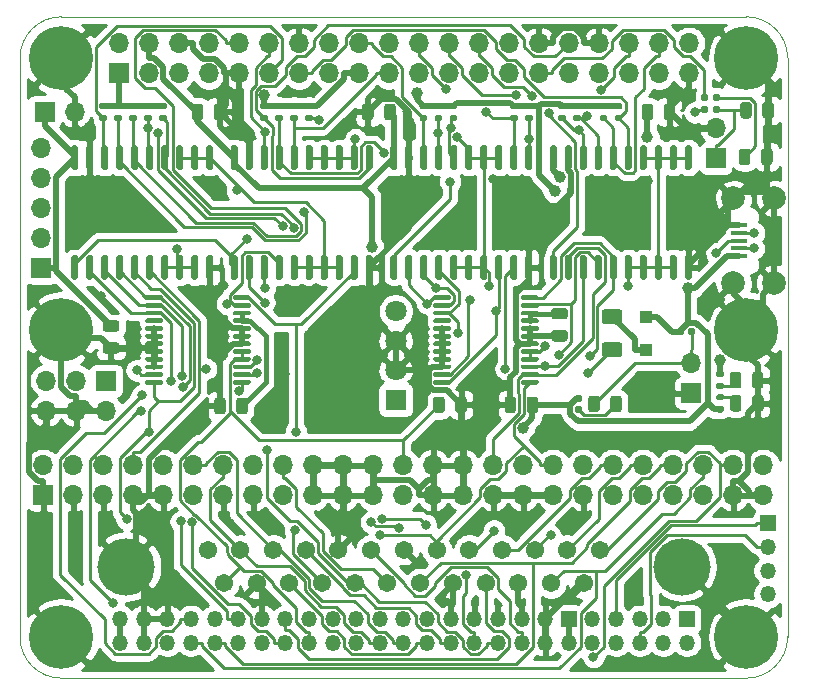
<source format=gbr>
%TF.GenerationSoftware,KiCad,Pcbnew,(5.1.6-0-10_14)*%
%TF.CreationDate,2021-08-14T06:03:05+02:00*%
%TF.ProjectId,rascsi_2p4,72617363-7369-45f3-9270-342e6b696361,rev?*%
%TF.SameCoordinates,PX59d60c0PY325aa00*%
%TF.FileFunction,Copper,L1,Top*%
%TF.FilePolarity,Positive*%
%FSLAX46Y46*%
G04 Gerber Fmt 4.6, Leading zero omitted, Abs format (unit mm)*
G04 Created by KiCad (PCBNEW (5.1.6-0-10_14)) date 2021-08-14 06:03:05*
%MOMM*%
%LPD*%
G01*
G04 APERTURE LIST*
%TA.AperFunction,Profile*%
%ADD10C,0.050000*%
%TD*%
%TA.AperFunction,ComponentPad*%
%ADD11C,1.800000*%
%TD*%
%TA.AperFunction,ComponentPad*%
%ADD12R,1.800000X1.800000*%
%TD*%
%TA.AperFunction,ComponentPad*%
%ADD13O,1.700000X1.700000*%
%TD*%
%TA.AperFunction,ComponentPad*%
%ADD14R,1.700000X1.700000*%
%TD*%
%TA.AperFunction,ComponentPad*%
%ADD15C,4.845000*%
%TD*%
%TA.AperFunction,ComponentPad*%
%ADD16C,1.545000*%
%TD*%
%TA.AperFunction,ComponentPad*%
%ADD17O,1.350000X1.350000*%
%TD*%
%TA.AperFunction,ComponentPad*%
%ADD18R,1.350000X1.350000*%
%TD*%
%TA.AperFunction,ComponentPad*%
%ADD19C,2.000000*%
%TD*%
%TA.AperFunction,SMDPad,CuDef*%
%ADD20R,1.400000X0.400000*%
%TD*%
%TA.AperFunction,SMDPad,CuDef*%
%ADD21R,1.100000X1.100000*%
%TD*%
%TA.AperFunction,ComponentPad*%
%ADD22C,0.800000*%
%TD*%
%TA.AperFunction,ComponentPad*%
%ADD23C,5.400000*%
%TD*%
%TA.AperFunction,ViaPad*%
%ADD24C,0.800000*%
%TD*%
%TA.AperFunction,ViaPad*%
%ADD25C,1.000000*%
%TD*%
%TA.AperFunction,Conductor*%
%ADD26C,0.500000*%
%TD*%
%TA.AperFunction,Conductor*%
%ADD27C,0.250000*%
%TD*%
%TA.AperFunction,Conductor*%
%ADD28C,0.400000*%
%TD*%
%TA.AperFunction,Conductor*%
%ADD29C,0.254000*%
%TD*%
G04 APERTURE END LIST*
D10*
X83800000Y-45696000D02*
X141800000Y-45696000D01*
X83800000Y-45696000D02*
G75*
G02*
X80300000Y-42196000I0J3500000D01*
G01*
X145300000Y-42196000D02*
G75*
G02*
X141800000Y-45696000I-3500000J0D01*
G01*
X80300000Y6800000D02*
X80300000Y-42196000D01*
X145300000Y6800000D02*
X145300000Y-42196000D01*
X83800000Y10300000D02*
X141800000Y10300000D01*
X80300000Y6800000D02*
G75*
G02*
X83800000Y10300000I3500000J0D01*
G01*
X141800000Y10300000D02*
G75*
G02*
X145300000Y6800000I0J-3500000D01*
G01*
D11*
%TO.P,J20,4*%
%TO.N,N/C*%
X112109000Y-14620600D03*
%TO.P,J20,3*%
%TO.N,GND*%
X112109000Y-17120600D03*
%TO.P,J20,2*%
X112109000Y-19620600D03*
D12*
%TO.P,J20,1*%
%TO.N,+5V*%
X112109000Y-22120600D03*
%TD*%
%TO.P,U4,20*%
%TO.N,+5V*%
%TA.AperFunction,SMDPad,CuDef*%
G36*
G01*
X125619000Y-2646000D02*
X125319000Y-2646000D01*
G75*
G02*
X125169000Y-2496000I0J150000D01*
G01*
X125169000Y-746000D01*
G75*
G02*
X125319000Y-596000I150000J0D01*
G01*
X125619000Y-596000D01*
G75*
G02*
X125769000Y-746000I0J-150000D01*
G01*
X125769000Y-2496000D01*
G75*
G02*
X125619000Y-2646000I-150000J0D01*
G01*
G37*
%TD.AperFunction*%
%TO.P,U4,19*%
%TO.N,GND*%
%TA.AperFunction,SMDPad,CuDef*%
G36*
G01*
X126889000Y-2646000D02*
X126589000Y-2646000D01*
G75*
G02*
X126439000Y-2496000I0J150000D01*
G01*
X126439000Y-746000D01*
G75*
G02*
X126589000Y-596000I150000J0D01*
G01*
X126889000Y-596000D01*
G75*
G02*
X127039000Y-746000I0J-150000D01*
G01*
X127039000Y-2496000D01*
G75*
G02*
X126889000Y-2646000I-150000J0D01*
G01*
G37*
%TD.AperFunction*%
%TO.P,U4,18*%
%TO.N,PI-ATN*%
%TA.AperFunction,SMDPad,CuDef*%
G36*
G01*
X128159000Y-2646000D02*
X127859000Y-2646000D01*
G75*
G02*
X127709000Y-2496000I0J150000D01*
G01*
X127709000Y-746000D01*
G75*
G02*
X127859000Y-596000I150000J0D01*
G01*
X128159000Y-596000D01*
G75*
G02*
X128309000Y-746000I0J-150000D01*
G01*
X128309000Y-2496000D01*
G75*
G02*
X128159000Y-2646000I-150000J0D01*
G01*
G37*
%TD.AperFunction*%
%TO.P,U4,17*%
%TO.N,PI-ACK*%
%TA.AperFunction,SMDPad,CuDef*%
G36*
G01*
X129429000Y-2646000D02*
X129129000Y-2646000D01*
G75*
G02*
X128979000Y-2496000I0J150000D01*
G01*
X128979000Y-746000D01*
G75*
G02*
X129129000Y-596000I150000J0D01*
G01*
X129429000Y-596000D01*
G75*
G02*
X129579000Y-746000I0J-150000D01*
G01*
X129579000Y-2496000D01*
G75*
G02*
X129429000Y-2646000I-150000J0D01*
G01*
G37*
%TD.AperFunction*%
%TO.P,U4,16*%
%TO.N,PI-RST*%
%TA.AperFunction,SMDPad,CuDef*%
G36*
G01*
X130699000Y-2646000D02*
X130399000Y-2646000D01*
G75*
G02*
X130249000Y-2496000I0J150000D01*
G01*
X130249000Y-746000D01*
G75*
G02*
X130399000Y-596000I150000J0D01*
G01*
X130699000Y-596000D01*
G75*
G02*
X130849000Y-746000I0J-150000D01*
G01*
X130849000Y-2496000D01*
G75*
G02*
X130699000Y-2646000I-150000J0D01*
G01*
G37*
%TD.AperFunction*%
%TO.P,U4,15*%
%TO.N,PI-SEL*%
%TA.AperFunction,SMDPad,CuDef*%
G36*
G01*
X131969000Y-2646000D02*
X131669000Y-2646000D01*
G75*
G02*
X131519000Y-2496000I0J150000D01*
G01*
X131519000Y-746000D01*
G75*
G02*
X131669000Y-596000I150000J0D01*
G01*
X131969000Y-596000D01*
G75*
G02*
X132119000Y-746000I0J-150000D01*
G01*
X132119000Y-2496000D01*
G75*
G02*
X131969000Y-2646000I-150000J0D01*
G01*
G37*
%TD.AperFunction*%
%TO.P,U4,14*%
%TO.N,PULLUP_OC*%
%TA.AperFunction,SMDPad,CuDef*%
G36*
G01*
X133239000Y-2646000D02*
X132939000Y-2646000D01*
G75*
G02*
X132789000Y-2496000I0J150000D01*
G01*
X132789000Y-746000D01*
G75*
G02*
X132939000Y-596000I150000J0D01*
G01*
X133239000Y-596000D01*
G75*
G02*
X133389000Y-746000I0J-150000D01*
G01*
X133389000Y-2496000D01*
G75*
G02*
X133239000Y-2646000I-150000J0D01*
G01*
G37*
%TD.AperFunction*%
%TO.P,U4,13*%
%TA.AperFunction,SMDPad,CuDef*%
G36*
G01*
X134509000Y-2646000D02*
X134209000Y-2646000D01*
G75*
G02*
X134059000Y-2496000I0J150000D01*
G01*
X134059000Y-746000D01*
G75*
G02*
X134209000Y-596000I150000J0D01*
G01*
X134509000Y-596000D01*
G75*
G02*
X134659000Y-746000I0J-150000D01*
G01*
X134659000Y-2496000D01*
G75*
G02*
X134509000Y-2646000I-150000J0D01*
G01*
G37*
%TD.AperFunction*%
%TO.P,U4,12*%
%TA.AperFunction,SMDPad,CuDef*%
G36*
G01*
X135779000Y-2646000D02*
X135479000Y-2646000D01*
G75*
G02*
X135329000Y-2496000I0J150000D01*
G01*
X135329000Y-746000D01*
G75*
G02*
X135479000Y-596000I150000J0D01*
G01*
X135779000Y-596000D01*
G75*
G02*
X135929000Y-746000I0J-150000D01*
G01*
X135929000Y-2496000D01*
G75*
G02*
X135779000Y-2646000I-150000J0D01*
G01*
G37*
%TD.AperFunction*%
%TO.P,U4,11*%
%TA.AperFunction,SMDPad,CuDef*%
G36*
G01*
X137049000Y-2646000D02*
X136749000Y-2646000D01*
G75*
G02*
X136599000Y-2496000I0J150000D01*
G01*
X136599000Y-746000D01*
G75*
G02*
X136749000Y-596000I150000J0D01*
G01*
X137049000Y-596000D01*
G75*
G02*
X137199000Y-746000I0J-150000D01*
G01*
X137199000Y-2496000D01*
G75*
G02*
X137049000Y-2646000I-150000J0D01*
G01*
G37*
%TD.AperFunction*%
%TO.P,U4,10*%
%TO.N,GND*%
%TA.AperFunction,SMDPad,CuDef*%
G36*
G01*
X137049000Y-11946000D02*
X136749000Y-11946000D01*
G75*
G02*
X136599000Y-11796000I0J150000D01*
G01*
X136599000Y-10046000D01*
G75*
G02*
X136749000Y-9896000I150000J0D01*
G01*
X137049000Y-9896000D01*
G75*
G02*
X137199000Y-10046000I0J-150000D01*
G01*
X137199000Y-11796000D01*
G75*
G02*
X137049000Y-11946000I-150000J0D01*
G01*
G37*
%TD.AperFunction*%
%TO.P,U4,9*%
%TO.N,PULLUP_OC*%
%TA.AperFunction,SMDPad,CuDef*%
G36*
G01*
X135779000Y-11946000D02*
X135479000Y-11946000D01*
G75*
G02*
X135329000Y-11796000I0J150000D01*
G01*
X135329000Y-10046000D01*
G75*
G02*
X135479000Y-9896000I150000J0D01*
G01*
X135779000Y-9896000D01*
G75*
G02*
X135929000Y-10046000I0J-150000D01*
G01*
X135929000Y-11796000D01*
G75*
G02*
X135779000Y-11946000I-150000J0D01*
G01*
G37*
%TD.AperFunction*%
%TO.P,U4,8*%
%TA.AperFunction,SMDPad,CuDef*%
G36*
G01*
X134509000Y-11946000D02*
X134209000Y-11946000D01*
G75*
G02*
X134059000Y-11796000I0J150000D01*
G01*
X134059000Y-10046000D01*
G75*
G02*
X134209000Y-9896000I150000J0D01*
G01*
X134509000Y-9896000D01*
G75*
G02*
X134659000Y-10046000I0J-150000D01*
G01*
X134659000Y-11796000D01*
G75*
G02*
X134509000Y-11946000I-150000J0D01*
G01*
G37*
%TD.AperFunction*%
%TO.P,U4,7*%
%TA.AperFunction,SMDPad,CuDef*%
G36*
G01*
X133239000Y-11946000D02*
X132939000Y-11946000D01*
G75*
G02*
X132789000Y-11796000I0J150000D01*
G01*
X132789000Y-10046000D01*
G75*
G02*
X132939000Y-9896000I150000J0D01*
G01*
X133239000Y-9896000D01*
G75*
G02*
X133389000Y-10046000I0J-150000D01*
G01*
X133389000Y-11796000D01*
G75*
G02*
X133239000Y-11946000I-150000J0D01*
G01*
G37*
%TD.AperFunction*%
%TO.P,U4,6*%
%TA.AperFunction,SMDPad,CuDef*%
G36*
G01*
X131969000Y-11946000D02*
X131669000Y-11946000D01*
G75*
G02*
X131519000Y-11796000I0J150000D01*
G01*
X131519000Y-10046000D01*
G75*
G02*
X131669000Y-9896000I150000J0D01*
G01*
X131969000Y-9896000D01*
G75*
G02*
X132119000Y-10046000I0J-150000D01*
G01*
X132119000Y-11796000D01*
G75*
G02*
X131969000Y-11946000I-150000J0D01*
G01*
G37*
%TD.AperFunction*%
%TO.P,U4,5*%
%TO.N,C-SEL*%
%TA.AperFunction,SMDPad,CuDef*%
G36*
G01*
X130699000Y-11946000D02*
X130399000Y-11946000D01*
G75*
G02*
X130249000Y-11796000I0J150000D01*
G01*
X130249000Y-10046000D01*
G75*
G02*
X130399000Y-9896000I150000J0D01*
G01*
X130699000Y-9896000D01*
G75*
G02*
X130849000Y-10046000I0J-150000D01*
G01*
X130849000Y-11796000D01*
G75*
G02*
X130699000Y-11946000I-150000J0D01*
G01*
G37*
%TD.AperFunction*%
%TO.P,U4,4*%
%TO.N,C-RST*%
%TA.AperFunction,SMDPad,CuDef*%
G36*
G01*
X129429000Y-11946000D02*
X129129000Y-11946000D01*
G75*
G02*
X128979000Y-11796000I0J150000D01*
G01*
X128979000Y-10046000D01*
G75*
G02*
X129129000Y-9896000I150000J0D01*
G01*
X129429000Y-9896000D01*
G75*
G02*
X129579000Y-10046000I0J-150000D01*
G01*
X129579000Y-11796000D01*
G75*
G02*
X129429000Y-11946000I-150000J0D01*
G01*
G37*
%TD.AperFunction*%
%TO.P,U4,3*%
%TO.N,C-ACK*%
%TA.AperFunction,SMDPad,CuDef*%
G36*
G01*
X128159000Y-11946000D02*
X127859000Y-11946000D01*
G75*
G02*
X127709000Y-11796000I0J150000D01*
G01*
X127709000Y-10046000D01*
G75*
G02*
X127859000Y-9896000I150000J0D01*
G01*
X128159000Y-9896000D01*
G75*
G02*
X128309000Y-10046000I0J-150000D01*
G01*
X128309000Y-11796000D01*
G75*
G02*
X128159000Y-11946000I-150000J0D01*
G01*
G37*
%TD.AperFunction*%
%TO.P,U4,2*%
%TO.N,C-ATN*%
%TA.AperFunction,SMDPad,CuDef*%
G36*
G01*
X126889000Y-11946000D02*
X126589000Y-11946000D01*
G75*
G02*
X126439000Y-11796000I0J150000D01*
G01*
X126439000Y-10046000D01*
G75*
G02*
X126589000Y-9896000I150000J0D01*
G01*
X126889000Y-9896000D01*
G75*
G02*
X127039000Y-10046000I0J-150000D01*
G01*
X127039000Y-11796000D01*
G75*
G02*
X126889000Y-11946000I-150000J0D01*
G01*
G37*
%TD.AperFunction*%
%TO.P,U4,1*%
%TO.N,PI-IND*%
%TA.AperFunction,SMDPad,CuDef*%
G36*
G01*
X125619000Y-11946000D02*
X125319000Y-11946000D01*
G75*
G02*
X125169000Y-11796000I0J150000D01*
G01*
X125169000Y-10046000D01*
G75*
G02*
X125319000Y-9896000I150000J0D01*
G01*
X125619000Y-9896000D01*
G75*
G02*
X125769000Y-10046000I0J-150000D01*
G01*
X125769000Y-11796000D01*
G75*
G02*
X125619000Y-11946000I-150000J0D01*
G01*
G37*
%TD.AperFunction*%
%TD*%
%TO.P,U3,20*%
%TO.N,+5V*%
%TA.AperFunction,SMDPad,CuDef*%
G36*
G01*
X112106000Y-2646000D02*
X111806000Y-2646000D01*
G75*
G02*
X111656000Y-2496000I0J150000D01*
G01*
X111656000Y-746000D01*
G75*
G02*
X111806000Y-596000I150000J0D01*
G01*
X112106000Y-596000D01*
G75*
G02*
X112256000Y-746000I0J-150000D01*
G01*
X112256000Y-2496000D01*
G75*
G02*
X112106000Y-2646000I-150000J0D01*
G01*
G37*
%TD.AperFunction*%
%TO.P,U3,19*%
%TO.N,GND*%
%TA.AperFunction,SMDPad,CuDef*%
G36*
G01*
X113376000Y-2646000D02*
X113076000Y-2646000D01*
G75*
G02*
X112926000Y-2496000I0J150000D01*
G01*
X112926000Y-746000D01*
G75*
G02*
X113076000Y-596000I150000J0D01*
G01*
X113376000Y-596000D01*
G75*
G02*
X113526000Y-746000I0J-150000D01*
G01*
X113526000Y-2496000D01*
G75*
G02*
X113376000Y-2646000I-150000J0D01*
G01*
G37*
%TD.AperFunction*%
%TO.P,U3,18*%
%TO.N,PI-C_D*%
%TA.AperFunction,SMDPad,CuDef*%
G36*
G01*
X114646000Y-2646000D02*
X114346000Y-2646000D01*
G75*
G02*
X114196000Y-2496000I0J150000D01*
G01*
X114196000Y-746000D01*
G75*
G02*
X114346000Y-596000I150000J0D01*
G01*
X114646000Y-596000D01*
G75*
G02*
X114796000Y-746000I0J-150000D01*
G01*
X114796000Y-2496000D01*
G75*
G02*
X114646000Y-2646000I-150000J0D01*
G01*
G37*
%TD.AperFunction*%
%TO.P,U3,17*%
%TO.N,PI-REQ*%
%TA.AperFunction,SMDPad,CuDef*%
G36*
G01*
X115916000Y-2646000D02*
X115616000Y-2646000D01*
G75*
G02*
X115466000Y-2496000I0J150000D01*
G01*
X115466000Y-746000D01*
G75*
G02*
X115616000Y-596000I150000J0D01*
G01*
X115916000Y-596000D01*
G75*
G02*
X116066000Y-746000I0J-150000D01*
G01*
X116066000Y-2496000D01*
G75*
G02*
X115916000Y-2646000I-150000J0D01*
G01*
G37*
%TD.AperFunction*%
%TO.P,U3,16*%
%TO.N,PI-MSG*%
%TA.AperFunction,SMDPad,CuDef*%
G36*
G01*
X117186000Y-2646000D02*
X116886000Y-2646000D01*
G75*
G02*
X116736000Y-2496000I0J150000D01*
G01*
X116736000Y-746000D01*
G75*
G02*
X116886000Y-596000I150000J0D01*
G01*
X117186000Y-596000D01*
G75*
G02*
X117336000Y-746000I0J-150000D01*
G01*
X117336000Y-2496000D01*
G75*
G02*
X117186000Y-2646000I-150000J0D01*
G01*
G37*
%TD.AperFunction*%
%TO.P,U3,15*%
%TO.N,PULLUP_OC*%
%TA.AperFunction,SMDPad,CuDef*%
G36*
G01*
X118456000Y-2646000D02*
X118156000Y-2646000D01*
G75*
G02*
X118006000Y-2496000I0J150000D01*
G01*
X118006000Y-746000D01*
G75*
G02*
X118156000Y-596000I150000J0D01*
G01*
X118456000Y-596000D01*
G75*
G02*
X118606000Y-746000I0J-150000D01*
G01*
X118606000Y-2496000D01*
G75*
G02*
X118456000Y-2646000I-150000J0D01*
G01*
G37*
%TD.AperFunction*%
%TO.P,U3,14*%
%TA.AperFunction,SMDPad,CuDef*%
G36*
G01*
X119726000Y-2646000D02*
X119426000Y-2646000D01*
G75*
G02*
X119276000Y-2496000I0J150000D01*
G01*
X119276000Y-746000D01*
G75*
G02*
X119426000Y-596000I150000J0D01*
G01*
X119726000Y-596000D01*
G75*
G02*
X119876000Y-746000I0J-150000D01*
G01*
X119876000Y-2496000D01*
G75*
G02*
X119726000Y-2646000I-150000J0D01*
G01*
G37*
%TD.AperFunction*%
%TO.P,U3,13*%
%TA.AperFunction,SMDPad,CuDef*%
G36*
G01*
X120996000Y-2646000D02*
X120696000Y-2646000D01*
G75*
G02*
X120546000Y-2496000I0J150000D01*
G01*
X120546000Y-746000D01*
G75*
G02*
X120696000Y-596000I150000J0D01*
G01*
X120996000Y-596000D01*
G75*
G02*
X121146000Y-746000I0J-150000D01*
G01*
X121146000Y-2496000D01*
G75*
G02*
X120996000Y-2646000I-150000J0D01*
G01*
G37*
%TD.AperFunction*%
%TO.P,U3,12*%
%TO.N,PI-I_O*%
%TA.AperFunction,SMDPad,CuDef*%
G36*
G01*
X122266000Y-2646000D02*
X121966000Y-2646000D01*
G75*
G02*
X121816000Y-2496000I0J150000D01*
G01*
X121816000Y-746000D01*
G75*
G02*
X121966000Y-596000I150000J0D01*
G01*
X122266000Y-596000D01*
G75*
G02*
X122416000Y-746000I0J-150000D01*
G01*
X122416000Y-2496000D01*
G75*
G02*
X122266000Y-2646000I-150000J0D01*
G01*
G37*
%TD.AperFunction*%
%TO.P,U3,11*%
%TO.N,PI-BSY*%
%TA.AperFunction,SMDPad,CuDef*%
G36*
G01*
X123536000Y-2646000D02*
X123236000Y-2646000D01*
G75*
G02*
X123086000Y-2496000I0J150000D01*
G01*
X123086000Y-746000D01*
G75*
G02*
X123236000Y-596000I150000J0D01*
G01*
X123536000Y-596000D01*
G75*
G02*
X123686000Y-746000I0J-150000D01*
G01*
X123686000Y-2496000D01*
G75*
G02*
X123536000Y-2646000I-150000J0D01*
G01*
G37*
%TD.AperFunction*%
%TO.P,U3,10*%
%TO.N,GND*%
%TA.AperFunction,SMDPad,CuDef*%
G36*
G01*
X123536000Y-11946000D02*
X123236000Y-11946000D01*
G75*
G02*
X123086000Y-11796000I0J150000D01*
G01*
X123086000Y-10046000D01*
G75*
G02*
X123236000Y-9896000I150000J0D01*
G01*
X123536000Y-9896000D01*
G75*
G02*
X123686000Y-10046000I0J-150000D01*
G01*
X123686000Y-11796000D01*
G75*
G02*
X123536000Y-11946000I-150000J0D01*
G01*
G37*
%TD.AperFunction*%
%TO.P,U3,9*%
%TO.N,C-BSY*%
%TA.AperFunction,SMDPad,CuDef*%
G36*
G01*
X122266000Y-11946000D02*
X121966000Y-11946000D01*
G75*
G02*
X121816000Y-11796000I0J150000D01*
G01*
X121816000Y-10046000D01*
G75*
G02*
X121966000Y-9896000I150000J0D01*
G01*
X122266000Y-9896000D01*
G75*
G02*
X122416000Y-10046000I0J-150000D01*
G01*
X122416000Y-11796000D01*
G75*
G02*
X122266000Y-11946000I-150000J0D01*
G01*
G37*
%TD.AperFunction*%
%TO.P,U3,8*%
%TO.N,C-I_O*%
%TA.AperFunction,SMDPad,CuDef*%
G36*
G01*
X120996000Y-11946000D02*
X120696000Y-11946000D01*
G75*
G02*
X120546000Y-11796000I0J150000D01*
G01*
X120546000Y-10046000D01*
G75*
G02*
X120696000Y-9896000I150000J0D01*
G01*
X120996000Y-9896000D01*
G75*
G02*
X121146000Y-10046000I0J-150000D01*
G01*
X121146000Y-11796000D01*
G75*
G02*
X120996000Y-11946000I-150000J0D01*
G01*
G37*
%TD.AperFunction*%
%TO.P,U3,7*%
%TO.N,PULLUP_OC*%
%TA.AperFunction,SMDPad,CuDef*%
G36*
G01*
X119726000Y-11946000D02*
X119426000Y-11946000D01*
G75*
G02*
X119276000Y-11796000I0J150000D01*
G01*
X119276000Y-10046000D01*
G75*
G02*
X119426000Y-9896000I150000J0D01*
G01*
X119726000Y-9896000D01*
G75*
G02*
X119876000Y-10046000I0J-150000D01*
G01*
X119876000Y-11796000D01*
G75*
G02*
X119726000Y-11946000I-150000J0D01*
G01*
G37*
%TD.AperFunction*%
%TO.P,U3,6*%
%TA.AperFunction,SMDPad,CuDef*%
G36*
G01*
X118456000Y-11946000D02*
X118156000Y-11946000D01*
G75*
G02*
X118006000Y-11796000I0J150000D01*
G01*
X118006000Y-10046000D01*
G75*
G02*
X118156000Y-9896000I150000J0D01*
G01*
X118456000Y-9896000D01*
G75*
G02*
X118606000Y-10046000I0J-150000D01*
G01*
X118606000Y-11796000D01*
G75*
G02*
X118456000Y-11946000I-150000J0D01*
G01*
G37*
%TD.AperFunction*%
%TO.P,U3,5*%
%TA.AperFunction,SMDPad,CuDef*%
G36*
G01*
X117186000Y-11946000D02*
X116886000Y-11946000D01*
G75*
G02*
X116736000Y-11796000I0J150000D01*
G01*
X116736000Y-10046000D01*
G75*
G02*
X116886000Y-9896000I150000J0D01*
G01*
X117186000Y-9896000D01*
G75*
G02*
X117336000Y-10046000I0J-150000D01*
G01*
X117336000Y-11796000D01*
G75*
G02*
X117186000Y-11946000I-150000J0D01*
G01*
G37*
%TD.AperFunction*%
%TO.P,U3,4*%
%TO.N,C-MSG*%
%TA.AperFunction,SMDPad,CuDef*%
G36*
G01*
X115916000Y-11946000D02*
X115616000Y-11946000D01*
G75*
G02*
X115466000Y-11796000I0J150000D01*
G01*
X115466000Y-10046000D01*
G75*
G02*
X115616000Y-9896000I150000J0D01*
G01*
X115916000Y-9896000D01*
G75*
G02*
X116066000Y-10046000I0J-150000D01*
G01*
X116066000Y-11796000D01*
G75*
G02*
X115916000Y-11946000I-150000J0D01*
G01*
G37*
%TD.AperFunction*%
%TO.P,U3,3*%
%TO.N,C-REQ*%
%TA.AperFunction,SMDPad,CuDef*%
G36*
G01*
X114646000Y-11946000D02*
X114346000Y-11946000D01*
G75*
G02*
X114196000Y-11796000I0J150000D01*
G01*
X114196000Y-10046000D01*
G75*
G02*
X114346000Y-9896000I150000J0D01*
G01*
X114646000Y-9896000D01*
G75*
G02*
X114796000Y-10046000I0J-150000D01*
G01*
X114796000Y-11796000D01*
G75*
G02*
X114646000Y-11946000I-150000J0D01*
G01*
G37*
%TD.AperFunction*%
%TO.P,U3,2*%
%TO.N,C-C_D*%
%TA.AperFunction,SMDPad,CuDef*%
G36*
G01*
X113376000Y-11946000D02*
X113076000Y-11946000D01*
G75*
G02*
X112926000Y-11796000I0J150000D01*
G01*
X112926000Y-10046000D01*
G75*
G02*
X113076000Y-9896000I150000J0D01*
G01*
X113376000Y-9896000D01*
G75*
G02*
X113526000Y-10046000I0J-150000D01*
G01*
X113526000Y-11796000D01*
G75*
G02*
X113376000Y-11946000I-150000J0D01*
G01*
G37*
%TD.AperFunction*%
%TO.P,U3,1*%
%TO.N,PI-TAD*%
%TA.AperFunction,SMDPad,CuDef*%
G36*
G01*
X112106000Y-11946000D02*
X111806000Y-11946000D01*
G75*
G02*
X111656000Y-11796000I0J150000D01*
G01*
X111656000Y-10046000D01*
G75*
G02*
X111806000Y-9896000I150000J0D01*
G01*
X112106000Y-9896000D01*
G75*
G02*
X112256000Y-10046000I0J-150000D01*
G01*
X112256000Y-11796000D01*
G75*
G02*
X112106000Y-11946000I-150000J0D01*
G01*
G37*
%TD.AperFunction*%
%TD*%
%TO.P,U2,20*%
%TO.N,+5V*%
%TA.AperFunction,SMDPad,CuDef*%
G36*
G01*
X98593000Y-2646000D02*
X98293000Y-2646000D01*
G75*
G02*
X98143000Y-2496000I0J150000D01*
G01*
X98143000Y-746000D01*
G75*
G02*
X98293000Y-596000I150000J0D01*
G01*
X98593000Y-596000D01*
G75*
G02*
X98743000Y-746000I0J-150000D01*
G01*
X98743000Y-2496000D01*
G75*
G02*
X98593000Y-2646000I-150000J0D01*
G01*
G37*
%TD.AperFunction*%
%TO.P,U2,19*%
%TO.N,GND*%
%TA.AperFunction,SMDPad,CuDef*%
G36*
G01*
X99863000Y-2646000D02*
X99563000Y-2646000D01*
G75*
G02*
X99413000Y-2496000I0J150000D01*
G01*
X99413000Y-746000D01*
G75*
G02*
X99563000Y-596000I150000J0D01*
G01*
X99863000Y-596000D01*
G75*
G02*
X100013000Y-746000I0J-150000D01*
G01*
X100013000Y-2496000D01*
G75*
G02*
X99863000Y-2646000I-150000J0D01*
G01*
G37*
%TD.AperFunction*%
%TO.P,U2,18*%
%TO.N,PI-DP*%
%TA.AperFunction,SMDPad,CuDef*%
G36*
G01*
X101133000Y-2646000D02*
X100833000Y-2646000D01*
G75*
G02*
X100683000Y-2496000I0J150000D01*
G01*
X100683000Y-746000D01*
G75*
G02*
X100833000Y-596000I150000J0D01*
G01*
X101133000Y-596000D01*
G75*
G02*
X101283000Y-746000I0J-150000D01*
G01*
X101283000Y-2496000D01*
G75*
G02*
X101133000Y-2646000I-150000J0D01*
G01*
G37*
%TD.AperFunction*%
%TO.P,U2,17*%
%TO.N,PI-D1*%
%TA.AperFunction,SMDPad,CuDef*%
G36*
G01*
X102403000Y-2646000D02*
X102103000Y-2646000D01*
G75*
G02*
X101953000Y-2496000I0J150000D01*
G01*
X101953000Y-746000D01*
G75*
G02*
X102103000Y-596000I150000J0D01*
G01*
X102403000Y-596000D01*
G75*
G02*
X102553000Y-746000I0J-150000D01*
G01*
X102553000Y-2496000D01*
G75*
G02*
X102403000Y-2646000I-150000J0D01*
G01*
G37*
%TD.AperFunction*%
%TO.P,U2,16*%
%TO.N,PI-D0*%
%TA.AperFunction,SMDPad,CuDef*%
G36*
G01*
X103673000Y-2646000D02*
X103373000Y-2646000D01*
G75*
G02*
X103223000Y-2496000I0J150000D01*
G01*
X103223000Y-746000D01*
G75*
G02*
X103373000Y-596000I150000J0D01*
G01*
X103673000Y-596000D01*
G75*
G02*
X103823000Y-746000I0J-150000D01*
G01*
X103823000Y-2496000D01*
G75*
G02*
X103673000Y-2646000I-150000J0D01*
G01*
G37*
%TD.AperFunction*%
%TO.P,U2,15*%
%TO.N,PULLUP_OC*%
%TA.AperFunction,SMDPad,CuDef*%
G36*
G01*
X104943000Y-2646000D02*
X104643000Y-2646000D01*
G75*
G02*
X104493000Y-2496000I0J150000D01*
G01*
X104493000Y-746000D01*
G75*
G02*
X104643000Y-596000I150000J0D01*
G01*
X104943000Y-596000D01*
G75*
G02*
X105093000Y-746000I0J-150000D01*
G01*
X105093000Y-2496000D01*
G75*
G02*
X104943000Y-2646000I-150000J0D01*
G01*
G37*
%TD.AperFunction*%
%TO.P,U2,14*%
%TA.AperFunction,SMDPad,CuDef*%
G36*
G01*
X106213000Y-2646000D02*
X105913000Y-2646000D01*
G75*
G02*
X105763000Y-2496000I0J150000D01*
G01*
X105763000Y-746000D01*
G75*
G02*
X105913000Y-596000I150000J0D01*
G01*
X106213000Y-596000D01*
G75*
G02*
X106363000Y-746000I0J-150000D01*
G01*
X106363000Y-2496000D01*
G75*
G02*
X106213000Y-2646000I-150000J0D01*
G01*
G37*
%TD.AperFunction*%
%TO.P,U2,13*%
%TA.AperFunction,SMDPad,CuDef*%
G36*
G01*
X107483000Y-2646000D02*
X107183000Y-2646000D01*
G75*
G02*
X107033000Y-2496000I0J150000D01*
G01*
X107033000Y-746000D01*
G75*
G02*
X107183000Y-596000I150000J0D01*
G01*
X107483000Y-596000D01*
G75*
G02*
X107633000Y-746000I0J-150000D01*
G01*
X107633000Y-2496000D01*
G75*
G02*
X107483000Y-2646000I-150000J0D01*
G01*
G37*
%TD.AperFunction*%
%TO.P,U2,12*%
%TA.AperFunction,SMDPad,CuDef*%
G36*
G01*
X108753000Y-2646000D02*
X108453000Y-2646000D01*
G75*
G02*
X108303000Y-2496000I0J150000D01*
G01*
X108303000Y-746000D01*
G75*
G02*
X108453000Y-596000I150000J0D01*
G01*
X108753000Y-596000D01*
G75*
G02*
X108903000Y-746000I0J-150000D01*
G01*
X108903000Y-2496000D01*
G75*
G02*
X108753000Y-2646000I-150000J0D01*
G01*
G37*
%TD.AperFunction*%
%TO.P,U2,11*%
%TO.N,PI-D2*%
%TA.AperFunction,SMDPad,CuDef*%
G36*
G01*
X110023000Y-2646000D02*
X109723000Y-2646000D01*
G75*
G02*
X109573000Y-2496000I0J150000D01*
G01*
X109573000Y-746000D01*
G75*
G02*
X109723000Y-596000I150000J0D01*
G01*
X110023000Y-596000D01*
G75*
G02*
X110173000Y-746000I0J-150000D01*
G01*
X110173000Y-2496000D01*
G75*
G02*
X110023000Y-2646000I-150000J0D01*
G01*
G37*
%TD.AperFunction*%
%TO.P,U2,10*%
%TO.N,GND*%
%TA.AperFunction,SMDPad,CuDef*%
G36*
G01*
X110023000Y-11946000D02*
X109723000Y-11946000D01*
G75*
G02*
X109573000Y-11796000I0J150000D01*
G01*
X109573000Y-10046000D01*
G75*
G02*
X109723000Y-9896000I150000J0D01*
G01*
X110023000Y-9896000D01*
G75*
G02*
X110173000Y-10046000I0J-150000D01*
G01*
X110173000Y-11796000D01*
G75*
G02*
X110023000Y-11946000I-150000J0D01*
G01*
G37*
%TD.AperFunction*%
%TO.P,U2,9*%
%TO.N,C-D2*%
%TA.AperFunction,SMDPad,CuDef*%
G36*
G01*
X108753000Y-11946000D02*
X108453000Y-11946000D01*
G75*
G02*
X108303000Y-11796000I0J150000D01*
G01*
X108303000Y-10046000D01*
G75*
G02*
X108453000Y-9896000I150000J0D01*
G01*
X108753000Y-9896000D01*
G75*
G02*
X108903000Y-10046000I0J-150000D01*
G01*
X108903000Y-11796000D01*
G75*
G02*
X108753000Y-11946000I-150000J0D01*
G01*
G37*
%TD.AperFunction*%
%TO.P,U2,8*%
%TO.N,PULLUP_OC*%
%TA.AperFunction,SMDPad,CuDef*%
G36*
G01*
X107483000Y-11946000D02*
X107183000Y-11946000D01*
G75*
G02*
X107033000Y-11796000I0J150000D01*
G01*
X107033000Y-10046000D01*
G75*
G02*
X107183000Y-9896000I150000J0D01*
G01*
X107483000Y-9896000D01*
G75*
G02*
X107633000Y-10046000I0J-150000D01*
G01*
X107633000Y-11796000D01*
G75*
G02*
X107483000Y-11946000I-150000J0D01*
G01*
G37*
%TD.AperFunction*%
%TO.P,U2,7*%
%TA.AperFunction,SMDPad,CuDef*%
G36*
G01*
X106213000Y-11946000D02*
X105913000Y-11946000D01*
G75*
G02*
X105763000Y-11796000I0J150000D01*
G01*
X105763000Y-10046000D01*
G75*
G02*
X105913000Y-9896000I150000J0D01*
G01*
X106213000Y-9896000D01*
G75*
G02*
X106363000Y-10046000I0J-150000D01*
G01*
X106363000Y-11796000D01*
G75*
G02*
X106213000Y-11946000I-150000J0D01*
G01*
G37*
%TD.AperFunction*%
%TO.P,U2,6*%
%TA.AperFunction,SMDPad,CuDef*%
G36*
G01*
X104943000Y-11946000D02*
X104643000Y-11946000D01*
G75*
G02*
X104493000Y-11796000I0J150000D01*
G01*
X104493000Y-10046000D01*
G75*
G02*
X104643000Y-9896000I150000J0D01*
G01*
X104943000Y-9896000D01*
G75*
G02*
X105093000Y-10046000I0J-150000D01*
G01*
X105093000Y-11796000D01*
G75*
G02*
X104943000Y-11946000I-150000J0D01*
G01*
G37*
%TD.AperFunction*%
%TO.P,U2,5*%
%TA.AperFunction,SMDPad,CuDef*%
G36*
G01*
X103673000Y-11946000D02*
X103373000Y-11946000D01*
G75*
G02*
X103223000Y-11796000I0J150000D01*
G01*
X103223000Y-10046000D01*
G75*
G02*
X103373000Y-9896000I150000J0D01*
G01*
X103673000Y-9896000D01*
G75*
G02*
X103823000Y-10046000I0J-150000D01*
G01*
X103823000Y-11796000D01*
G75*
G02*
X103673000Y-11946000I-150000J0D01*
G01*
G37*
%TD.AperFunction*%
%TO.P,U2,4*%
%TO.N,C-D0*%
%TA.AperFunction,SMDPad,CuDef*%
G36*
G01*
X102403000Y-11946000D02*
X102103000Y-11946000D01*
G75*
G02*
X101953000Y-11796000I0J150000D01*
G01*
X101953000Y-10046000D01*
G75*
G02*
X102103000Y-9896000I150000J0D01*
G01*
X102403000Y-9896000D01*
G75*
G02*
X102553000Y-10046000I0J-150000D01*
G01*
X102553000Y-11796000D01*
G75*
G02*
X102403000Y-11946000I-150000J0D01*
G01*
G37*
%TD.AperFunction*%
%TO.P,U2,3*%
%TO.N,C-D1*%
%TA.AperFunction,SMDPad,CuDef*%
G36*
G01*
X101133000Y-11946000D02*
X100833000Y-11946000D01*
G75*
G02*
X100683000Y-11796000I0J150000D01*
G01*
X100683000Y-10046000D01*
G75*
G02*
X100833000Y-9896000I150000J0D01*
G01*
X101133000Y-9896000D01*
G75*
G02*
X101283000Y-10046000I0J-150000D01*
G01*
X101283000Y-11796000D01*
G75*
G02*
X101133000Y-11946000I-150000J0D01*
G01*
G37*
%TD.AperFunction*%
%TO.P,U2,2*%
%TO.N,C-DP*%
%TA.AperFunction,SMDPad,CuDef*%
G36*
G01*
X99863000Y-11946000D02*
X99563000Y-11946000D01*
G75*
G02*
X99413000Y-11796000I0J150000D01*
G01*
X99413000Y-10046000D01*
G75*
G02*
X99563000Y-9896000I150000J0D01*
G01*
X99863000Y-9896000D01*
G75*
G02*
X100013000Y-10046000I0J-150000D01*
G01*
X100013000Y-11796000D01*
G75*
G02*
X99863000Y-11946000I-150000J0D01*
G01*
G37*
%TD.AperFunction*%
%TO.P,U2,1*%
%TO.N,PI-DTD*%
%TA.AperFunction,SMDPad,CuDef*%
G36*
G01*
X98593000Y-11946000D02*
X98293000Y-11946000D01*
G75*
G02*
X98143000Y-11796000I0J150000D01*
G01*
X98143000Y-10046000D01*
G75*
G02*
X98293000Y-9896000I150000J0D01*
G01*
X98593000Y-9896000D01*
G75*
G02*
X98743000Y-10046000I0J-150000D01*
G01*
X98743000Y-11796000D01*
G75*
G02*
X98593000Y-11946000I-150000J0D01*
G01*
G37*
%TD.AperFunction*%
%TD*%
%TO.P,U1,20*%
%TO.N,+5V*%
%TA.AperFunction,SMDPad,CuDef*%
G36*
G01*
X85081000Y-2646000D02*
X84781000Y-2646000D01*
G75*
G02*
X84631000Y-2496000I0J150000D01*
G01*
X84631000Y-746000D01*
G75*
G02*
X84781000Y-596000I150000J0D01*
G01*
X85081000Y-596000D01*
G75*
G02*
X85231000Y-746000I0J-150000D01*
G01*
X85231000Y-2496000D01*
G75*
G02*
X85081000Y-2646000I-150000J0D01*
G01*
G37*
%TD.AperFunction*%
%TO.P,U1,19*%
%TO.N,GND*%
%TA.AperFunction,SMDPad,CuDef*%
G36*
G01*
X86351000Y-2646000D02*
X86051000Y-2646000D01*
G75*
G02*
X85901000Y-2496000I0J150000D01*
G01*
X85901000Y-746000D01*
G75*
G02*
X86051000Y-596000I150000J0D01*
G01*
X86351000Y-596000D01*
G75*
G02*
X86501000Y-746000I0J-150000D01*
G01*
X86501000Y-2496000D01*
G75*
G02*
X86351000Y-2646000I-150000J0D01*
G01*
G37*
%TD.AperFunction*%
%TO.P,U1,18*%
%TO.N,PI-D7*%
%TA.AperFunction,SMDPad,CuDef*%
G36*
G01*
X87621000Y-2646000D02*
X87321000Y-2646000D01*
G75*
G02*
X87171000Y-2496000I0J150000D01*
G01*
X87171000Y-746000D01*
G75*
G02*
X87321000Y-596000I150000J0D01*
G01*
X87621000Y-596000D01*
G75*
G02*
X87771000Y-746000I0J-150000D01*
G01*
X87771000Y-2496000D01*
G75*
G02*
X87621000Y-2646000I-150000J0D01*
G01*
G37*
%TD.AperFunction*%
%TO.P,U1,17*%
%TO.N,PI-D6*%
%TA.AperFunction,SMDPad,CuDef*%
G36*
G01*
X88891000Y-2646000D02*
X88591000Y-2646000D01*
G75*
G02*
X88441000Y-2496000I0J150000D01*
G01*
X88441000Y-746000D01*
G75*
G02*
X88591000Y-596000I150000J0D01*
G01*
X88891000Y-596000D01*
G75*
G02*
X89041000Y-746000I0J-150000D01*
G01*
X89041000Y-2496000D01*
G75*
G02*
X88891000Y-2646000I-150000J0D01*
G01*
G37*
%TD.AperFunction*%
%TO.P,U1,16*%
%TO.N,PI-D5*%
%TA.AperFunction,SMDPad,CuDef*%
G36*
G01*
X90161000Y-2646000D02*
X89861000Y-2646000D01*
G75*
G02*
X89711000Y-2496000I0J150000D01*
G01*
X89711000Y-746000D01*
G75*
G02*
X89861000Y-596000I150000J0D01*
G01*
X90161000Y-596000D01*
G75*
G02*
X90311000Y-746000I0J-150000D01*
G01*
X90311000Y-2496000D01*
G75*
G02*
X90161000Y-2646000I-150000J0D01*
G01*
G37*
%TD.AperFunction*%
%TO.P,U1,15*%
%TO.N,PI-D4*%
%TA.AperFunction,SMDPad,CuDef*%
G36*
G01*
X91431000Y-2646000D02*
X91131000Y-2646000D01*
G75*
G02*
X90981000Y-2496000I0J150000D01*
G01*
X90981000Y-746000D01*
G75*
G02*
X91131000Y-596000I150000J0D01*
G01*
X91431000Y-596000D01*
G75*
G02*
X91581000Y-746000I0J-150000D01*
G01*
X91581000Y-2496000D01*
G75*
G02*
X91431000Y-2646000I-150000J0D01*
G01*
G37*
%TD.AperFunction*%
%TO.P,U1,14*%
%TO.N,PI-D3*%
%TA.AperFunction,SMDPad,CuDef*%
G36*
G01*
X92701000Y-2646000D02*
X92401000Y-2646000D01*
G75*
G02*
X92251000Y-2496000I0J150000D01*
G01*
X92251000Y-746000D01*
G75*
G02*
X92401000Y-596000I150000J0D01*
G01*
X92701000Y-596000D01*
G75*
G02*
X92851000Y-746000I0J-150000D01*
G01*
X92851000Y-2496000D01*
G75*
G02*
X92701000Y-2646000I-150000J0D01*
G01*
G37*
%TD.AperFunction*%
%TO.P,U1,13*%
%TO.N,PULLUP_OC*%
%TA.AperFunction,SMDPad,CuDef*%
G36*
G01*
X93971000Y-2646000D02*
X93671000Y-2646000D01*
G75*
G02*
X93521000Y-2496000I0J150000D01*
G01*
X93521000Y-746000D01*
G75*
G02*
X93671000Y-596000I150000J0D01*
G01*
X93971000Y-596000D01*
G75*
G02*
X94121000Y-746000I0J-150000D01*
G01*
X94121000Y-2496000D01*
G75*
G02*
X93971000Y-2646000I-150000J0D01*
G01*
G37*
%TD.AperFunction*%
%TO.P,U1,12*%
%TA.AperFunction,SMDPad,CuDef*%
G36*
G01*
X95241000Y-2646000D02*
X94941000Y-2646000D01*
G75*
G02*
X94791000Y-2496000I0J150000D01*
G01*
X94791000Y-746000D01*
G75*
G02*
X94941000Y-596000I150000J0D01*
G01*
X95241000Y-596000D01*
G75*
G02*
X95391000Y-746000I0J-150000D01*
G01*
X95391000Y-2496000D01*
G75*
G02*
X95241000Y-2646000I-150000J0D01*
G01*
G37*
%TD.AperFunction*%
%TO.P,U1,11*%
%TA.AperFunction,SMDPad,CuDef*%
G36*
G01*
X96511000Y-2646000D02*
X96211000Y-2646000D01*
G75*
G02*
X96061000Y-2496000I0J150000D01*
G01*
X96061000Y-746000D01*
G75*
G02*
X96211000Y-596000I150000J0D01*
G01*
X96511000Y-596000D01*
G75*
G02*
X96661000Y-746000I0J-150000D01*
G01*
X96661000Y-2496000D01*
G75*
G02*
X96511000Y-2646000I-150000J0D01*
G01*
G37*
%TD.AperFunction*%
%TO.P,U1,10*%
%TO.N,GND*%
%TA.AperFunction,SMDPad,CuDef*%
G36*
G01*
X96511000Y-11946000D02*
X96211000Y-11946000D01*
G75*
G02*
X96061000Y-11796000I0J150000D01*
G01*
X96061000Y-10046000D01*
G75*
G02*
X96211000Y-9896000I150000J0D01*
G01*
X96511000Y-9896000D01*
G75*
G02*
X96661000Y-10046000I0J-150000D01*
G01*
X96661000Y-11796000D01*
G75*
G02*
X96511000Y-11946000I-150000J0D01*
G01*
G37*
%TD.AperFunction*%
%TO.P,U1,9*%
%TO.N,PULLUP_OC*%
%TA.AperFunction,SMDPad,CuDef*%
G36*
G01*
X95241000Y-11946000D02*
X94941000Y-11946000D01*
G75*
G02*
X94791000Y-11796000I0J150000D01*
G01*
X94791000Y-10046000D01*
G75*
G02*
X94941000Y-9896000I150000J0D01*
G01*
X95241000Y-9896000D01*
G75*
G02*
X95391000Y-10046000I0J-150000D01*
G01*
X95391000Y-11796000D01*
G75*
G02*
X95241000Y-11946000I-150000J0D01*
G01*
G37*
%TD.AperFunction*%
%TO.P,U1,8*%
%TA.AperFunction,SMDPad,CuDef*%
G36*
G01*
X93971000Y-11946000D02*
X93671000Y-11946000D01*
G75*
G02*
X93521000Y-11796000I0J150000D01*
G01*
X93521000Y-10046000D01*
G75*
G02*
X93671000Y-9896000I150000J0D01*
G01*
X93971000Y-9896000D01*
G75*
G02*
X94121000Y-10046000I0J-150000D01*
G01*
X94121000Y-11796000D01*
G75*
G02*
X93971000Y-11946000I-150000J0D01*
G01*
G37*
%TD.AperFunction*%
%TO.P,U1,7*%
%TA.AperFunction,SMDPad,CuDef*%
G36*
G01*
X92701000Y-11946000D02*
X92401000Y-11946000D01*
G75*
G02*
X92251000Y-11796000I0J150000D01*
G01*
X92251000Y-10046000D01*
G75*
G02*
X92401000Y-9896000I150000J0D01*
G01*
X92701000Y-9896000D01*
G75*
G02*
X92851000Y-10046000I0J-150000D01*
G01*
X92851000Y-11796000D01*
G75*
G02*
X92701000Y-11946000I-150000J0D01*
G01*
G37*
%TD.AperFunction*%
%TO.P,U1,6*%
%TO.N,C-D3*%
%TA.AperFunction,SMDPad,CuDef*%
G36*
G01*
X91431000Y-11946000D02*
X91131000Y-11946000D01*
G75*
G02*
X90981000Y-11796000I0J150000D01*
G01*
X90981000Y-10046000D01*
G75*
G02*
X91131000Y-9896000I150000J0D01*
G01*
X91431000Y-9896000D01*
G75*
G02*
X91581000Y-10046000I0J-150000D01*
G01*
X91581000Y-11796000D01*
G75*
G02*
X91431000Y-11946000I-150000J0D01*
G01*
G37*
%TD.AperFunction*%
%TO.P,U1,5*%
%TO.N,C-D4*%
%TA.AperFunction,SMDPad,CuDef*%
G36*
G01*
X90161000Y-11946000D02*
X89861000Y-11946000D01*
G75*
G02*
X89711000Y-11796000I0J150000D01*
G01*
X89711000Y-10046000D01*
G75*
G02*
X89861000Y-9896000I150000J0D01*
G01*
X90161000Y-9896000D01*
G75*
G02*
X90311000Y-10046000I0J-150000D01*
G01*
X90311000Y-11796000D01*
G75*
G02*
X90161000Y-11946000I-150000J0D01*
G01*
G37*
%TD.AperFunction*%
%TO.P,U1,4*%
%TO.N,C-D5*%
%TA.AperFunction,SMDPad,CuDef*%
G36*
G01*
X88891000Y-11946000D02*
X88591000Y-11946000D01*
G75*
G02*
X88441000Y-11796000I0J150000D01*
G01*
X88441000Y-10046000D01*
G75*
G02*
X88591000Y-9896000I150000J0D01*
G01*
X88891000Y-9896000D01*
G75*
G02*
X89041000Y-10046000I0J-150000D01*
G01*
X89041000Y-11796000D01*
G75*
G02*
X88891000Y-11946000I-150000J0D01*
G01*
G37*
%TD.AperFunction*%
%TO.P,U1,3*%
%TO.N,C-D6*%
%TA.AperFunction,SMDPad,CuDef*%
G36*
G01*
X87621000Y-11946000D02*
X87321000Y-11946000D01*
G75*
G02*
X87171000Y-11796000I0J150000D01*
G01*
X87171000Y-10046000D01*
G75*
G02*
X87321000Y-9896000I150000J0D01*
G01*
X87621000Y-9896000D01*
G75*
G02*
X87771000Y-10046000I0J-150000D01*
G01*
X87771000Y-11796000D01*
G75*
G02*
X87621000Y-11946000I-150000J0D01*
G01*
G37*
%TD.AperFunction*%
%TO.P,U1,2*%
%TO.N,C-D7*%
%TA.AperFunction,SMDPad,CuDef*%
G36*
G01*
X86351000Y-11946000D02*
X86051000Y-11946000D01*
G75*
G02*
X85901000Y-11796000I0J150000D01*
G01*
X85901000Y-10046000D01*
G75*
G02*
X86051000Y-9896000I150000J0D01*
G01*
X86351000Y-9896000D01*
G75*
G02*
X86501000Y-10046000I0J-150000D01*
G01*
X86501000Y-11796000D01*
G75*
G02*
X86351000Y-11946000I-150000J0D01*
G01*
G37*
%TD.AperFunction*%
%TO.P,U1,1*%
%TO.N,PI-DTD*%
%TA.AperFunction,SMDPad,CuDef*%
G36*
G01*
X85081000Y-11946000D02*
X84781000Y-11946000D01*
G75*
G02*
X84631000Y-11796000I0J150000D01*
G01*
X84631000Y-10046000D01*
G75*
G02*
X84781000Y-9896000I150000J0D01*
G01*
X85081000Y-9896000D01*
G75*
G02*
X85231000Y-10046000I0J-150000D01*
G01*
X85231000Y-11796000D01*
G75*
G02*
X85081000Y-11946000I-150000J0D01*
G01*
G37*
%TD.AperFunction*%
%TD*%
D13*
%TO.P,JP2,2*%
%TO.N,~TERM_ENABLE*%
X137102000Y-19021800D03*
D14*
%TO.P,JP2,1*%
%TO.N,GND*%
X137102000Y-21561800D03*
%TD*%
%TO.P,C4,2*%
%TO.N,GND*%
%TA.AperFunction,SMDPad,CuDef*%
G36*
G01*
X134809000Y1781750D02*
X134809000Y2694250D01*
G75*
G02*
X135052750Y2938000I243750J0D01*
G01*
X135540250Y2938000D01*
G75*
G02*
X135784000Y2694250I0J-243750D01*
G01*
X135784000Y1781750D01*
G75*
G02*
X135540250Y1538000I-243750J0D01*
G01*
X135052750Y1538000D01*
G75*
G02*
X134809000Y1781750I0J243750D01*
G01*
G37*
%TD.AperFunction*%
%TO.P,C4,1*%
%TO.N,+5V*%
%TA.AperFunction,SMDPad,CuDef*%
G36*
G01*
X132934000Y1781750D02*
X132934000Y2694250D01*
G75*
G02*
X133177750Y2938000I243750J0D01*
G01*
X133665250Y2938000D01*
G75*
G02*
X133909000Y2694250I0J-243750D01*
G01*
X133909000Y1781750D01*
G75*
G02*
X133665250Y1538000I-243750J0D01*
G01*
X133177750Y1538000D01*
G75*
G02*
X132934000Y1781750I0J243750D01*
G01*
G37*
%TD.AperFunction*%
%TD*%
%TO.P,C3,2*%
%TO.N,GND*%
%TA.AperFunction,SMDPad,CuDef*%
G36*
G01*
X110236000Y2694250D02*
X110236000Y1781750D01*
G75*
G02*
X109992250Y1538000I-243750J0D01*
G01*
X109504750Y1538000D01*
G75*
G02*
X109261000Y1781750I0J243750D01*
G01*
X109261000Y2694250D01*
G75*
G02*
X109504750Y2938000I243750J0D01*
G01*
X109992250Y2938000D01*
G75*
G02*
X110236000Y2694250I0J-243750D01*
G01*
G37*
%TD.AperFunction*%
%TO.P,C3,1*%
%TO.N,+5V*%
%TA.AperFunction,SMDPad,CuDef*%
G36*
G01*
X112111000Y2694250D02*
X112111000Y1781750D01*
G75*
G02*
X111867250Y1538000I-243750J0D01*
G01*
X111379750Y1538000D01*
G75*
G02*
X111136000Y1781750I0J243750D01*
G01*
X111136000Y2694250D01*
G75*
G02*
X111379750Y2938000I243750J0D01*
G01*
X111867250Y2938000D01*
G75*
G02*
X112111000Y2694250I0J-243750D01*
G01*
G37*
%TD.AperFunction*%
%TD*%
%TO.P,C2,2*%
%TO.N,GND*%
%TA.AperFunction,SMDPad,CuDef*%
G36*
G01*
X96709000Y1781750D02*
X96709000Y2694250D01*
G75*
G02*
X96952750Y2938000I243750J0D01*
G01*
X97440250Y2938000D01*
G75*
G02*
X97684000Y2694250I0J-243750D01*
G01*
X97684000Y1781750D01*
G75*
G02*
X97440250Y1538000I-243750J0D01*
G01*
X96952750Y1538000D01*
G75*
G02*
X96709000Y1781750I0J243750D01*
G01*
G37*
%TD.AperFunction*%
%TO.P,C2,1*%
%TO.N,+5V*%
%TA.AperFunction,SMDPad,CuDef*%
G36*
G01*
X94834000Y1781750D02*
X94834000Y2694250D01*
G75*
G02*
X95077750Y2938000I243750J0D01*
G01*
X95565250Y2938000D01*
G75*
G02*
X95809000Y2694250I0J-243750D01*
G01*
X95809000Y1781750D01*
G75*
G02*
X95565250Y1538000I-243750J0D01*
G01*
X95077750Y1538000D01*
G75*
G02*
X94834000Y1781750I0J243750D01*
G01*
G37*
%TD.AperFunction*%
%TD*%
%TO.P,C1,2*%
%TO.N,GND*%
%TA.AperFunction,SMDPad,CuDef*%
G36*
G01*
X87547750Y-17262000D02*
X88460250Y-17262000D01*
G75*
G02*
X88704000Y-17505750I0J-243750D01*
G01*
X88704000Y-17993250D01*
G75*
G02*
X88460250Y-18237000I-243750J0D01*
G01*
X87547750Y-18237000D01*
G75*
G02*
X87304000Y-17993250I0J243750D01*
G01*
X87304000Y-17505750D01*
G75*
G02*
X87547750Y-17262000I243750J0D01*
G01*
G37*
%TD.AperFunction*%
%TO.P,C1,1*%
%TO.N,+5V*%
%TA.AperFunction,SMDPad,CuDef*%
G36*
G01*
X87547750Y-15387000D02*
X88460250Y-15387000D01*
G75*
G02*
X88704000Y-15630750I0J-243750D01*
G01*
X88704000Y-16118250D01*
G75*
G02*
X88460250Y-16362000I-243750J0D01*
G01*
X87547750Y-16362000D01*
G75*
G02*
X87304000Y-16118250I0J243750D01*
G01*
X87304000Y-15630750D01*
G75*
G02*
X87547750Y-15387000I243750J0D01*
G01*
G37*
%TD.AperFunction*%
%TD*%
%TO.P,U6,24*%
%TO.N,C-D2*%
%TA.AperFunction,SMDPad,CuDef*%
G36*
G01*
X98345000Y-13591000D02*
X98345000Y-13391000D01*
G75*
G02*
X98445000Y-13291000I100000J0D01*
G01*
X99720000Y-13291000D01*
G75*
G02*
X99820000Y-13391000I0J-100000D01*
G01*
X99820000Y-13591000D01*
G75*
G02*
X99720000Y-13691000I-100000J0D01*
G01*
X98445000Y-13691000D01*
G75*
G02*
X98345000Y-13591000I0J100000D01*
G01*
G37*
%TD.AperFunction*%
%TO.P,U6,23*%
%TO.N,C-D0*%
%TA.AperFunction,SMDPad,CuDef*%
G36*
G01*
X98345000Y-14241000D02*
X98345000Y-14041000D01*
G75*
G02*
X98445000Y-13941000I100000J0D01*
G01*
X99720000Y-13941000D01*
G75*
G02*
X99820000Y-14041000I0J-100000D01*
G01*
X99820000Y-14241000D01*
G75*
G02*
X99720000Y-14341000I-100000J0D01*
G01*
X98445000Y-14341000D01*
G75*
G02*
X98345000Y-14241000I0J100000D01*
G01*
G37*
%TD.AperFunction*%
%TO.P,U6,22*%
%TO.N,POWER_REG_U4*%
%TA.AperFunction,SMDPad,CuDef*%
G36*
G01*
X98345000Y-14891000D02*
X98345000Y-14691000D01*
G75*
G02*
X98445000Y-14591000I100000J0D01*
G01*
X99720000Y-14591000D01*
G75*
G02*
X99820000Y-14691000I0J-100000D01*
G01*
X99820000Y-14891000D01*
G75*
G02*
X99720000Y-14991000I-100000J0D01*
G01*
X98445000Y-14991000D01*
G75*
G02*
X98345000Y-14891000I0J100000D01*
G01*
G37*
%TD.AperFunction*%
%TO.P,U6,21*%
%TA.AperFunction,SMDPad,CuDef*%
G36*
G01*
X98345000Y-15541000D02*
X98345000Y-15341000D01*
G75*
G02*
X98445000Y-15241000I100000J0D01*
G01*
X99720000Y-15241000D01*
G75*
G02*
X99820000Y-15341000I0J-100000D01*
G01*
X99820000Y-15541000D01*
G75*
G02*
X99720000Y-15641000I-100000J0D01*
G01*
X98445000Y-15641000D01*
G75*
G02*
X98345000Y-15541000I0J100000D01*
G01*
G37*
%TD.AperFunction*%
%TO.P,U6,20*%
%TO.N,GND*%
%TA.AperFunction,SMDPad,CuDef*%
G36*
G01*
X98345000Y-16191000D02*
X98345000Y-15991000D01*
G75*
G02*
X98445000Y-15891000I100000J0D01*
G01*
X99720000Y-15891000D01*
G75*
G02*
X99820000Y-15991000I0J-100000D01*
G01*
X99820000Y-16191000D01*
G75*
G02*
X99720000Y-16291000I-100000J0D01*
G01*
X98445000Y-16291000D01*
G75*
G02*
X98345000Y-16191000I0J100000D01*
G01*
G37*
%TD.AperFunction*%
%TO.P,U6,19*%
%TA.AperFunction,SMDPad,CuDef*%
G36*
G01*
X98345000Y-16841000D02*
X98345000Y-16641000D01*
G75*
G02*
X98445000Y-16541000I100000J0D01*
G01*
X99720000Y-16541000D01*
G75*
G02*
X99820000Y-16641000I0J-100000D01*
G01*
X99820000Y-16841000D01*
G75*
G02*
X99720000Y-16941000I-100000J0D01*
G01*
X98445000Y-16941000D01*
G75*
G02*
X98345000Y-16841000I0J100000D01*
G01*
G37*
%TD.AperFunction*%
%TO.P,U6,18*%
%TA.AperFunction,SMDPad,CuDef*%
G36*
G01*
X98345000Y-17491000D02*
X98345000Y-17291000D01*
G75*
G02*
X98445000Y-17191000I100000J0D01*
G01*
X99720000Y-17191000D01*
G75*
G02*
X99820000Y-17291000I0J-100000D01*
G01*
X99820000Y-17491000D01*
G75*
G02*
X99720000Y-17591000I-100000J0D01*
G01*
X98445000Y-17591000D01*
G75*
G02*
X98345000Y-17491000I0J100000D01*
G01*
G37*
%TD.AperFunction*%
%TO.P,U6,17*%
%TO.N,TERMPOW*%
%TA.AperFunction,SMDPad,CuDef*%
G36*
G01*
X98345000Y-18141000D02*
X98345000Y-17941000D01*
G75*
G02*
X98445000Y-17841000I100000J0D01*
G01*
X99720000Y-17841000D01*
G75*
G02*
X99820000Y-17941000I0J-100000D01*
G01*
X99820000Y-18141000D01*
G75*
G02*
X99720000Y-18241000I-100000J0D01*
G01*
X98445000Y-18241000D01*
G75*
G02*
X98345000Y-18141000I0J100000D01*
G01*
G37*
%TD.AperFunction*%
%TO.P,U6,16*%
%TA.AperFunction,SMDPad,CuDef*%
G36*
G01*
X98345000Y-18791000D02*
X98345000Y-18591000D01*
G75*
G02*
X98445000Y-18491000I100000J0D01*
G01*
X99720000Y-18491000D01*
G75*
G02*
X99820000Y-18591000I0J-100000D01*
G01*
X99820000Y-18791000D01*
G75*
G02*
X99720000Y-18891000I-100000J0D01*
G01*
X98445000Y-18891000D01*
G75*
G02*
X98345000Y-18791000I0J100000D01*
G01*
G37*
%TD.AperFunction*%
%TO.P,U6,15*%
%TO.N,C-D1*%
%TA.AperFunction,SMDPad,CuDef*%
G36*
G01*
X98345000Y-19441000D02*
X98345000Y-19241000D01*
G75*
G02*
X98445000Y-19141000I100000J0D01*
G01*
X99720000Y-19141000D01*
G75*
G02*
X99820000Y-19241000I0J-100000D01*
G01*
X99820000Y-19441000D01*
G75*
G02*
X99720000Y-19541000I-100000J0D01*
G01*
X98445000Y-19541000D01*
G75*
G02*
X98345000Y-19441000I0J100000D01*
G01*
G37*
%TD.AperFunction*%
%TO.P,U6,14*%
%TO.N,C-DP*%
%TA.AperFunction,SMDPad,CuDef*%
G36*
G01*
X98345000Y-20091000D02*
X98345000Y-19891000D01*
G75*
G02*
X98445000Y-19791000I100000J0D01*
G01*
X99720000Y-19791000D01*
G75*
G02*
X99820000Y-19891000I0J-100000D01*
G01*
X99820000Y-20091000D01*
G75*
G02*
X99720000Y-20191000I-100000J0D01*
G01*
X98445000Y-20191000D01*
G75*
G02*
X98345000Y-20091000I0J100000D01*
G01*
G37*
%TD.AperFunction*%
%TO.P,U6,13*%
%TO.N,C-D3*%
%TA.AperFunction,SMDPad,CuDef*%
G36*
G01*
X98345000Y-20741000D02*
X98345000Y-20541000D01*
G75*
G02*
X98445000Y-20441000I100000J0D01*
G01*
X99720000Y-20441000D01*
G75*
G02*
X99820000Y-20541000I0J-100000D01*
G01*
X99820000Y-20741000D01*
G75*
G02*
X99720000Y-20841000I-100000J0D01*
G01*
X98445000Y-20841000D01*
G75*
G02*
X98345000Y-20741000I0J100000D01*
G01*
G37*
%TD.AperFunction*%
%TO.P,U6,12*%
%TO.N,C-D4*%
%TA.AperFunction,SMDPad,CuDef*%
G36*
G01*
X90920000Y-20741000D02*
X90920000Y-20541000D01*
G75*
G02*
X91020000Y-20441000I100000J0D01*
G01*
X92295000Y-20441000D01*
G75*
G02*
X92395000Y-20541000I0J-100000D01*
G01*
X92395000Y-20741000D01*
G75*
G02*
X92295000Y-20841000I-100000J0D01*
G01*
X91020000Y-20841000D01*
G75*
G02*
X90920000Y-20741000I0J100000D01*
G01*
G37*
%TD.AperFunction*%
%TO.P,U6,11*%
%TO.N,~TERM_ENABLE*%
%TA.AperFunction,SMDPad,CuDef*%
G36*
G01*
X90920000Y-20091000D02*
X90920000Y-19891000D01*
G75*
G02*
X91020000Y-19791000I100000J0D01*
G01*
X92295000Y-19791000D01*
G75*
G02*
X92395000Y-19891000I0J-100000D01*
G01*
X92395000Y-20091000D01*
G75*
G02*
X92295000Y-20191000I-100000J0D01*
G01*
X91020000Y-20191000D01*
G75*
G02*
X90920000Y-20091000I0J100000D01*
G01*
G37*
%TD.AperFunction*%
%TO.P,U6,10*%
%TO.N,GND*%
%TA.AperFunction,SMDPad,CuDef*%
G36*
G01*
X90920000Y-19441000D02*
X90920000Y-19241000D01*
G75*
G02*
X91020000Y-19141000I100000J0D01*
G01*
X92295000Y-19141000D01*
G75*
G02*
X92395000Y-19241000I0J-100000D01*
G01*
X92395000Y-19441000D01*
G75*
G02*
X92295000Y-19541000I-100000J0D01*
G01*
X91020000Y-19541000D01*
G75*
G02*
X90920000Y-19441000I0J100000D01*
G01*
G37*
%TD.AperFunction*%
%TO.P,U6,9*%
%TA.AperFunction,SMDPad,CuDef*%
G36*
G01*
X90920000Y-18791000D02*
X90920000Y-18591000D01*
G75*
G02*
X91020000Y-18491000I100000J0D01*
G01*
X92295000Y-18491000D01*
G75*
G02*
X92395000Y-18591000I0J-100000D01*
G01*
X92395000Y-18791000D01*
G75*
G02*
X92295000Y-18891000I-100000J0D01*
G01*
X91020000Y-18891000D01*
G75*
G02*
X90920000Y-18791000I0J100000D01*
G01*
G37*
%TD.AperFunction*%
%TO.P,U6,8*%
%TA.AperFunction,SMDPad,CuDef*%
G36*
G01*
X90920000Y-18141000D02*
X90920000Y-17941000D01*
G75*
G02*
X91020000Y-17841000I100000J0D01*
G01*
X92295000Y-17841000D01*
G75*
G02*
X92395000Y-17941000I0J-100000D01*
G01*
X92395000Y-18141000D01*
G75*
G02*
X92295000Y-18241000I-100000J0D01*
G01*
X91020000Y-18241000D01*
G75*
G02*
X90920000Y-18141000I0J100000D01*
G01*
G37*
%TD.AperFunction*%
%TO.P,U6,7*%
%TA.AperFunction,SMDPad,CuDef*%
G36*
G01*
X90920000Y-17491000D02*
X90920000Y-17291000D01*
G75*
G02*
X91020000Y-17191000I100000J0D01*
G01*
X92295000Y-17191000D01*
G75*
G02*
X92395000Y-17291000I0J-100000D01*
G01*
X92395000Y-17491000D01*
G75*
G02*
X92295000Y-17591000I-100000J0D01*
G01*
X91020000Y-17591000D01*
G75*
G02*
X90920000Y-17491000I0J100000D01*
G01*
G37*
%TD.AperFunction*%
%TO.P,U6,6*%
%TA.AperFunction,SMDPad,CuDef*%
G36*
G01*
X90920000Y-16841000D02*
X90920000Y-16641000D01*
G75*
G02*
X91020000Y-16541000I100000J0D01*
G01*
X92295000Y-16541000D01*
G75*
G02*
X92395000Y-16641000I0J-100000D01*
G01*
X92395000Y-16841000D01*
G75*
G02*
X92295000Y-16941000I-100000J0D01*
G01*
X91020000Y-16941000D01*
G75*
G02*
X90920000Y-16841000I0J100000D01*
G01*
G37*
%TD.AperFunction*%
%TO.P,U6,5*%
%TA.AperFunction,SMDPad,CuDef*%
G36*
G01*
X90920000Y-16191000D02*
X90920000Y-15991000D01*
G75*
G02*
X91020000Y-15891000I100000J0D01*
G01*
X92295000Y-15891000D01*
G75*
G02*
X92395000Y-15991000I0J-100000D01*
G01*
X92395000Y-16191000D01*
G75*
G02*
X92295000Y-16291000I-100000J0D01*
G01*
X91020000Y-16291000D01*
G75*
G02*
X90920000Y-16191000I0J100000D01*
G01*
G37*
%TD.AperFunction*%
%TO.P,U6,4*%
%TO.N,N/C*%
%TA.AperFunction,SMDPad,CuDef*%
G36*
G01*
X90920000Y-15541000D02*
X90920000Y-15341000D01*
G75*
G02*
X91020000Y-15241000I100000J0D01*
G01*
X92295000Y-15241000D01*
G75*
G02*
X92395000Y-15341000I0J-100000D01*
G01*
X92395000Y-15541000D01*
G75*
G02*
X92295000Y-15641000I-100000J0D01*
G01*
X91020000Y-15641000D01*
G75*
G02*
X90920000Y-15541000I0J100000D01*
G01*
G37*
%TD.AperFunction*%
%TO.P,U6,3*%
%TO.N,C-D7*%
%TA.AperFunction,SMDPad,CuDef*%
G36*
G01*
X90920000Y-14891000D02*
X90920000Y-14691000D01*
G75*
G02*
X91020000Y-14591000I100000J0D01*
G01*
X92295000Y-14591000D01*
G75*
G02*
X92395000Y-14691000I0J-100000D01*
G01*
X92395000Y-14891000D01*
G75*
G02*
X92295000Y-14991000I-100000J0D01*
G01*
X91020000Y-14991000D01*
G75*
G02*
X90920000Y-14891000I0J100000D01*
G01*
G37*
%TD.AperFunction*%
%TO.P,U6,2*%
%TO.N,C-D6*%
%TA.AperFunction,SMDPad,CuDef*%
G36*
G01*
X90920000Y-14241000D02*
X90920000Y-14041000D01*
G75*
G02*
X91020000Y-13941000I100000J0D01*
G01*
X92295000Y-13941000D01*
G75*
G02*
X92395000Y-14041000I0J-100000D01*
G01*
X92395000Y-14241000D01*
G75*
G02*
X92295000Y-14341000I-100000J0D01*
G01*
X91020000Y-14341000D01*
G75*
G02*
X90920000Y-14241000I0J100000D01*
G01*
G37*
%TD.AperFunction*%
%TO.P,U6,1*%
%TO.N,C-D5*%
%TA.AperFunction,SMDPad,CuDef*%
G36*
G01*
X90920000Y-13591000D02*
X90920000Y-13391000D01*
G75*
G02*
X91020000Y-13291000I100000J0D01*
G01*
X92295000Y-13291000D01*
G75*
G02*
X92395000Y-13391000I0J-100000D01*
G01*
X92395000Y-13591000D01*
G75*
G02*
X92295000Y-13691000I-100000J0D01*
G01*
X91020000Y-13691000D01*
G75*
G02*
X90920000Y-13591000I0J100000D01*
G01*
G37*
%TD.AperFunction*%
%TD*%
%TO.P,U5,24*%
%TO.N,C-SEL*%
%TA.AperFunction,SMDPad,CuDef*%
G36*
G01*
X122729000Y-13591000D02*
X122729000Y-13391000D01*
G75*
G02*
X122829000Y-13291000I100000J0D01*
G01*
X124104000Y-13291000D01*
G75*
G02*
X124204000Y-13391000I0J-100000D01*
G01*
X124204000Y-13591000D01*
G75*
G02*
X124104000Y-13691000I-100000J0D01*
G01*
X122829000Y-13691000D01*
G75*
G02*
X122729000Y-13591000I0J100000D01*
G01*
G37*
%TD.AperFunction*%
%TO.P,U5,23*%
%TO.N,C-RST*%
%TA.AperFunction,SMDPad,CuDef*%
G36*
G01*
X122729000Y-14241000D02*
X122729000Y-14041000D01*
G75*
G02*
X122829000Y-13941000I100000J0D01*
G01*
X124104000Y-13941000D01*
G75*
G02*
X124204000Y-14041000I0J-100000D01*
G01*
X124204000Y-14241000D01*
G75*
G02*
X124104000Y-14341000I-100000J0D01*
G01*
X122829000Y-14341000D01*
G75*
G02*
X122729000Y-14241000I0J100000D01*
G01*
G37*
%TD.AperFunction*%
%TO.P,U5,22*%
%TO.N,POWER_REG_U3*%
%TA.AperFunction,SMDPad,CuDef*%
G36*
G01*
X122729000Y-14891000D02*
X122729000Y-14691000D01*
G75*
G02*
X122829000Y-14591000I100000J0D01*
G01*
X124104000Y-14591000D01*
G75*
G02*
X124204000Y-14691000I0J-100000D01*
G01*
X124204000Y-14891000D01*
G75*
G02*
X124104000Y-14991000I-100000J0D01*
G01*
X122829000Y-14991000D01*
G75*
G02*
X122729000Y-14891000I0J100000D01*
G01*
G37*
%TD.AperFunction*%
%TO.P,U5,21*%
%TA.AperFunction,SMDPad,CuDef*%
G36*
G01*
X122729000Y-15541000D02*
X122729000Y-15341000D01*
G75*
G02*
X122829000Y-15241000I100000J0D01*
G01*
X124104000Y-15241000D01*
G75*
G02*
X124204000Y-15341000I0J-100000D01*
G01*
X124204000Y-15541000D01*
G75*
G02*
X124104000Y-15641000I-100000J0D01*
G01*
X122829000Y-15641000D01*
G75*
G02*
X122729000Y-15541000I0J100000D01*
G01*
G37*
%TD.AperFunction*%
%TO.P,U5,20*%
%TO.N,GND*%
%TA.AperFunction,SMDPad,CuDef*%
G36*
G01*
X122729000Y-16191000D02*
X122729000Y-15991000D01*
G75*
G02*
X122829000Y-15891000I100000J0D01*
G01*
X124104000Y-15891000D01*
G75*
G02*
X124204000Y-15991000I0J-100000D01*
G01*
X124204000Y-16191000D01*
G75*
G02*
X124104000Y-16291000I-100000J0D01*
G01*
X122829000Y-16291000D01*
G75*
G02*
X122729000Y-16191000I0J100000D01*
G01*
G37*
%TD.AperFunction*%
%TO.P,U5,19*%
%TA.AperFunction,SMDPad,CuDef*%
G36*
G01*
X122729000Y-16841000D02*
X122729000Y-16641000D01*
G75*
G02*
X122829000Y-16541000I100000J0D01*
G01*
X124104000Y-16541000D01*
G75*
G02*
X124204000Y-16641000I0J-100000D01*
G01*
X124204000Y-16841000D01*
G75*
G02*
X124104000Y-16941000I-100000J0D01*
G01*
X122829000Y-16941000D01*
G75*
G02*
X122729000Y-16841000I0J100000D01*
G01*
G37*
%TD.AperFunction*%
%TO.P,U5,18*%
%TA.AperFunction,SMDPad,CuDef*%
G36*
G01*
X122729000Y-17491000D02*
X122729000Y-17291000D01*
G75*
G02*
X122829000Y-17191000I100000J0D01*
G01*
X124104000Y-17191000D01*
G75*
G02*
X124204000Y-17291000I0J-100000D01*
G01*
X124204000Y-17491000D01*
G75*
G02*
X124104000Y-17591000I-100000J0D01*
G01*
X122829000Y-17591000D01*
G75*
G02*
X122729000Y-17491000I0J100000D01*
G01*
G37*
%TD.AperFunction*%
%TO.P,U5,17*%
%TO.N,TERMPOW*%
%TA.AperFunction,SMDPad,CuDef*%
G36*
G01*
X122729000Y-18141000D02*
X122729000Y-17941000D01*
G75*
G02*
X122829000Y-17841000I100000J0D01*
G01*
X124104000Y-17841000D01*
G75*
G02*
X124204000Y-17941000I0J-100000D01*
G01*
X124204000Y-18141000D01*
G75*
G02*
X124104000Y-18241000I-100000J0D01*
G01*
X122829000Y-18241000D01*
G75*
G02*
X122729000Y-18141000I0J100000D01*
G01*
G37*
%TD.AperFunction*%
%TO.P,U5,16*%
%TA.AperFunction,SMDPad,CuDef*%
G36*
G01*
X122729000Y-18791000D02*
X122729000Y-18591000D01*
G75*
G02*
X122829000Y-18491000I100000J0D01*
G01*
X124104000Y-18491000D01*
G75*
G02*
X124204000Y-18591000I0J-100000D01*
G01*
X124204000Y-18791000D01*
G75*
G02*
X124104000Y-18891000I-100000J0D01*
G01*
X122829000Y-18891000D01*
G75*
G02*
X122729000Y-18791000I0J100000D01*
G01*
G37*
%TD.AperFunction*%
%TO.P,U5,15*%
%TO.N,C-ACK*%
%TA.AperFunction,SMDPad,CuDef*%
G36*
G01*
X122729000Y-19441000D02*
X122729000Y-19241000D01*
G75*
G02*
X122829000Y-19141000I100000J0D01*
G01*
X124104000Y-19141000D01*
G75*
G02*
X124204000Y-19241000I0J-100000D01*
G01*
X124204000Y-19441000D01*
G75*
G02*
X124104000Y-19541000I-100000J0D01*
G01*
X122829000Y-19541000D01*
G75*
G02*
X122729000Y-19441000I0J100000D01*
G01*
G37*
%TD.AperFunction*%
%TO.P,U5,14*%
%TO.N,C-ATN*%
%TA.AperFunction,SMDPad,CuDef*%
G36*
G01*
X122729000Y-20091000D02*
X122729000Y-19891000D01*
G75*
G02*
X122829000Y-19791000I100000J0D01*
G01*
X124104000Y-19791000D01*
G75*
G02*
X124204000Y-19891000I0J-100000D01*
G01*
X124204000Y-20091000D01*
G75*
G02*
X124104000Y-20191000I-100000J0D01*
G01*
X122829000Y-20191000D01*
G75*
G02*
X122729000Y-20091000I0J100000D01*
G01*
G37*
%TD.AperFunction*%
%TO.P,U5,13*%
%TO.N,C-BSY*%
%TA.AperFunction,SMDPad,CuDef*%
G36*
G01*
X122729000Y-20741000D02*
X122729000Y-20541000D01*
G75*
G02*
X122829000Y-20441000I100000J0D01*
G01*
X124104000Y-20441000D01*
G75*
G02*
X124204000Y-20541000I0J-100000D01*
G01*
X124204000Y-20741000D01*
G75*
G02*
X124104000Y-20841000I-100000J0D01*
G01*
X122829000Y-20841000D01*
G75*
G02*
X122729000Y-20741000I0J100000D01*
G01*
G37*
%TD.AperFunction*%
%TO.P,U5,12*%
%TO.N,C-I_O*%
%TA.AperFunction,SMDPad,CuDef*%
G36*
G01*
X115304000Y-20741000D02*
X115304000Y-20541000D01*
G75*
G02*
X115404000Y-20441000I100000J0D01*
G01*
X116679000Y-20441000D01*
G75*
G02*
X116779000Y-20541000I0J-100000D01*
G01*
X116779000Y-20741000D01*
G75*
G02*
X116679000Y-20841000I-100000J0D01*
G01*
X115404000Y-20841000D01*
G75*
G02*
X115304000Y-20741000I0J100000D01*
G01*
G37*
%TD.AperFunction*%
%TO.P,U5,11*%
%TO.N,~TERM_ENABLE*%
%TA.AperFunction,SMDPad,CuDef*%
G36*
G01*
X115304000Y-20091000D02*
X115304000Y-19891000D01*
G75*
G02*
X115404000Y-19791000I100000J0D01*
G01*
X116679000Y-19791000D01*
G75*
G02*
X116779000Y-19891000I0J-100000D01*
G01*
X116779000Y-20091000D01*
G75*
G02*
X116679000Y-20191000I-100000J0D01*
G01*
X115404000Y-20191000D01*
G75*
G02*
X115304000Y-20091000I0J100000D01*
G01*
G37*
%TD.AperFunction*%
%TO.P,U5,10*%
%TO.N,GND*%
%TA.AperFunction,SMDPad,CuDef*%
G36*
G01*
X115304000Y-19441000D02*
X115304000Y-19241000D01*
G75*
G02*
X115404000Y-19141000I100000J0D01*
G01*
X116679000Y-19141000D01*
G75*
G02*
X116779000Y-19241000I0J-100000D01*
G01*
X116779000Y-19441000D01*
G75*
G02*
X116679000Y-19541000I-100000J0D01*
G01*
X115404000Y-19541000D01*
G75*
G02*
X115304000Y-19441000I0J100000D01*
G01*
G37*
%TD.AperFunction*%
%TO.P,U5,9*%
%TA.AperFunction,SMDPad,CuDef*%
G36*
G01*
X115304000Y-18791000D02*
X115304000Y-18591000D01*
G75*
G02*
X115404000Y-18491000I100000J0D01*
G01*
X116679000Y-18491000D01*
G75*
G02*
X116779000Y-18591000I0J-100000D01*
G01*
X116779000Y-18791000D01*
G75*
G02*
X116679000Y-18891000I-100000J0D01*
G01*
X115404000Y-18891000D01*
G75*
G02*
X115304000Y-18791000I0J100000D01*
G01*
G37*
%TD.AperFunction*%
%TO.P,U5,8*%
%TA.AperFunction,SMDPad,CuDef*%
G36*
G01*
X115304000Y-18141000D02*
X115304000Y-17941000D01*
G75*
G02*
X115404000Y-17841000I100000J0D01*
G01*
X116679000Y-17841000D01*
G75*
G02*
X116779000Y-17941000I0J-100000D01*
G01*
X116779000Y-18141000D01*
G75*
G02*
X116679000Y-18241000I-100000J0D01*
G01*
X115404000Y-18241000D01*
G75*
G02*
X115304000Y-18141000I0J100000D01*
G01*
G37*
%TD.AperFunction*%
%TO.P,U5,7*%
%TA.AperFunction,SMDPad,CuDef*%
G36*
G01*
X115304000Y-17491000D02*
X115304000Y-17291000D01*
G75*
G02*
X115404000Y-17191000I100000J0D01*
G01*
X116679000Y-17191000D01*
G75*
G02*
X116779000Y-17291000I0J-100000D01*
G01*
X116779000Y-17491000D01*
G75*
G02*
X116679000Y-17591000I-100000J0D01*
G01*
X115404000Y-17591000D01*
G75*
G02*
X115304000Y-17491000I0J100000D01*
G01*
G37*
%TD.AperFunction*%
%TO.P,U5,6*%
%TA.AperFunction,SMDPad,CuDef*%
G36*
G01*
X115304000Y-16841000D02*
X115304000Y-16641000D01*
G75*
G02*
X115404000Y-16541000I100000J0D01*
G01*
X116679000Y-16541000D01*
G75*
G02*
X116779000Y-16641000I0J-100000D01*
G01*
X116779000Y-16841000D01*
G75*
G02*
X116679000Y-16941000I-100000J0D01*
G01*
X115404000Y-16941000D01*
G75*
G02*
X115304000Y-16841000I0J100000D01*
G01*
G37*
%TD.AperFunction*%
%TO.P,U5,5*%
%TA.AperFunction,SMDPad,CuDef*%
G36*
G01*
X115304000Y-16191000D02*
X115304000Y-15991000D01*
G75*
G02*
X115404000Y-15891000I100000J0D01*
G01*
X116679000Y-15891000D01*
G75*
G02*
X116779000Y-15991000I0J-100000D01*
G01*
X116779000Y-16191000D01*
G75*
G02*
X116679000Y-16291000I-100000J0D01*
G01*
X115404000Y-16291000D01*
G75*
G02*
X115304000Y-16191000I0J100000D01*
G01*
G37*
%TD.AperFunction*%
%TO.P,U5,4*%
%TO.N,N/C*%
%TA.AperFunction,SMDPad,CuDef*%
G36*
G01*
X115304000Y-15541000D02*
X115304000Y-15341000D01*
G75*
G02*
X115404000Y-15241000I100000J0D01*
G01*
X116679000Y-15241000D01*
G75*
G02*
X116779000Y-15341000I0J-100000D01*
G01*
X116779000Y-15541000D01*
G75*
G02*
X116679000Y-15641000I-100000J0D01*
G01*
X115404000Y-15641000D01*
G75*
G02*
X115304000Y-15541000I0J100000D01*
G01*
G37*
%TD.AperFunction*%
%TO.P,U5,3*%
%TO.N,C-MSG*%
%TA.AperFunction,SMDPad,CuDef*%
G36*
G01*
X115304000Y-14891000D02*
X115304000Y-14691000D01*
G75*
G02*
X115404000Y-14591000I100000J0D01*
G01*
X116679000Y-14591000D01*
G75*
G02*
X116779000Y-14691000I0J-100000D01*
G01*
X116779000Y-14891000D01*
G75*
G02*
X116679000Y-14991000I-100000J0D01*
G01*
X115404000Y-14991000D01*
G75*
G02*
X115304000Y-14891000I0J100000D01*
G01*
G37*
%TD.AperFunction*%
%TO.P,U5,2*%
%TO.N,C-REQ*%
%TA.AperFunction,SMDPad,CuDef*%
G36*
G01*
X115304000Y-14241000D02*
X115304000Y-14041000D01*
G75*
G02*
X115404000Y-13941000I100000J0D01*
G01*
X116679000Y-13941000D01*
G75*
G02*
X116779000Y-14041000I0J-100000D01*
G01*
X116779000Y-14241000D01*
G75*
G02*
X116679000Y-14341000I-100000J0D01*
G01*
X115404000Y-14341000D01*
G75*
G02*
X115304000Y-14241000I0J100000D01*
G01*
G37*
%TD.AperFunction*%
%TO.P,U5,1*%
%TO.N,C-C_D*%
%TA.AperFunction,SMDPad,CuDef*%
G36*
G01*
X115304000Y-13591000D02*
X115304000Y-13391000D01*
G75*
G02*
X115404000Y-13291000I100000J0D01*
G01*
X116679000Y-13291000D01*
G75*
G02*
X116779000Y-13391000I0J-100000D01*
G01*
X116779000Y-13591000D01*
G75*
G02*
X116679000Y-13691000I-100000J0D01*
G01*
X115404000Y-13691000D01*
G75*
G02*
X115304000Y-13591000I0J100000D01*
G01*
G37*
%TD.AperFunction*%
%TD*%
%TO.P,R24,2*%
%TO.N,+5V*%
%TA.AperFunction,SMDPad,CuDef*%
G36*
G01*
X136508000Y-16182300D02*
X136508000Y-16527300D01*
G75*
G02*
X136360500Y-16674800I-147500J0D01*
G01*
X136065500Y-16674800D01*
G75*
G02*
X135918000Y-16527300I0J147500D01*
G01*
X135918000Y-16182300D01*
G75*
G02*
X136065500Y-16034800I147500J0D01*
G01*
X136360500Y-16034800D01*
G75*
G02*
X136508000Y-16182300I0J-147500D01*
G01*
G37*
%TD.AperFunction*%
%TO.P,R24,1*%
%TO.N,~TERM_ENABLE*%
%TA.AperFunction,SMDPad,CuDef*%
G36*
G01*
X137478000Y-16182300D02*
X137478000Y-16527300D01*
G75*
G02*
X137330500Y-16674800I-147500J0D01*
G01*
X137035500Y-16674800D01*
G75*
G02*
X136888000Y-16527300I0J147500D01*
G01*
X136888000Y-16182300D01*
G75*
G02*
X137035500Y-16034800I147500J0D01*
G01*
X137330500Y-16034800D01*
G75*
G02*
X137478000Y-16182300I0J-147500D01*
G01*
G37*
%TD.AperFunction*%
%TD*%
%TO.P,R23,2*%
%TO.N,Net-(D6-Pad2)*%
%TA.AperFunction,SMDPad,CuDef*%
G36*
G01*
X127429500Y-22666200D02*
X127774500Y-22666200D01*
G75*
G02*
X127922000Y-22813700I0J-147500D01*
G01*
X127922000Y-23108700D01*
G75*
G02*
X127774500Y-23256200I-147500J0D01*
G01*
X127429500Y-23256200D01*
G75*
G02*
X127282000Y-23108700I0J147500D01*
G01*
X127282000Y-22813700D01*
G75*
G02*
X127429500Y-22666200I147500J0D01*
G01*
G37*
%TD.AperFunction*%
%TO.P,R23,1*%
%TO.N,+5V*%
%TA.AperFunction,SMDPad,CuDef*%
G36*
G01*
X127429500Y-21696200D02*
X127774500Y-21696200D01*
G75*
G02*
X127922000Y-21843700I0J-147500D01*
G01*
X127922000Y-22138700D01*
G75*
G02*
X127774500Y-22286200I-147500J0D01*
G01*
X127429500Y-22286200D01*
G75*
G02*
X127282000Y-22138700I0J147500D01*
G01*
X127282000Y-21843700D01*
G75*
G02*
X127429500Y-21696200I147500J0D01*
G01*
G37*
%TD.AperFunction*%
%TD*%
%TO.P,D6,2*%
%TO.N,Net-(D6-Pad2)*%
%TA.AperFunction,SMDPad,CuDef*%
G36*
G01*
X130288000Y-22932450D02*
X130288000Y-22019950D01*
G75*
G02*
X130531750Y-21776200I243750J0D01*
G01*
X131019250Y-21776200D01*
G75*
G02*
X131263000Y-22019950I0J-243750D01*
G01*
X131263000Y-22932450D01*
G75*
G02*
X131019250Y-23176200I-243750J0D01*
G01*
X130531750Y-23176200D01*
G75*
G02*
X130288000Y-22932450I0J243750D01*
G01*
G37*
%TD.AperFunction*%
%TO.P,D6,1*%
%TO.N,~TERM_ENABLE*%
%TA.AperFunction,SMDPad,CuDef*%
G36*
G01*
X128413000Y-22932450D02*
X128413000Y-22019950D01*
G75*
G02*
X128656750Y-21776200I243750J0D01*
G01*
X129144250Y-21776200D01*
G75*
G02*
X129388000Y-22019950I0J-243750D01*
G01*
X129388000Y-22932450D01*
G75*
G02*
X129144250Y-23176200I-243750J0D01*
G01*
X128656750Y-23176200D01*
G75*
G02*
X128413000Y-22932450I0J243750D01*
G01*
G37*
%TD.AperFunction*%
%TD*%
%TO.P,C6,2*%
%TO.N,GND*%
%TA.AperFunction,SMDPad,CuDef*%
G36*
G01*
X97714000Y-22197750D02*
X97714000Y-23110250D01*
G75*
G02*
X97470250Y-23354000I-243750J0D01*
G01*
X96982750Y-23354000D01*
G75*
G02*
X96739000Y-23110250I0J243750D01*
G01*
X96739000Y-22197750D01*
G75*
G02*
X96982750Y-21954000I243750J0D01*
G01*
X97470250Y-21954000D01*
G75*
G02*
X97714000Y-22197750I0J-243750D01*
G01*
G37*
%TD.AperFunction*%
%TO.P,C6,1*%
%TO.N,POWER_REG_U4*%
%TA.AperFunction,SMDPad,CuDef*%
G36*
G01*
X99589000Y-22197750D02*
X99589000Y-23110250D01*
G75*
G02*
X99345250Y-23354000I-243750J0D01*
G01*
X98857750Y-23354000D01*
G75*
G02*
X98614000Y-23110250I0J243750D01*
G01*
X98614000Y-22197750D01*
G75*
G02*
X98857750Y-21954000I243750J0D01*
G01*
X99345250Y-21954000D01*
G75*
G02*
X99589000Y-22197750I0J-243750D01*
G01*
G37*
%TD.AperFunction*%
%TD*%
%TO.P,C5,2*%
%TO.N,GND*%
%TA.AperFunction,SMDPad,CuDef*%
G36*
G01*
X125520750Y-16220600D02*
X126433250Y-16220600D01*
G75*
G02*
X126677000Y-16464350I0J-243750D01*
G01*
X126677000Y-16951850D01*
G75*
G02*
X126433250Y-17195600I-243750J0D01*
G01*
X125520750Y-17195600D01*
G75*
G02*
X125277000Y-16951850I0J243750D01*
G01*
X125277000Y-16464350D01*
G75*
G02*
X125520750Y-16220600I243750J0D01*
G01*
G37*
%TD.AperFunction*%
%TO.P,C5,1*%
%TO.N,POWER_REG_U3*%
%TA.AperFunction,SMDPad,CuDef*%
G36*
G01*
X125520750Y-14345600D02*
X126433250Y-14345600D01*
G75*
G02*
X126677000Y-14589350I0J-243750D01*
G01*
X126677000Y-15076850D01*
G75*
G02*
X126433250Y-15320600I-243750J0D01*
G01*
X125520750Y-15320600D01*
G75*
G02*
X125277000Y-15076850I0J243750D01*
G01*
X125277000Y-14589350D01*
G75*
G02*
X125520750Y-14345600I243750J0D01*
G01*
G37*
%TD.AperFunction*%
%TD*%
%TO.P,C9,2*%
%TO.N,GND*%
%TA.AperFunction,SMDPad,CuDef*%
G36*
G01*
X117156000Y-23008650D02*
X117156000Y-22096150D01*
G75*
G02*
X117399750Y-21852400I243750J0D01*
G01*
X117887250Y-21852400D01*
G75*
G02*
X118131000Y-22096150I0J-243750D01*
G01*
X118131000Y-23008650D01*
G75*
G02*
X117887250Y-23252400I-243750J0D01*
G01*
X117399750Y-23252400D01*
G75*
G02*
X117156000Y-23008650I0J243750D01*
G01*
G37*
%TD.AperFunction*%
%TO.P,C9,1*%
%TO.N,TERMPOW*%
%TA.AperFunction,SMDPad,CuDef*%
G36*
G01*
X115281000Y-23008650D02*
X115281000Y-22096150D01*
G75*
G02*
X115524750Y-21852400I243750J0D01*
G01*
X116012250Y-21852400D01*
G75*
G02*
X116256000Y-22096150I0J-243750D01*
G01*
X116256000Y-23008650D01*
G75*
G02*
X116012250Y-23252400I-243750J0D01*
G01*
X115524750Y-23252400D01*
G75*
G02*
X115281000Y-23008650I0J243750D01*
G01*
G37*
%TD.AperFunction*%
%TD*%
%TO.P,C8,2*%
%TO.N,GND*%
%TA.AperFunction,SMDPad,CuDef*%
G36*
G01*
X122301000Y-22096150D02*
X122301000Y-23008650D01*
G75*
G02*
X122057250Y-23252400I-243750J0D01*
G01*
X121569750Y-23252400D01*
G75*
G02*
X121326000Y-23008650I0J243750D01*
G01*
X121326000Y-22096150D01*
G75*
G02*
X121569750Y-21852400I243750J0D01*
G01*
X122057250Y-21852400D01*
G75*
G02*
X122301000Y-22096150I0J-243750D01*
G01*
G37*
%TD.AperFunction*%
%TO.P,C8,1*%
%TO.N,+5V*%
%TA.AperFunction,SMDPad,CuDef*%
G36*
G01*
X124176000Y-22096150D02*
X124176000Y-23008650D01*
G75*
G02*
X123932250Y-23252400I-243750J0D01*
G01*
X123444750Y-23252400D01*
G75*
G02*
X123201000Y-23008650I0J243750D01*
G01*
X123201000Y-22096150D01*
G75*
G02*
X123444750Y-21852400I243750J0D01*
G01*
X123932250Y-21852400D01*
G75*
G02*
X124176000Y-22096150I0J-243750D01*
G01*
G37*
%TD.AperFunction*%
%TD*%
D13*
%TO.P,J1,40*%
%TO.N,PI-ACK*%
X136930000Y8070000D03*
%TO.P,J1,39*%
%TO.N,GND*%
X136930000Y5530000D03*
%TO.P,J1,38*%
%TO.N,PI-RST*%
X134390000Y8070000D03*
%TO.P,J1,37*%
%TO.N,PI-BSY*%
X134390000Y5530000D03*
%TO.P,J1,36*%
%TO.N,PI-D6*%
X131850000Y8070000D03*
%TO.P,J1,35*%
%TO.N,PI-ATN*%
X131850000Y5530000D03*
%TO.P,J1,34*%
%TO.N,GND*%
X129310000Y8070000D03*
%TO.P,J1,33*%
%TO.N,PI-D3*%
X129310000Y5530000D03*
%TO.P,J1,32*%
%TO.N,PI-D2*%
X126770000Y8070000D03*
%TO.P,J1,31*%
%TO.N,PI-IND*%
X126770000Y5530000D03*
%TO.P,J1,30*%
%TO.N,GND*%
X124230000Y8070000D03*
%TO.P,J1,29*%
%TO.N,DBG_LED*%
X124230000Y5530000D03*
%TO.P,J1,28*%
%TO.N,PI_GPIO1*%
X121690000Y8070000D03*
%TO.P,J1,27*%
%TO.N,PI_GPIO0*%
X121690000Y5530000D03*
%TO.P,J1,26*%
%TO.N,PI-TAD*%
X119150000Y8070000D03*
%TO.P,J1,25*%
%TO.N,GND*%
X119150000Y5530000D03*
%TO.P,J1,24*%
%TO.N,PI-DTD*%
X116610000Y8070000D03*
%TO.P,J1,23*%
%TO.N,PI-D1*%
X116610000Y5530000D03*
%TO.P,J1,22*%
%TO.N,PI-I_O*%
X114070000Y8070000D03*
%TO.P,J1,21*%
%TO.N,PI_GPIO9*%
X114070000Y5530000D03*
%TO.P,J1,20*%
%TO.N,GND*%
X111530000Y8070000D03*
%TO.P,J1,19*%
%TO.N,PI-D0*%
X111530000Y5530000D03*
%TO.P,J1,18*%
%TO.N,PI-C_D*%
X108990000Y8070000D03*
%TO.P,J1,17*%
%TO.N,+3V3*%
X108990000Y5530000D03*
%TO.P,J1,16*%
%TO.N,PI-MSG*%
X106450000Y8070000D03*
%TO.P,J1,15*%
%TO.N,PI-REQ*%
X106450000Y5530000D03*
%TO.P,J1,14*%
%TO.N,GND*%
X103910000Y8070000D03*
%TO.P,J1,13*%
%TO.N,PI-SEL*%
X103910000Y5530000D03*
%TO.P,J1,12*%
%TO.N,PI-DP*%
X101370000Y8070000D03*
%TO.P,J1,11*%
%TO.N,PI-D7*%
X101370000Y5530000D03*
%TO.P,J1,10*%
%TO.N,PI-D5*%
X98830000Y8070000D03*
%TO.P,J1,9*%
%TO.N,GND*%
X98830000Y5530000D03*
%TO.P,J1,8*%
%TO.N,PI-D4*%
X96290000Y8070000D03*
%TO.P,J1,7*%
%TO.N,PI-ACT*%
X96290000Y5530000D03*
%TO.P,J1,6*%
%TO.N,GND*%
X93750000Y8070000D03*
%TO.P,J1,5*%
%TO.N,PI_SCL*%
X93750000Y5530000D03*
%TO.P,J1,4*%
%TO.N,+5V*%
X91210000Y8070000D03*
%TO.P,J1,3*%
%TO.N,PI_SDA*%
X91210000Y5530000D03*
%TO.P,J1,2*%
%TO.N,+5V*%
X88670000Y8070000D03*
D14*
%TO.P,J1,1*%
%TO.N,+3V3*%
X88670000Y5530000D03*
%TD*%
D13*
%TO.P,J5,6*%
%TO.N,GND*%
X82530000Y-23040000D03*
%TO.P,J5,5*%
%TO.N,PI_GPIO9*%
X82530000Y-20500000D03*
%TO.P,J5,4*%
%TO.N,GND*%
X85070000Y-23040000D03*
%TO.P,J5,3*%
%TO.N,PI_GPIO1*%
X85070000Y-20500000D03*
%TO.P,J5,2*%
%TO.N,GND*%
X87610000Y-23040000D03*
D14*
%TO.P,J5,1*%
%TO.N,PI_GPIO0*%
X87610000Y-20500000D03*
%TD*%
D15*
%TO.P,J6,MH2*%
%TO.N,GND*%
X89282000Y-36250000D03*
%TO.P,J6,MH1*%
X136322000Y-36250000D03*
D16*
%TO.P,J6,25*%
%TO.N,TERMPOW*%
X97567000Y-37670000D03*
%TO.P,J6,24*%
%TO.N,GND*%
X100337000Y-37670000D03*
%TO.P,J6,23*%
%TO.N,C-D4*%
X103107000Y-37670000D03*
%TO.P,J6,22*%
%TO.N,C-D2*%
X105877000Y-37670000D03*
%TO.P,J6,21*%
%TO.N,C-D1*%
X108647000Y-37670000D03*
%TO.P,J6,20*%
%TO.N,C-DP*%
X111417000Y-37670000D03*
%TO.P,J6,19*%
%TO.N,C-SEL*%
X114187000Y-37670000D03*
%TO.P,J6,18*%
%TO.N,GND*%
X116957000Y-37670000D03*
%TO.P,J6,17*%
%TO.N,C-ATN*%
X119727000Y-37670000D03*
%TO.P,J6,16*%
%TO.N,GND*%
X122497000Y-37670000D03*
%TO.P,J6,15*%
%TO.N,C-C_D*%
X125267000Y-37670000D03*
%TO.P,J6,14*%
%TO.N,GND*%
X128037000Y-37670000D03*
%TO.P,J6,13*%
%TO.N,C-D7*%
X96182000Y-34830000D03*
%TO.P,J6,12*%
%TO.N,C-D6*%
X98952000Y-34830000D03*
%TO.P,J6,11*%
%TO.N,C-D5*%
X101722000Y-34830000D03*
%TO.P,J6,10*%
%TO.N,C-D3*%
X104492000Y-34830000D03*
%TO.P,J6,9*%
%TO.N,GND*%
X107262000Y-34830000D03*
%TO.P,J6,8*%
%TO.N,C-D0*%
X110032000Y-34830000D03*
%TO.P,J6,7*%
%TO.N,GND*%
X112802000Y-34830000D03*
%TO.P,J6,6*%
%TO.N,C-BSY*%
X115572000Y-34830000D03*
%TO.P,J6,5*%
%TO.N,C-ACK*%
X118342000Y-34830000D03*
%TO.P,J6,4*%
%TO.N,C-RST*%
X121112000Y-34830000D03*
%TO.P,J6,3*%
%TO.N,C-I_O*%
X123882000Y-34830000D03*
%TO.P,J6,2*%
%TO.N,C-MSG*%
X126652000Y-34830000D03*
%TO.P,J6,1*%
%TO.N,C-REQ*%
X129422000Y-34830000D03*
%TD*%
D17*
%TO.P,J9,50*%
%TO.N,+5V*%
X88772000Y-42688000D03*
%TO.P,J9,49*%
X88772000Y-40688000D03*
%TO.P,J9,48*%
%TO.N,GND*%
X90772000Y-42688000D03*
%TO.P,J9,47*%
X90772000Y-40688000D03*
%TO.P,J9,46*%
%TO.N,C-REQ*%
X92772000Y-42688000D03*
%TO.P,J9,45*%
%TO.N,GND*%
X92772000Y-40688000D03*
%TO.P,J9,44*%
%TO.N,C-C_D*%
X94772000Y-42688000D03*
%TO.P,J9,43*%
%TO.N,C-I_O*%
X94772000Y-40688000D03*
%TO.P,J9,42*%
%TO.N,C-SEL*%
X96772000Y-42688000D03*
%TO.P,J9,41*%
%TO.N,GND*%
X96772000Y-40688000D03*
%TO.P,J9,40*%
%TO.N,C-MSG*%
X98772000Y-42688000D03*
%TO.P,J9,39*%
%TO.N,C-RST*%
X98772000Y-40688000D03*
%TO.P,J9,38*%
%TO.N,C-ACK*%
X100772000Y-42688000D03*
%TO.P,J9,37*%
%TO.N,GND*%
X100772000Y-40688000D03*
%TO.P,J9,36*%
%TO.N,C-BSY*%
X102772000Y-42688000D03*
%TO.P,J9,35*%
%TO.N,C-ATN*%
X102772000Y-40688000D03*
%TO.P,J9,34*%
%TO.N,TERMPOW*%
X104772000Y-42688000D03*
%TO.P,J9,33*%
%TO.N,GND*%
X104772000Y-40688000D03*
%TO.P,J9,32*%
%TO.N,C-DP*%
X106772000Y-42688000D03*
%TO.P,J9,31*%
%TO.N,GND*%
X106772000Y-40688000D03*
%TO.P,J9,30*%
%TO.N,C-D7*%
X108772000Y-42688000D03*
%TO.P,J9,29*%
%TO.N,GND*%
X108772000Y-40688000D03*
%TO.P,J9,28*%
%TO.N,C-D6*%
X110772000Y-42688000D03*
%TO.P,J9,27*%
%TO.N,N/C*%
X110772000Y-40688000D03*
%TO.P,J9,26*%
%TO.N,C-D5*%
X112772000Y-42688000D03*
%TO.P,J9,25*%
%TO.N,GND*%
X112772000Y-40688000D03*
%TO.P,J9,24*%
%TO.N,C-D4*%
X114772000Y-42688000D03*
%TO.P,J9,23*%
%TO.N,GND*%
X114772000Y-40688000D03*
%TO.P,J9,22*%
%TO.N,C-D3*%
X116772000Y-42688000D03*
%TO.P,J9,21*%
%TO.N,GND*%
X116772000Y-40688000D03*
%TO.P,J9,20*%
%TO.N,C-D2*%
X118772000Y-42688000D03*
%TO.P,J9,19*%
%TO.N,GND*%
X118772000Y-40688000D03*
%TO.P,J9,18*%
%TO.N,C-D1*%
X120772000Y-42688000D03*
%TO.P,J9,17*%
%TO.N,GND*%
X120772000Y-40688000D03*
%TO.P,J9,16*%
%TO.N,C-D0*%
X122772000Y-42688000D03*
%TO.P,J9,15*%
%TO.N,GND*%
X122772000Y-40688000D03*
%TO.P,J9,14*%
X124772000Y-42688000D03*
%TO.P,J9,13*%
X124772000Y-40688000D03*
%TO.P,J9,12*%
%TO.N,+5V*%
X126772000Y-42688000D03*
D18*
%TO.P,J9,11*%
X126772000Y-40688000D03*
D17*
%TO.P,J9,10*%
%TO.N,N/C*%
X128772000Y-42688000D03*
%TO.P,J9,9*%
X128772000Y-40688000D03*
%TO.P,J9,8*%
%TO.N,PB_LED_Pin*%
X130772000Y-42688000D03*
%TO.P,J9,7*%
%TO.N,PB_SCSIID_4*%
X130772000Y-40688000D03*
%TO.P,J9,6*%
%TO.N,PB_SCSIID_2*%
X132772000Y-42688000D03*
%TO.P,J9,5*%
%TO.N,PB_SCSIID_1*%
X132772000Y-40688000D03*
%TO.P,J9,4*%
%TO.N,N/C*%
X134772000Y-42688000D03*
%TO.P,J9,3*%
X134772000Y-40688000D03*
%TO.P,J9,2*%
X136772000Y-42688000D03*
D18*
%TO.P,J9,1*%
X136772000Y-40688000D03*
%TD*%
D17*
%TO.P,J10,4*%
%TO.N,PB_LED_Pin*%
X143630000Y-38592000D03*
%TO.P,J10,3*%
%TO.N,PB_SCSIID_1*%
X143630000Y-36592000D03*
%TO.P,J10,2*%
%TO.N,PB_SCSIID_2*%
X143630000Y-34592000D03*
D18*
%TO.P,J10,1*%
%TO.N,PB_SCSIID_4*%
X143630000Y-32592000D03*
%TD*%
%TO.P,R4,2*%
%TO.N,Net-(D4-Pad2)*%
%TA.AperFunction,SMDPad,CuDef*%
G36*
G01*
X139406000Y-20693600D02*
X139776000Y-20693600D01*
G75*
G02*
X139911000Y-20828600I0J-135000D01*
G01*
X139911000Y-21098600D01*
G75*
G02*
X139776000Y-21233600I-135000J0D01*
G01*
X139406000Y-21233600D01*
G75*
G02*
X139271000Y-21098600I0J135000D01*
G01*
X139271000Y-20828600D01*
G75*
G02*
X139406000Y-20693600I135000J0D01*
G01*
G37*
%TD.AperFunction*%
%TO.P,R4,1*%
%TO.N,+3V3*%
%TA.AperFunction,SMDPad,CuDef*%
G36*
G01*
X139406000Y-19673600D02*
X139776000Y-19673600D01*
G75*
G02*
X139911000Y-19808600I0J-135000D01*
G01*
X139911000Y-20078600D01*
G75*
G02*
X139776000Y-20213600I-135000J0D01*
G01*
X139406000Y-20213600D01*
G75*
G02*
X139271000Y-20078600I0J135000D01*
G01*
X139271000Y-19808600D01*
G75*
G02*
X139406000Y-19673600I135000J0D01*
G01*
G37*
%TD.AperFunction*%
%TD*%
%TO.P,R3,2*%
%TO.N,Net-(D3-Pad2)*%
%TA.AperFunction,SMDPad,CuDef*%
G36*
G01*
X139776000Y-22185400D02*
X139406000Y-22185400D01*
G75*
G02*
X139271000Y-22050400I0J135000D01*
G01*
X139271000Y-21780400D01*
G75*
G02*
X139406000Y-21645400I135000J0D01*
G01*
X139776000Y-21645400D01*
G75*
G02*
X139911000Y-21780400I0J-135000D01*
G01*
X139911000Y-22050400D01*
G75*
G02*
X139776000Y-22185400I-135000J0D01*
G01*
G37*
%TD.AperFunction*%
%TO.P,R3,1*%
%TO.N,+5V*%
%TA.AperFunction,SMDPad,CuDef*%
G36*
G01*
X139776000Y-23205400D02*
X139406000Y-23205400D01*
G75*
G02*
X139271000Y-23070400I0J135000D01*
G01*
X139271000Y-22800400D01*
G75*
G02*
X139406000Y-22665400I135000J0D01*
G01*
X139776000Y-22665400D01*
G75*
G02*
X139911000Y-22800400I0J-135000D01*
G01*
X139911000Y-23070400D01*
G75*
G02*
X139776000Y-23205400I-135000J0D01*
G01*
G37*
%TD.AperFunction*%
%TD*%
%TO.P,R2,2*%
%TO.N,Net-(D2-Pad2)*%
%TA.AperFunction,SMDPad,CuDef*%
G36*
G01*
X138998000Y3275500D02*
X138998000Y3645500D01*
G75*
G02*
X139133000Y3780500I135000J0D01*
G01*
X139403000Y3780500D01*
G75*
G02*
X139538000Y3645500I0J-135000D01*
G01*
X139538000Y3275500D01*
G75*
G02*
X139403000Y3140500I-135000J0D01*
G01*
X139133000Y3140500D01*
G75*
G02*
X138998000Y3275500I0J135000D01*
G01*
G37*
%TD.AperFunction*%
%TO.P,R2,1*%
%TO.N,DBG_LED*%
%TA.AperFunction,SMDPad,CuDef*%
G36*
G01*
X137978000Y3275500D02*
X137978000Y3645500D01*
G75*
G02*
X138113000Y3780500I135000J0D01*
G01*
X138383000Y3780500D01*
G75*
G02*
X138518000Y3645500I0J-135000D01*
G01*
X138518000Y3275500D01*
G75*
G02*
X138383000Y3140500I-135000J0D01*
G01*
X138113000Y3140500D01*
G75*
G02*
X137978000Y3275500I0J135000D01*
G01*
G37*
%TD.AperFunction*%
%TD*%
%TO.P,R1,2*%
%TO.N,EXT-ACT-LED*%
%TA.AperFunction,SMDPad,CuDef*%
G36*
G01*
X138998000Y2259500D02*
X138998000Y2629500D01*
G75*
G02*
X139133000Y2764500I135000J0D01*
G01*
X139403000Y2764500D01*
G75*
G02*
X139538000Y2629500I0J-135000D01*
G01*
X139538000Y2259500D01*
G75*
G02*
X139403000Y2124500I-135000J0D01*
G01*
X139133000Y2124500D01*
G75*
G02*
X138998000Y2259500I0J135000D01*
G01*
G37*
%TD.AperFunction*%
%TO.P,R1,1*%
%TO.N,PI-ACT*%
%TA.AperFunction,SMDPad,CuDef*%
G36*
G01*
X137978000Y2259500D02*
X137978000Y2629500D01*
G75*
G02*
X138113000Y2764500I135000J0D01*
G01*
X138383000Y2764500D01*
G75*
G02*
X138518000Y2629500I0J-135000D01*
G01*
X138518000Y2259500D01*
G75*
G02*
X138383000Y2124500I-135000J0D01*
G01*
X138113000Y2124500D01*
G75*
G02*
X137978000Y2259500I0J135000D01*
G01*
G37*
%TD.AperFunction*%
%TD*%
%TO.P,R22,2*%
%TO.N,PI-DP*%
%TA.AperFunction,SMDPad,CuDef*%
G36*
G01*
X104573000Y1991000D02*
X104943000Y1991000D01*
G75*
G02*
X105078000Y1856000I0J-135000D01*
G01*
X105078000Y1586000D01*
G75*
G02*
X104943000Y1451000I-135000J0D01*
G01*
X104573000Y1451000D01*
G75*
G02*
X104438000Y1586000I0J135000D01*
G01*
X104438000Y1856000D01*
G75*
G02*
X104573000Y1991000I135000J0D01*
G01*
G37*
%TD.AperFunction*%
%TO.P,R22,1*%
%TO.N,+3V3*%
%TA.AperFunction,SMDPad,CuDef*%
G36*
G01*
X104573000Y3011000D02*
X104943000Y3011000D01*
G75*
G02*
X105078000Y2876000I0J-135000D01*
G01*
X105078000Y2606000D01*
G75*
G02*
X104943000Y2471000I-135000J0D01*
G01*
X104573000Y2471000D01*
G75*
G02*
X104438000Y2606000I0J135000D01*
G01*
X104438000Y2876000D01*
G75*
G02*
X104573000Y3011000I135000J0D01*
G01*
G37*
%TD.AperFunction*%
%TD*%
%TO.P,R21,2*%
%TO.N,PI-D0*%
%TA.AperFunction,SMDPad,CuDef*%
G36*
G01*
X103303000Y1991000D02*
X103673000Y1991000D01*
G75*
G02*
X103808000Y1856000I0J-135000D01*
G01*
X103808000Y1586000D01*
G75*
G02*
X103673000Y1451000I-135000J0D01*
G01*
X103303000Y1451000D01*
G75*
G02*
X103168000Y1586000I0J135000D01*
G01*
X103168000Y1856000D01*
G75*
G02*
X103303000Y1991000I135000J0D01*
G01*
G37*
%TD.AperFunction*%
%TO.P,R21,1*%
%TO.N,+3V3*%
%TA.AperFunction,SMDPad,CuDef*%
G36*
G01*
X103303000Y3011000D02*
X103673000Y3011000D01*
G75*
G02*
X103808000Y2876000I0J-135000D01*
G01*
X103808000Y2606000D01*
G75*
G02*
X103673000Y2471000I-135000J0D01*
G01*
X103303000Y2471000D01*
G75*
G02*
X103168000Y2606000I0J135000D01*
G01*
X103168000Y2876000D01*
G75*
G02*
X103303000Y3011000I135000J0D01*
G01*
G37*
%TD.AperFunction*%
%TD*%
%TO.P,R20,2*%
%TO.N,PI-D1*%
%TA.AperFunction,SMDPad,CuDef*%
G36*
G01*
X102033000Y1991000D02*
X102403000Y1991000D01*
G75*
G02*
X102538000Y1856000I0J-135000D01*
G01*
X102538000Y1586000D01*
G75*
G02*
X102403000Y1451000I-135000J0D01*
G01*
X102033000Y1451000D01*
G75*
G02*
X101898000Y1586000I0J135000D01*
G01*
X101898000Y1856000D01*
G75*
G02*
X102033000Y1991000I135000J0D01*
G01*
G37*
%TD.AperFunction*%
%TO.P,R20,1*%
%TO.N,+3V3*%
%TA.AperFunction,SMDPad,CuDef*%
G36*
G01*
X102033000Y3011000D02*
X102403000Y3011000D01*
G75*
G02*
X102538000Y2876000I0J-135000D01*
G01*
X102538000Y2606000D01*
G75*
G02*
X102403000Y2471000I-135000J0D01*
G01*
X102033000Y2471000D01*
G75*
G02*
X101898000Y2606000I0J135000D01*
G01*
X101898000Y2876000D01*
G75*
G02*
X102033000Y3011000I135000J0D01*
G01*
G37*
%TD.AperFunction*%
%TD*%
%TO.P,R19,2*%
%TO.N,PI-D2*%
%TA.AperFunction,SMDPad,CuDef*%
G36*
G01*
X100773000Y1991000D02*
X101143000Y1991000D01*
G75*
G02*
X101278000Y1856000I0J-135000D01*
G01*
X101278000Y1586000D01*
G75*
G02*
X101143000Y1451000I-135000J0D01*
G01*
X100773000Y1451000D01*
G75*
G02*
X100638000Y1586000I0J135000D01*
G01*
X100638000Y1856000D01*
G75*
G02*
X100773000Y1991000I135000J0D01*
G01*
G37*
%TD.AperFunction*%
%TO.P,R19,1*%
%TO.N,+3V3*%
%TA.AperFunction,SMDPad,CuDef*%
G36*
G01*
X100773000Y3011000D02*
X101143000Y3011000D01*
G75*
G02*
X101278000Y2876000I0J-135000D01*
G01*
X101278000Y2606000D01*
G75*
G02*
X101143000Y2471000I-135000J0D01*
G01*
X100773000Y2471000D01*
G75*
G02*
X100638000Y2606000I0J135000D01*
G01*
X100638000Y2876000D01*
G75*
G02*
X100773000Y3011000I135000J0D01*
G01*
G37*
%TD.AperFunction*%
%TD*%
%TO.P,R18,2*%
%TO.N,PI-D3*%
%TA.AperFunction,SMDPad,CuDef*%
G36*
G01*
X92229000Y1991000D02*
X92599000Y1991000D01*
G75*
G02*
X92734000Y1856000I0J-135000D01*
G01*
X92734000Y1586000D01*
G75*
G02*
X92599000Y1451000I-135000J0D01*
G01*
X92229000Y1451000D01*
G75*
G02*
X92094000Y1586000I0J135000D01*
G01*
X92094000Y1856000D01*
G75*
G02*
X92229000Y1991000I135000J0D01*
G01*
G37*
%TD.AperFunction*%
%TO.P,R18,1*%
%TO.N,+3V3*%
%TA.AperFunction,SMDPad,CuDef*%
G36*
G01*
X92229000Y3011000D02*
X92599000Y3011000D01*
G75*
G02*
X92734000Y2876000I0J-135000D01*
G01*
X92734000Y2606000D01*
G75*
G02*
X92599000Y2471000I-135000J0D01*
G01*
X92229000Y2471000D01*
G75*
G02*
X92094000Y2606000I0J135000D01*
G01*
X92094000Y2876000D01*
G75*
G02*
X92229000Y3011000I135000J0D01*
G01*
G37*
%TD.AperFunction*%
%TD*%
%TO.P,R17,2*%
%TO.N,PI-D4*%
%TA.AperFunction,SMDPad,CuDef*%
G36*
G01*
X90959000Y1991000D02*
X91329000Y1991000D01*
G75*
G02*
X91464000Y1856000I0J-135000D01*
G01*
X91464000Y1586000D01*
G75*
G02*
X91329000Y1451000I-135000J0D01*
G01*
X90959000Y1451000D01*
G75*
G02*
X90824000Y1586000I0J135000D01*
G01*
X90824000Y1856000D01*
G75*
G02*
X90959000Y1991000I135000J0D01*
G01*
G37*
%TD.AperFunction*%
%TO.P,R17,1*%
%TO.N,+3V3*%
%TA.AperFunction,SMDPad,CuDef*%
G36*
G01*
X90959000Y3011000D02*
X91329000Y3011000D01*
G75*
G02*
X91464000Y2876000I0J-135000D01*
G01*
X91464000Y2606000D01*
G75*
G02*
X91329000Y2471000I-135000J0D01*
G01*
X90959000Y2471000D01*
G75*
G02*
X90824000Y2606000I0J135000D01*
G01*
X90824000Y2876000D01*
G75*
G02*
X90959000Y3011000I135000J0D01*
G01*
G37*
%TD.AperFunction*%
%TD*%
%TO.P,R16,2*%
%TO.N,PI-D5*%
%TA.AperFunction,SMDPad,CuDef*%
G36*
G01*
X89689000Y1991000D02*
X90059000Y1991000D01*
G75*
G02*
X90194000Y1856000I0J-135000D01*
G01*
X90194000Y1586000D01*
G75*
G02*
X90059000Y1451000I-135000J0D01*
G01*
X89689000Y1451000D01*
G75*
G02*
X89554000Y1586000I0J135000D01*
G01*
X89554000Y1856000D01*
G75*
G02*
X89689000Y1991000I135000J0D01*
G01*
G37*
%TD.AperFunction*%
%TO.P,R16,1*%
%TO.N,+3V3*%
%TA.AperFunction,SMDPad,CuDef*%
G36*
G01*
X89689000Y3011000D02*
X90059000Y3011000D01*
G75*
G02*
X90194000Y2876000I0J-135000D01*
G01*
X90194000Y2606000D01*
G75*
G02*
X90059000Y2471000I-135000J0D01*
G01*
X89689000Y2471000D01*
G75*
G02*
X89554000Y2606000I0J135000D01*
G01*
X89554000Y2876000D01*
G75*
G02*
X89689000Y3011000I135000J0D01*
G01*
G37*
%TD.AperFunction*%
%TD*%
%TO.P,R15,2*%
%TO.N,PI-D6*%
%TA.AperFunction,SMDPad,CuDef*%
G36*
G01*
X88419000Y1991000D02*
X88789000Y1991000D01*
G75*
G02*
X88924000Y1856000I0J-135000D01*
G01*
X88924000Y1586000D01*
G75*
G02*
X88789000Y1451000I-135000J0D01*
G01*
X88419000Y1451000D01*
G75*
G02*
X88284000Y1586000I0J135000D01*
G01*
X88284000Y1856000D01*
G75*
G02*
X88419000Y1991000I135000J0D01*
G01*
G37*
%TD.AperFunction*%
%TO.P,R15,1*%
%TO.N,+3V3*%
%TA.AperFunction,SMDPad,CuDef*%
G36*
G01*
X88419000Y3011000D02*
X88789000Y3011000D01*
G75*
G02*
X88924000Y2876000I0J-135000D01*
G01*
X88924000Y2606000D01*
G75*
G02*
X88789000Y2471000I-135000J0D01*
G01*
X88419000Y2471000D01*
G75*
G02*
X88284000Y2606000I0J135000D01*
G01*
X88284000Y2876000D01*
G75*
G02*
X88419000Y3011000I135000J0D01*
G01*
G37*
%TD.AperFunction*%
%TD*%
%TO.P,R14,2*%
%TO.N,PI-D7*%
%TA.AperFunction,SMDPad,CuDef*%
G36*
G01*
X87149000Y1991000D02*
X87519000Y1991000D01*
G75*
G02*
X87654000Y1856000I0J-135000D01*
G01*
X87654000Y1586000D01*
G75*
G02*
X87519000Y1451000I-135000J0D01*
G01*
X87149000Y1451000D01*
G75*
G02*
X87014000Y1586000I0J135000D01*
G01*
X87014000Y1856000D01*
G75*
G02*
X87149000Y1991000I135000J0D01*
G01*
G37*
%TD.AperFunction*%
%TO.P,R14,1*%
%TO.N,+3V3*%
%TA.AperFunction,SMDPad,CuDef*%
G36*
G01*
X87149000Y3011000D02*
X87519000Y3011000D01*
G75*
G02*
X87654000Y2876000I0J-135000D01*
G01*
X87654000Y2606000D01*
G75*
G02*
X87519000Y2471000I-135000J0D01*
G01*
X87149000Y2471000D01*
G75*
G02*
X87014000Y2606000I0J135000D01*
G01*
X87014000Y2876000D01*
G75*
G02*
X87149000Y3011000I135000J0D01*
G01*
G37*
%TD.AperFunction*%
%TD*%
%TO.P,R13,2*%
%TO.N,PI-BSY*%
%TA.AperFunction,SMDPad,CuDef*%
G36*
G01*
X123201000Y1998000D02*
X123571000Y1998000D01*
G75*
G02*
X123706000Y1863000I0J-135000D01*
G01*
X123706000Y1593000D01*
G75*
G02*
X123571000Y1458000I-135000J0D01*
G01*
X123201000Y1458000D01*
G75*
G02*
X123066000Y1593000I0J135000D01*
G01*
X123066000Y1863000D01*
G75*
G02*
X123201000Y1998000I135000J0D01*
G01*
G37*
%TD.AperFunction*%
%TO.P,R13,1*%
%TO.N,+3V3*%
%TA.AperFunction,SMDPad,CuDef*%
G36*
G01*
X123201000Y3018000D02*
X123571000Y3018000D01*
G75*
G02*
X123706000Y2883000I0J-135000D01*
G01*
X123706000Y2613000D01*
G75*
G02*
X123571000Y2478000I-135000J0D01*
G01*
X123201000Y2478000D01*
G75*
G02*
X123066000Y2613000I0J135000D01*
G01*
X123066000Y2883000D01*
G75*
G02*
X123201000Y3018000I135000J0D01*
G01*
G37*
%TD.AperFunction*%
%TD*%
%TO.P,R12,2*%
%TO.N,PI-I_O*%
%TA.AperFunction,SMDPad,CuDef*%
G36*
G01*
X121947000Y1991000D02*
X122317000Y1991000D01*
G75*
G02*
X122452000Y1856000I0J-135000D01*
G01*
X122452000Y1586000D01*
G75*
G02*
X122317000Y1451000I-135000J0D01*
G01*
X121947000Y1451000D01*
G75*
G02*
X121812000Y1586000I0J135000D01*
G01*
X121812000Y1856000D01*
G75*
G02*
X121947000Y1991000I135000J0D01*
G01*
G37*
%TD.AperFunction*%
%TO.P,R12,1*%
%TO.N,+3V3*%
%TA.AperFunction,SMDPad,CuDef*%
G36*
G01*
X121947000Y3011000D02*
X122317000Y3011000D01*
G75*
G02*
X122452000Y2876000I0J-135000D01*
G01*
X122452000Y2606000D01*
G75*
G02*
X122317000Y2471000I-135000J0D01*
G01*
X121947000Y2471000D01*
G75*
G02*
X121812000Y2606000I0J135000D01*
G01*
X121812000Y2876000D01*
G75*
G02*
X121947000Y3011000I135000J0D01*
G01*
G37*
%TD.AperFunction*%
%TD*%
%TO.P,R11,2*%
%TO.N,PI-MSG*%
%TA.AperFunction,SMDPad,CuDef*%
G36*
G01*
X116816000Y1991000D02*
X117186000Y1991000D01*
G75*
G02*
X117321000Y1856000I0J-135000D01*
G01*
X117321000Y1586000D01*
G75*
G02*
X117186000Y1451000I-135000J0D01*
G01*
X116816000Y1451000D01*
G75*
G02*
X116681000Y1586000I0J135000D01*
G01*
X116681000Y1856000D01*
G75*
G02*
X116816000Y1991000I135000J0D01*
G01*
G37*
%TD.AperFunction*%
%TO.P,R11,1*%
%TO.N,+3V3*%
%TA.AperFunction,SMDPad,CuDef*%
G36*
G01*
X116816000Y3011000D02*
X117186000Y3011000D01*
G75*
G02*
X117321000Y2876000I0J-135000D01*
G01*
X117321000Y2606000D01*
G75*
G02*
X117186000Y2471000I-135000J0D01*
G01*
X116816000Y2471000D01*
G75*
G02*
X116681000Y2606000I0J135000D01*
G01*
X116681000Y2876000D01*
G75*
G02*
X116816000Y3011000I135000J0D01*
G01*
G37*
%TD.AperFunction*%
%TD*%
%TO.P,R10,2*%
%TO.N,PI-REQ*%
%TA.AperFunction,SMDPad,CuDef*%
G36*
G01*
X115546000Y1991000D02*
X115916000Y1991000D01*
G75*
G02*
X116051000Y1856000I0J-135000D01*
G01*
X116051000Y1586000D01*
G75*
G02*
X115916000Y1451000I-135000J0D01*
G01*
X115546000Y1451000D01*
G75*
G02*
X115411000Y1586000I0J135000D01*
G01*
X115411000Y1856000D01*
G75*
G02*
X115546000Y1991000I135000J0D01*
G01*
G37*
%TD.AperFunction*%
%TO.P,R10,1*%
%TO.N,+3V3*%
%TA.AperFunction,SMDPad,CuDef*%
G36*
G01*
X115546000Y3011000D02*
X115916000Y3011000D01*
G75*
G02*
X116051000Y2876000I0J-135000D01*
G01*
X116051000Y2606000D01*
G75*
G02*
X115916000Y2471000I-135000J0D01*
G01*
X115546000Y2471000D01*
G75*
G02*
X115411000Y2606000I0J135000D01*
G01*
X115411000Y2876000D01*
G75*
G02*
X115546000Y3011000I135000J0D01*
G01*
G37*
%TD.AperFunction*%
%TD*%
%TO.P,R9,2*%
%TO.N,PI-C_D*%
%TA.AperFunction,SMDPad,CuDef*%
G36*
G01*
X114276000Y1991000D02*
X114646000Y1991000D01*
G75*
G02*
X114781000Y1856000I0J-135000D01*
G01*
X114781000Y1586000D01*
G75*
G02*
X114646000Y1451000I-135000J0D01*
G01*
X114276000Y1451000D01*
G75*
G02*
X114141000Y1586000I0J135000D01*
G01*
X114141000Y1856000D01*
G75*
G02*
X114276000Y1991000I135000J0D01*
G01*
G37*
%TD.AperFunction*%
%TO.P,R9,1*%
%TO.N,+3V3*%
%TA.AperFunction,SMDPad,CuDef*%
G36*
G01*
X114276000Y3011000D02*
X114646000Y3011000D01*
G75*
G02*
X114781000Y2876000I0J-135000D01*
G01*
X114781000Y2606000D01*
G75*
G02*
X114646000Y2471000I-135000J0D01*
G01*
X114276000Y2471000D01*
G75*
G02*
X114141000Y2606000I0J135000D01*
G01*
X114141000Y2876000D01*
G75*
G02*
X114276000Y3011000I135000J0D01*
G01*
G37*
%TD.AperFunction*%
%TD*%
%TO.P,R8,2*%
%TO.N,PI-SEL*%
%TA.AperFunction,SMDPad,CuDef*%
G36*
G01*
X130798000Y1991000D02*
X131168000Y1991000D01*
G75*
G02*
X131303000Y1856000I0J-135000D01*
G01*
X131303000Y1586000D01*
G75*
G02*
X131168000Y1451000I-135000J0D01*
G01*
X130798000Y1451000D01*
G75*
G02*
X130663000Y1586000I0J135000D01*
G01*
X130663000Y1856000D01*
G75*
G02*
X130798000Y1991000I135000J0D01*
G01*
G37*
%TD.AperFunction*%
%TO.P,R8,1*%
%TO.N,+3V3*%
%TA.AperFunction,SMDPad,CuDef*%
G36*
G01*
X130798000Y3011000D02*
X131168000Y3011000D01*
G75*
G02*
X131303000Y2876000I0J-135000D01*
G01*
X131303000Y2606000D01*
G75*
G02*
X131168000Y2471000I-135000J0D01*
G01*
X130798000Y2471000D01*
G75*
G02*
X130663000Y2606000I0J135000D01*
G01*
X130663000Y2876000D01*
G75*
G02*
X130798000Y3011000I135000J0D01*
G01*
G37*
%TD.AperFunction*%
%TD*%
%TO.P,R7,2*%
%TO.N,PI-RST*%
%TA.AperFunction,SMDPad,CuDef*%
G36*
G01*
X129528000Y1991000D02*
X129898000Y1991000D01*
G75*
G02*
X130033000Y1856000I0J-135000D01*
G01*
X130033000Y1586000D01*
G75*
G02*
X129898000Y1451000I-135000J0D01*
G01*
X129528000Y1451000D01*
G75*
G02*
X129393000Y1586000I0J135000D01*
G01*
X129393000Y1856000D01*
G75*
G02*
X129528000Y1991000I135000J0D01*
G01*
G37*
%TD.AperFunction*%
%TO.P,R7,1*%
%TO.N,+3V3*%
%TA.AperFunction,SMDPad,CuDef*%
G36*
G01*
X129528000Y3011000D02*
X129898000Y3011000D01*
G75*
G02*
X130033000Y2876000I0J-135000D01*
G01*
X130033000Y2606000D01*
G75*
G02*
X129898000Y2471000I-135000J0D01*
G01*
X129528000Y2471000D01*
G75*
G02*
X129393000Y2606000I0J135000D01*
G01*
X129393000Y2876000D01*
G75*
G02*
X129528000Y3011000I135000J0D01*
G01*
G37*
%TD.AperFunction*%
%TD*%
%TO.P,R6,2*%
%TO.N,PI-ACK*%
%TA.AperFunction,SMDPad,CuDef*%
G36*
G01*
X127293000Y1991000D02*
X127663000Y1991000D01*
G75*
G02*
X127798000Y1856000I0J-135000D01*
G01*
X127798000Y1586000D01*
G75*
G02*
X127663000Y1451000I-135000J0D01*
G01*
X127293000Y1451000D01*
G75*
G02*
X127158000Y1586000I0J135000D01*
G01*
X127158000Y1856000D01*
G75*
G02*
X127293000Y1991000I135000J0D01*
G01*
G37*
%TD.AperFunction*%
%TO.P,R6,1*%
%TO.N,+3V3*%
%TA.AperFunction,SMDPad,CuDef*%
G36*
G01*
X127293000Y3011000D02*
X127663000Y3011000D01*
G75*
G02*
X127798000Y2876000I0J-135000D01*
G01*
X127798000Y2606000D01*
G75*
G02*
X127663000Y2471000I-135000J0D01*
G01*
X127293000Y2471000D01*
G75*
G02*
X127158000Y2606000I0J135000D01*
G01*
X127158000Y2876000D01*
G75*
G02*
X127293000Y3011000I135000J0D01*
G01*
G37*
%TD.AperFunction*%
%TD*%
%TO.P,R5,2*%
%TO.N,PI-ATN*%
%TA.AperFunction,SMDPad,CuDef*%
G36*
G01*
X126023000Y1991000D02*
X126393000Y1991000D01*
G75*
G02*
X126528000Y1856000I0J-135000D01*
G01*
X126528000Y1586000D01*
G75*
G02*
X126393000Y1451000I-135000J0D01*
G01*
X126023000Y1451000D01*
G75*
G02*
X125888000Y1586000I0J135000D01*
G01*
X125888000Y1856000D01*
G75*
G02*
X126023000Y1991000I135000J0D01*
G01*
G37*
%TD.AperFunction*%
%TO.P,R5,1*%
%TO.N,+3V3*%
%TA.AperFunction,SMDPad,CuDef*%
G36*
G01*
X126023000Y3011000D02*
X126393000Y3011000D01*
G75*
G02*
X126528000Y2876000I0J-135000D01*
G01*
X126528000Y2606000D01*
G75*
G02*
X126393000Y2471000I-135000J0D01*
G01*
X126023000Y2471000D01*
G75*
G02*
X125888000Y2606000I0J135000D01*
G01*
X125888000Y2876000D01*
G75*
G02*
X126023000Y3011000I135000J0D01*
G01*
G37*
%TD.AperFunction*%
%TD*%
D13*
%TO.P,J3,50*%
%TO.N,C-I_O*%
X143226000Y-27654500D03*
%TO.P,J3,49*%
%TO.N,GND*%
X143226000Y-30194500D03*
%TO.P,J3,48*%
%TO.N,C-REQ*%
X140686000Y-27654500D03*
%TO.P,J3,47*%
%TO.N,GND*%
X140686000Y-30194500D03*
%TO.P,J3,46*%
%TO.N,C-C_D*%
X138146000Y-27654500D03*
%TO.P,J3,45*%
%TO.N,GND*%
X138146000Y-30194500D03*
%TO.P,J3,44*%
%TO.N,C-SEL*%
X135606000Y-27654500D03*
%TO.P,J3,43*%
%TO.N,GND*%
X135606000Y-30194500D03*
%TO.P,J3,42*%
%TO.N,C-MSG*%
X133066000Y-27654500D03*
%TO.P,J3,41*%
%TO.N,GND*%
X133066000Y-30194500D03*
%TO.P,J3,40*%
%TO.N,C-RST*%
X130526000Y-27654500D03*
%TO.P,J3,39*%
%TO.N,GND*%
X130526000Y-30194500D03*
%TO.P,J3,38*%
%TO.N,C-ACK*%
X127986000Y-27654500D03*
%TO.P,J3,37*%
%TO.N,GND*%
X127986000Y-30194500D03*
%TO.P,J3,36*%
%TO.N,C-BSY*%
X125446000Y-27654500D03*
%TO.P,J3,35*%
%TO.N,GND*%
X125446000Y-30194500D03*
%TO.P,J3,34*%
%TO.N,N/C*%
X122906000Y-27654500D03*
%TO.P,J3,33*%
%TO.N,GND*%
X122906000Y-30194500D03*
%TO.P,J3,32*%
%TO.N,C-ATN*%
X120366000Y-27654500D03*
%TO.P,J3,31*%
%TO.N,GND*%
X120366000Y-30194500D03*
%TO.P,J3,30*%
X117826000Y-27654500D03*
%TO.P,J3,29*%
X117826000Y-30194500D03*
%TO.P,J3,28*%
X115286000Y-27654500D03*
%TO.P,J3,27*%
X115286000Y-30194500D03*
%TO.P,J3,26*%
%TO.N,TERMPOW*%
X112746000Y-27654500D03*
%TO.P,J3,25*%
%TO.N,N/C*%
X112746000Y-30194500D03*
%TO.P,J3,24*%
%TO.N,GND*%
X110206000Y-27654500D03*
%TO.P,J3,23*%
X110206000Y-30194500D03*
%TO.P,J3,22*%
X107666000Y-27654500D03*
%TO.P,J3,21*%
X107666000Y-30194500D03*
%TO.P,J3,20*%
X105126000Y-27654500D03*
%TO.P,J3,19*%
X105126000Y-30194500D03*
%TO.P,J3,18*%
%TO.N,C-DP*%
X102586000Y-27654500D03*
%TO.P,J3,17*%
%TO.N,GND*%
X102586000Y-30194500D03*
%TO.P,J3,16*%
%TO.N,C-D7*%
X100046000Y-27654500D03*
%TO.P,J3,15*%
%TO.N,GND*%
X100046000Y-30194500D03*
%TO.P,J3,14*%
%TO.N,C-D6*%
X97506000Y-27654500D03*
%TO.P,J3,13*%
%TO.N,GND*%
X97506000Y-30194500D03*
%TO.P,J3,12*%
%TO.N,C-D5*%
X94966000Y-27654500D03*
%TO.P,J3,11*%
%TO.N,GND*%
X94966000Y-30194500D03*
%TO.P,J3,10*%
%TO.N,C-D4*%
X92426000Y-27654500D03*
%TO.P,J3,9*%
%TO.N,GND*%
X92426000Y-30194500D03*
%TO.P,J3,8*%
%TO.N,C-D3*%
X89886000Y-27654500D03*
%TO.P,J3,7*%
%TO.N,GND*%
X89886000Y-30194500D03*
%TO.P,J3,6*%
%TO.N,C-D2*%
X87346000Y-27654500D03*
%TO.P,J3,5*%
%TO.N,GND*%
X87346000Y-30194500D03*
%TO.P,J3,4*%
%TO.N,C-D1*%
X84806000Y-27654500D03*
%TO.P,J3,3*%
%TO.N,GND*%
X84806000Y-30194500D03*
%TO.P,J3,2*%
%TO.N,C-D0*%
X82266000Y-27654500D03*
D14*
%TO.P,J3,1*%
%TO.N,GND*%
X82266000Y-30194500D03*
%TD*%
D19*
%TO.P,J8,MH4*%
%TO.N,GND*%
X140705000Y-12235000D03*
%TO.P,J8,MH3*%
X140705000Y-5085000D03*
%TO.P,J8,MH2*%
X144155000Y-5085000D03*
%TO.P,J8,MH1*%
X144155000Y-12235000D03*
D20*
%TO.P,J8,5*%
X141205000Y-7360000D03*
%TO.P,J8,4*%
%TO.N,USB_Pin_4*%
X141205000Y-8010000D03*
%TO.P,J8,3*%
%TO.N,USB_Pin_3*%
X141205000Y-8660000D03*
%TO.P,J8,2*%
%TO.N,USB_Pin_2*%
X141205000Y-9310000D03*
%TO.P,J8,1*%
%TO.N,+5V*%
X141205000Y-9960000D03*
%TD*%
D21*
%TO.P,D5,2*%
%TO.N,+5V*%
X133267000Y-15081800D03*
%TO.P,D5,1*%
%TO.N,TERMPOW_UNFUSED*%
X133267000Y-17881800D03*
%TD*%
D13*
%TO.P,J2,2*%
%TO.N,GND*%
X139226000Y857000D03*
D14*
%TO.P,J2,1*%
%TO.N,EXT-ACT-LED*%
X139226000Y-1683000D03*
%TD*%
D13*
%TO.P,J7,2*%
%TO.N,GND*%
X84920000Y2280000D03*
D14*
%TO.P,J7,1*%
%TO.N,+5V*%
X82380000Y2280000D03*
%TD*%
%TO.P,FUSE1,2*%
%TO.N,TERMPOW*%
%TA.AperFunction,SMDPad,CuDef*%
G36*
G01*
X129801000Y-17269200D02*
X131051000Y-17269200D01*
G75*
G02*
X131301000Y-17519200I0J-250000D01*
G01*
X131301000Y-18269200D01*
G75*
G02*
X131051000Y-18519200I-250000J0D01*
G01*
X129801000Y-18519200D01*
G75*
G02*
X129551000Y-18269200I0J250000D01*
G01*
X129551000Y-17519200D01*
G75*
G02*
X129801000Y-17269200I250000J0D01*
G01*
G37*
%TD.AperFunction*%
%TO.P,FUSE1,1*%
%TO.N,TERMPOW_UNFUSED*%
%TA.AperFunction,SMDPad,CuDef*%
G36*
G01*
X129801000Y-14469200D02*
X131051000Y-14469200D01*
G75*
G02*
X131301000Y-14719200I0J-250000D01*
G01*
X131301000Y-15469200D01*
G75*
G02*
X131051000Y-15719200I-250000J0D01*
G01*
X129801000Y-15719200D01*
G75*
G02*
X129551000Y-15469200I0J250000D01*
G01*
X129551000Y-14719200D01*
G75*
G02*
X129801000Y-14469200I250000J0D01*
G01*
G37*
%TD.AperFunction*%
%TD*%
D22*
%TO.P,H2,1*%
%TO.N,GND*%
X143231891Y8231891D03*
X141800000Y8825000D03*
X140368109Y8231891D03*
X139775000Y6800000D03*
X140368109Y5368109D03*
X141800000Y4775000D03*
X143231891Y5368109D03*
X143825000Y6800000D03*
D23*
X141800000Y6800000D03*
%TD*%
D22*
%TO.P,H1,1*%
%TO.N,GND*%
X85231891Y8231891D03*
X83800000Y8825000D03*
X82368109Y8231891D03*
X81775000Y6800000D03*
X82368109Y5368109D03*
X83800000Y4775000D03*
X85231891Y5368109D03*
X85825000Y6800000D03*
D23*
X83800000Y6800000D03*
%TD*%
D13*
%TO.P,J4,5*%
%TO.N,PI_SDA*%
X82086000Y-810000D03*
%TO.P,J4,4*%
%TO.N,PI_SCL*%
X82086000Y-3350000D03*
%TO.P,J4,3*%
%TO.N,+3V3*%
X82086000Y-5890000D03*
%TO.P,J4,2*%
%TO.N,GND*%
X82086000Y-8430000D03*
D14*
%TO.P,J4,1*%
%TO.N,+5V*%
X82086000Y-10970000D03*
%TD*%
D22*
%TO.P,H6,1*%
%TO.N,GND*%
X143231891Y-40768109D03*
X141800000Y-40175000D03*
X140368109Y-40768109D03*
X139775000Y-42200000D03*
X140368109Y-43631891D03*
X141800000Y-44225000D03*
X143231891Y-43631891D03*
X143825000Y-42200000D03*
D23*
X141800000Y-42200000D03*
%TD*%
D22*
%TO.P,H5,1*%
%TO.N,GND*%
X85231891Y-40768109D03*
X83800000Y-40175000D03*
X82368109Y-40768109D03*
X81775000Y-42200000D03*
X82368109Y-43631891D03*
X83800000Y-44225000D03*
X85231891Y-43631891D03*
X85825000Y-42200000D03*
D23*
X83800000Y-42200000D03*
%TD*%
D22*
%TO.P,H4,1*%
%TO.N,GND*%
X143231891Y-14768109D03*
X141800000Y-14175000D03*
X140368109Y-14768109D03*
X139775000Y-16200000D03*
X140368109Y-17631891D03*
X141800000Y-18225000D03*
X143231891Y-17631891D03*
X143825000Y-16200000D03*
D23*
X141800000Y-16200000D03*
%TD*%
D22*
%TO.P,H3,1*%
%TO.N,GND*%
X85231891Y-14768109D03*
X83800000Y-14175000D03*
X82368109Y-14768109D03*
X81775000Y-16200000D03*
X82368109Y-17631891D03*
X83800000Y-18225000D03*
X85231891Y-17631891D03*
X85825000Y-16200000D03*
D23*
X83800000Y-16200000D03*
%TD*%
%TO.P,D4,2*%
%TO.N,Net-(D4-Pad2)*%
%TA.AperFunction,SMDPad,CuDef*%
G36*
G01*
X141377000Y-20013350D02*
X141377000Y-20925850D01*
G75*
G02*
X141133250Y-21169600I-243750J0D01*
G01*
X140645750Y-21169600D01*
G75*
G02*
X140402000Y-20925850I0J243750D01*
G01*
X140402000Y-20013350D01*
G75*
G02*
X140645750Y-19769600I243750J0D01*
G01*
X141133250Y-19769600D01*
G75*
G02*
X141377000Y-20013350I0J-243750D01*
G01*
G37*
%TD.AperFunction*%
%TO.P,D4,1*%
%TO.N,GND*%
%TA.AperFunction,SMDPad,CuDef*%
G36*
G01*
X143252000Y-20013350D02*
X143252000Y-20925850D01*
G75*
G02*
X143008250Y-21169600I-243750J0D01*
G01*
X142520750Y-21169600D01*
G75*
G02*
X142277000Y-20925850I0J243750D01*
G01*
X142277000Y-20013350D01*
G75*
G02*
X142520750Y-19769600I243750J0D01*
G01*
X143008250Y-19769600D01*
G75*
G02*
X143252000Y-20013350I0J-243750D01*
G01*
G37*
%TD.AperFunction*%
%TD*%
%TO.P,D3,2*%
%TO.N,Net-(D3-Pad2)*%
%TA.AperFunction,SMDPad,CuDef*%
G36*
G01*
X141380000Y-21965850D02*
X141380000Y-22878350D01*
G75*
G02*
X141136250Y-23122100I-243750J0D01*
G01*
X140648750Y-23122100D01*
G75*
G02*
X140405000Y-22878350I0J243750D01*
G01*
X140405000Y-21965850D01*
G75*
G02*
X140648750Y-21722100I243750J0D01*
G01*
X141136250Y-21722100D01*
G75*
G02*
X141380000Y-21965850I0J-243750D01*
G01*
G37*
%TD.AperFunction*%
%TO.P,D3,1*%
%TO.N,GND*%
%TA.AperFunction,SMDPad,CuDef*%
G36*
G01*
X143255000Y-21965850D02*
X143255000Y-22878350D01*
G75*
G02*
X143011250Y-23122100I-243750J0D01*
G01*
X142523750Y-23122100D01*
G75*
G02*
X142280000Y-22878350I0J243750D01*
G01*
X142280000Y-21965850D01*
G75*
G02*
X142523750Y-21722100I243750J0D01*
G01*
X143011250Y-21722100D01*
G75*
G02*
X143255000Y-21965850I0J-243750D01*
G01*
G37*
%TD.AperFunction*%
%TD*%
%TO.P,D2,2*%
%TO.N,Net-(D2-Pad2)*%
%TA.AperFunction,SMDPad,CuDef*%
G36*
G01*
X142142000Y-1099750D02*
X142142000Y-2012250D01*
G75*
G02*
X141898250Y-2256000I-243750J0D01*
G01*
X141410750Y-2256000D01*
G75*
G02*
X141167000Y-2012250I0J243750D01*
G01*
X141167000Y-1099750D01*
G75*
G02*
X141410750Y-856000I243750J0D01*
G01*
X141898250Y-856000D01*
G75*
G02*
X142142000Y-1099750I0J-243750D01*
G01*
G37*
%TD.AperFunction*%
%TO.P,D2,1*%
%TO.N,GND*%
%TA.AperFunction,SMDPad,CuDef*%
G36*
G01*
X144017000Y-1099750D02*
X144017000Y-2012250D01*
G75*
G02*
X143773250Y-2256000I-243750J0D01*
G01*
X143285750Y-2256000D01*
G75*
G02*
X143042000Y-2012250I0J243750D01*
G01*
X143042000Y-1099750D01*
G75*
G02*
X143285750Y-856000I243750J0D01*
G01*
X143773250Y-856000D01*
G75*
G02*
X144017000Y-1099750I0J-243750D01*
G01*
G37*
%TD.AperFunction*%
%TD*%
%TO.P,D1,2*%
%TO.N,EXT-ACT-LED*%
%TA.AperFunction,SMDPad,CuDef*%
G36*
G01*
X142254000Y2837250D02*
X142254000Y1924750D01*
G75*
G02*
X142010250Y1681000I-243750J0D01*
G01*
X141522750Y1681000D01*
G75*
G02*
X141279000Y1924750I0J243750D01*
G01*
X141279000Y2837250D01*
G75*
G02*
X141522750Y3081000I243750J0D01*
G01*
X142010250Y3081000D01*
G75*
G02*
X142254000Y2837250I0J-243750D01*
G01*
G37*
%TD.AperFunction*%
%TO.P,D1,1*%
%TO.N,GND*%
%TA.AperFunction,SMDPad,CuDef*%
G36*
G01*
X144129000Y2837250D02*
X144129000Y1924750D01*
G75*
G02*
X143885250Y1681000I-243750J0D01*
G01*
X143397750Y1681000D01*
G75*
G02*
X143154000Y1924750I0J243750D01*
G01*
X143154000Y2837250D01*
G75*
G02*
X143397750Y3081000I243750J0D01*
G01*
X143885250Y3081000D01*
G75*
G02*
X144129000Y2837250I0J-243750D01*
G01*
G37*
%TD.AperFunction*%
%TD*%
D24*
%TO.N,GND*%
X130777600Y-6931400D03*
X133495400Y-3629400D03*
X105403000Y-12697200D03*
X102761400Y-19987000D03*
X87140400Y-13383000D03*
X132428600Y-37614600D03*
X101110400Y-24127200D03*
X95497000Y-23949400D03*
X82492200Y-25244800D03*
X86175200Y-4213600D03*
X90061400Y-6271000D03*
X122421000Y-6245600D03*
X128720200Y-25473400D03*
X131819000Y-25625800D03*
X134333600Y-25803600D03*
X126281800Y-25905200D03*
X124453000Y-25702000D03*
X114140600Y-25803600D03*
X96563800Y-20723600D03*
X97503600Y-16634200D03*
X94252400Y-37919400D03*
X92855400Y-36878000D03*
X93490400Y-26184600D03*
X115131200Y-3883400D03*
X120389000Y-3400800D03*
X134917800Y-20139400D03*
X140607400Y-24660600D03*
X138524600Y-25219400D03*
X117391800Y-8506200D03*
X96233600Y-3781800D03*
X104996600Y3889000D03*
D25*
%TO.N,+3V3*%
X139591000Y-18757800D03*
X125585100Y-4439100D03*
X113900600Y3860700D03*
X100997300Y3639400D03*
D24*
%TO.N,C-REQ*%
X115525400Y-12666700D03*
X128855200Y-43916300D03*
%TO.N,C-MSG*%
X117392400Y-16498300D03*
%TO.N,C-BSY*%
X121399000Y-19509700D03*
X94828200Y-32507300D03*
X110773300Y-33583300D03*
%TO.N,C-SEL*%
X128555600Y-18450500D03*
%TO.N,C-RST*%
X125902900Y-18324800D03*
X93900800Y-32427800D03*
X110962400Y-32187400D03*
X114654200Y-32710200D03*
%TO.N,C-ACK*%
X124734900Y-19275600D03*
X120434700Y-33207700D03*
%TO.N,C-DP*%
X101010800Y-13908800D03*
X100349300Y-19834700D03*
%TO.N,C-D0*%
X97813200Y-14012200D03*
%TO.N,C-D1*%
X101203400Y-26364800D03*
X101065200Y-12629000D03*
X100358400Y-18779800D03*
%TO.N,C-D2*%
X103583300Y-33149200D03*
X103660700Y-24815900D03*
X110035000Y-32476300D03*
X112404400Y-32944200D03*
X118095000Y-36944000D03*
%TO.N,C-D3*%
X98873700Y-21392000D03*
X96079200Y-19529500D03*
%TO.N,C-D4*%
X89338800Y-32250500D03*
X91184400Y-24884300D03*
%TO.N,C-D5*%
X94086900Y-21081300D03*
%TO.N,C-D6*%
X94027200Y-20153900D03*
%TO.N,C-D7*%
X88209600Y-39342700D03*
X90511900Y-23118300D03*
X93099900Y-20532200D03*
%TO.N,C-I_O*%
X125231100Y-33612300D03*
X120623500Y-14605800D03*
X90602000Y-21750000D03*
%TO.N,C-C_D*%
X114771000Y-13987800D03*
%TO.N,TERMPOW*%
X128354600Y-19844400D03*
X124740300Y-17586400D03*
%TO.N,PI-D6*%
X129528700Y4127600D03*
X104316800Y-6222100D03*
%TO.N,PI-D4*%
X91125900Y919000D03*
%TO.N,PI-D3*%
X103463400Y-7552500D03*
%TO.N,PI-D1*%
X111100400Y-1263100D03*
%TO.N,PI-DP*%
X101060300Y579300D03*
X105616400Y1561000D03*
%TO.N,PI-BSY*%
X123386000Y-24800D03*
%TO.N,PI-MSG*%
X116763400Y846800D03*
%TO.N,PI-REQ*%
X115731000Y418700D03*
%TO.N,PI-I_O*%
X119770300Y2263100D03*
X116402500Y4151200D03*
%TO.N,PI-ATN*%
X127630100Y679000D03*
%TO.N,PI-ACK*%
X128330400Y1913000D03*
%TO.N,PI-ACT*%
X91998000Y465400D03*
X102536000Y-7448700D03*
X137422000Y2205300D03*
%TO.N,PI-IND*%
X125062200Y2122900D03*
%TO.N,PI-TAD*%
X116717600Y-3658700D03*
X123670900Y3578300D03*
%TO.N,PI-DTD*%
X99489600Y-8533100D03*
X122325000Y3681300D03*
%TO.N,USB_Pin_4*%
X142449700Y-7982500D03*
%TO.N,USB_Pin_3*%
X139260000Y-9690900D03*
%TO.N,USB_Pin_2*%
X142443500Y-9310100D03*
%TO.N,~TERM_ENABLE*%
X90181900Y-19630500D03*
X118375900Y-13660000D03*
D25*
%TO.N,+5V*%
X133421500Y89400D03*
X126053600Y-3259700D03*
X136841700Y-12655400D03*
X110103300Y-9234200D03*
X122869500Y-24502700D03*
D24*
%TO.N,PULLUP_OC*%
X98669600Y-4387600D03*
X131815200Y-12474100D03*
X120020700Y-12469100D03*
X93636300Y-9343600D03*
X108700600Y-63100D03*
X117317500Y89400D03*
%TD*%
D26*
%TO.N,GND*%
X113226000Y-1621000D02*
X113226000Y2220300D01*
X113226000Y2220300D02*
X112129300Y3317000D01*
X112129300Y3317000D02*
X110827500Y3317000D01*
X110827500Y3317000D02*
X109748500Y2238000D01*
X109873000Y-10921000D02*
X113226000Y-7568000D01*
X113226000Y-7568000D02*
X113226000Y-1621000D01*
X97226500Y-22654000D02*
X97226500Y-18480600D01*
X97226500Y-18480600D02*
X98316100Y-17391000D01*
X98316100Y-17391000D02*
X99082500Y-17391000D01*
X91198700Y-30194500D02*
X91198700Y-27146000D01*
X91198700Y-27146000D02*
X95690700Y-22654000D01*
X95690700Y-22654000D02*
X97226500Y-22654000D01*
X123386000Y-10921000D02*
X123386000Y-8175700D01*
X123386000Y-8175700D02*
X126975700Y-4586000D01*
X126975700Y-4586000D02*
X126975700Y-2941000D01*
X126975700Y-2941000D02*
X126739000Y-2704300D01*
X126739000Y-2704300D02*
X126739000Y-1621000D01*
X121813500Y-22552400D02*
X121813500Y-20194500D01*
X121813500Y-20194500D02*
X122265500Y-19742500D01*
X122265500Y-19742500D02*
X122265500Y-17745400D01*
X122265500Y-17745400D02*
X122619900Y-17391000D01*
X140368100Y-43631900D02*
X141206900Y-43631900D01*
X141206900Y-43631900D02*
X141800000Y-44225000D01*
X139775000Y-42200000D02*
X140368100Y-42793100D01*
X140368100Y-42793100D02*
X140368100Y-43631900D01*
X100772000Y-40688000D02*
X100772000Y-38105000D01*
X100772000Y-38105000D02*
X100337000Y-37670000D01*
X122619900Y-17391000D02*
X123466500Y-17391000D01*
X122619900Y-17391000D02*
X122329600Y-17100700D01*
X122329600Y-17100700D02*
X122329600Y-13055000D01*
X122329600Y-13055000D02*
X123386000Y-11998600D01*
X123386000Y-11998600D02*
X123386000Y-10921000D01*
X117643500Y-22552400D02*
X121813500Y-22552400D01*
X139775000Y6800000D02*
X140368100Y6206900D01*
X140368100Y6206900D02*
X140368100Y5368100D01*
X139775000Y6800000D02*
X140368100Y7393100D01*
X140368100Y7393100D02*
X140368100Y8231900D01*
X123466500Y-16708100D02*
X123466500Y-16091000D01*
X123466500Y-16741000D02*
X123466500Y-16708100D01*
X123466500Y-16708100D02*
X125977000Y-16708100D01*
X91355600Y-30194500D02*
X91198700Y-30194500D01*
X92426000Y-30194500D02*
X91355600Y-30194500D01*
X89886000Y-30808100D02*
X90585100Y-30808100D01*
X90585100Y-30808100D02*
X91198700Y-30194500D01*
X89886000Y-30808100D02*
X89886000Y-31421800D01*
X89886000Y-30194500D02*
X89886000Y-30808100D01*
X84219400Y4355600D02*
X85231900Y5368100D01*
X84920000Y3507300D02*
X84219400Y4207900D01*
X84219400Y4207900D02*
X84219400Y4355600D01*
X83800000Y4775000D02*
X84219400Y4355600D01*
X85825000Y6800000D02*
X85231900Y7393100D01*
X85231900Y7393100D02*
X85231900Y8231900D01*
X85231900Y5368100D02*
X85231900Y6206900D01*
X85231900Y6206900D02*
X85825000Y6800000D01*
X82368100Y8231900D02*
X81775000Y7638800D01*
X81775000Y7638800D02*
X81775000Y6800000D01*
X123466500Y-17391000D02*
X123466500Y-16741000D01*
X89282000Y-36250000D02*
X90143500Y-35388500D01*
X90143500Y-35388500D02*
X90143500Y-31679300D01*
X90143500Y-31679300D02*
X89886000Y-31421800D01*
X84920000Y1052700D02*
X86201000Y-228300D01*
X86201000Y-228300D02*
X86201000Y-1621000D01*
X141380600Y-13755600D02*
X140705000Y-13080000D01*
X140705000Y-13080000D02*
X140705000Y-12235000D01*
X136899000Y-10921000D02*
X136899000Y-10745600D01*
X136899000Y-10745600D02*
X140284600Y-7360000D01*
X140368100Y-14768100D02*
X139775000Y-15361200D01*
X139775000Y-15361200D02*
X139775000Y-16200000D01*
X141380600Y-13755600D02*
X140368100Y-14768100D01*
X143231900Y-15606900D02*
X143231900Y-14768100D01*
X143825000Y-16200000D02*
X143231900Y-15606900D01*
X141800000Y-16200000D02*
X142638800Y-16200000D01*
X142638800Y-16200000D02*
X143231900Y-15606900D01*
X139226000Y857000D02*
X136677500Y857000D01*
X136677500Y857000D02*
X135296500Y2238000D01*
X117643500Y-22552400D02*
X117643500Y-26244700D01*
X117643500Y-26244700D02*
X117826000Y-26427200D01*
X120366000Y-30194500D02*
X122906000Y-30194500D01*
X116041500Y-16091000D02*
X116041500Y-16741000D01*
X116041500Y-17391000D02*
X116041500Y-16741000D01*
X105126000Y-30194500D02*
X105126000Y-27654500D01*
X97196500Y2238000D02*
X99713000Y-278500D01*
X99713000Y-278500D02*
X99713000Y-1621000D01*
X97196500Y2238000D02*
X97767900Y2809400D01*
X97767900Y2809400D02*
X97767900Y5530000D01*
X99082500Y-16091000D02*
X98265400Y-16091000D01*
X98265400Y-16091000D02*
X96361000Y-14186600D01*
X96361000Y-14186600D02*
X96361000Y-10921000D01*
X99082500Y-16741000D02*
X99082500Y-16091000D01*
X82368100Y5368100D02*
X82368100Y6206900D01*
X82368100Y6206900D02*
X81775000Y6800000D01*
X143231900Y5368100D02*
X143825000Y5961200D01*
X143825000Y5961200D02*
X143825000Y6800000D01*
X143231900Y5368100D02*
X143641500Y4958500D01*
X143641500Y4958500D02*
X143641500Y2381000D01*
X82368100Y-43631900D02*
X82368100Y-42915900D01*
X82368100Y-42915900D02*
X81775000Y-42322800D01*
X81775000Y-42322800D02*
X81775000Y-42200000D01*
X83800000Y-43631900D02*
X82368100Y-43631900D01*
X89282000Y-36250000D02*
X90772000Y-37740000D01*
X90772000Y-37740000D02*
X90772000Y-40688000D01*
X124772000Y-40688000D02*
X127790000Y-37670000D01*
X127790000Y-37670000D02*
X128037000Y-37670000D01*
X124772000Y-42688000D02*
X124772000Y-40688000D01*
X117826000Y-30194500D02*
X117826000Y-27654500D01*
X116041500Y-19341000D02*
X116041500Y-18691000D01*
X114919800Y-19631300D02*
X115210100Y-19341000D01*
X115210100Y-19341000D02*
X116041500Y-19341000D01*
X84920000Y2280000D02*
X84920000Y3507300D01*
X136930000Y4302700D02*
X135296500Y2669200D01*
X135296500Y2669200D02*
X135296500Y2238000D01*
X125446000Y-30194500D02*
X124218700Y-30194500D01*
X122906000Y-30194500D02*
X124218700Y-30194500D01*
X116041500Y-18041000D02*
X116041500Y-17391000D01*
X83800000Y-18225000D02*
X83800000Y-21051300D01*
X83800000Y-21051300D02*
X84561400Y-21812700D01*
X84561400Y-21812700D02*
X85070000Y-21812700D01*
X117826000Y-27654500D02*
X117826000Y-26427200D01*
X91657500Y-17749500D02*
X91657500Y-18041000D01*
X91657500Y-17391000D02*
X91657500Y-17749500D01*
X91657500Y-17749500D02*
X88004000Y-17749500D01*
X88004000Y-17749500D02*
X87161700Y-16907200D01*
X87161700Y-16907200D02*
X85956600Y-16907200D01*
X91657500Y-18691000D02*
X91657500Y-19341000D01*
X91657500Y-18041000D02*
X91657500Y-18691000D01*
X85956600Y-16907200D02*
X85231900Y-17631900D01*
X85825000Y-16200000D02*
X85956600Y-16331600D01*
X85956600Y-16331600D02*
X85956600Y-16907200D01*
X143529500Y-4496100D02*
X141293900Y-4496100D01*
X141293900Y-4496100D02*
X140705000Y-5085000D01*
X144155000Y-5085000D02*
X143566100Y-4496100D01*
X143566100Y-4496100D02*
X143529500Y-4496100D01*
X143529500Y-4496100D02*
X143529500Y-1556000D01*
X141800000Y-13965300D02*
X143231900Y-13965300D01*
X141380600Y-13755600D02*
X141590300Y-13965300D01*
X141590300Y-13965300D02*
X141800000Y-13965300D01*
X141800000Y-14175000D02*
X141800000Y-13965300D01*
X143231900Y-13965300D02*
X143231900Y-13158100D01*
X143231900Y-13158100D02*
X144155000Y-12235000D01*
X143231900Y-14768100D02*
X143231900Y-13965300D01*
X141146300Y-28967200D02*
X141913300Y-28200200D01*
X141913300Y-28200200D02*
X141913300Y-23276300D01*
X141913300Y-23276300D02*
X142767500Y-22422100D01*
X140686000Y-28967200D02*
X141146300Y-28967200D01*
X141146300Y-28967200D02*
X141998700Y-29819600D01*
X141998700Y-29819600D02*
X141998700Y-30194500D01*
X143226000Y-30194500D02*
X141998700Y-30194500D01*
X142219400Y-18644400D02*
X141800000Y-18225000D01*
X142764500Y-20469600D02*
X142764500Y-19189500D01*
X142764500Y-19189500D02*
X142219400Y-18644400D01*
X143231900Y-17631900D02*
X142219400Y-18644400D01*
X142764500Y-20469600D02*
X142767500Y-20472600D01*
X142767500Y-20472600D02*
X142767500Y-22422100D01*
X140368100Y-40296100D02*
X136322000Y-36250000D01*
X140368100Y-40768100D02*
X140368100Y-40296100D01*
X140368100Y-40296100D02*
X141678900Y-40296100D01*
X141678900Y-40296100D02*
X141800000Y-40175000D01*
X140705000Y-5085000D02*
X140284600Y-5505400D01*
X140284600Y-5505400D02*
X140284600Y-7360000D01*
X141205000Y-7360000D02*
X140284600Y-7360000D01*
X124230000Y8070000D02*
X125457300Y8070000D01*
X129310000Y8070000D02*
X128082700Y8070000D01*
X128082700Y8070000D02*
X128082700Y8530200D01*
X128082700Y8530200D02*
X127302200Y9310700D01*
X127302200Y9310700D02*
X126189400Y9310700D01*
X126189400Y9310700D02*
X125457300Y8578600D01*
X125457300Y8578600D02*
X125457300Y8070000D01*
X114058700Y-29685900D02*
X114058700Y-30194500D01*
X110206000Y-28924500D02*
X113297300Y-28924500D01*
X113297300Y-28924500D02*
X114058700Y-29685900D01*
X115286000Y-28881800D02*
X114862800Y-28881800D01*
X114862800Y-28881800D02*
X114058700Y-29685900D01*
X115286000Y-27654500D02*
X115286000Y-28881800D01*
X115286000Y-30194500D02*
X114058700Y-30194500D01*
X110206000Y-28924500D02*
X110206000Y-27654500D01*
X110206000Y-30194500D02*
X110206000Y-28924500D01*
X107666000Y-31421800D02*
X107262000Y-31825800D01*
X107262000Y-31825800D02*
X107262000Y-34830000D01*
X107666000Y-27654500D02*
X106353300Y-27654500D01*
X107666000Y-27654500D02*
X107666000Y-30194500D01*
X105126000Y-27654500D02*
X106353300Y-27654500D01*
X117643500Y-22552400D02*
X116427400Y-21336300D01*
X116427400Y-21336300D02*
X115296700Y-21336300D01*
X115296700Y-21336300D02*
X114919800Y-20959400D01*
X114919800Y-20959400D02*
X114919800Y-19631300D01*
X112109000Y-19620600D02*
X112119700Y-19631300D01*
X112119700Y-19631300D02*
X114919800Y-19631300D01*
X87610000Y-23040000D02*
X86382700Y-23040000D01*
X85070000Y-22426300D02*
X85769000Y-22426300D01*
X85769000Y-22426300D02*
X86382700Y-23040000D01*
X85070000Y-22426300D02*
X85070000Y-21812700D01*
X85070000Y-23040000D02*
X85070000Y-22426300D01*
X85231900Y-43631900D02*
X83800000Y-43631900D01*
X83800000Y-43631900D02*
X83800000Y-44225000D01*
X83800000Y-42200000D02*
X83800000Y-43631900D01*
X140686000Y-30194500D02*
X140686000Y-28967200D01*
X116772000Y-40688000D02*
X116772000Y-39635700D01*
X116772000Y-39635700D02*
X116957000Y-39450700D01*
X116957000Y-39450700D02*
X116957000Y-37670000D01*
X112109000Y-17120600D02*
X109873000Y-14884600D01*
X109873000Y-14884600D02*
X109873000Y-10921000D01*
X84920000Y2280000D02*
X84920000Y1052700D01*
X82266000Y-30194500D02*
X82266000Y-28967200D01*
X82530000Y-23040000D02*
X82530000Y-24267300D01*
X82530000Y-24267300D02*
X81038700Y-25758600D01*
X81038700Y-25758600D02*
X81038700Y-28200200D01*
X81038700Y-28200200D02*
X81805700Y-28967200D01*
X81805700Y-28967200D02*
X82266000Y-28967200D01*
X107666000Y-30194500D02*
X107666000Y-31421800D01*
X94977300Y8070000D02*
X94977300Y7561400D01*
X94977300Y7561400D02*
X95781400Y6757300D01*
X95781400Y6757300D02*
X96835700Y6757300D01*
X96835700Y6757300D02*
X97602700Y5990300D01*
X97602700Y5990300D02*
X97602700Y5530000D01*
X112109000Y-19620600D02*
X112109000Y-17120600D01*
X136930000Y5530000D02*
X136930000Y4302700D01*
X97767900Y5530000D02*
X97602700Y5530000D01*
X98830000Y5530000D02*
X97767900Y5530000D01*
X99082500Y-17391000D02*
X99082500Y-16741000D01*
X91657500Y-16741000D02*
X91657500Y-17391000D01*
X91657500Y-16091000D02*
X91657500Y-16741000D01*
X116041500Y-18041000D02*
X116041500Y-18691000D01*
X144155000Y-12235000D02*
X144155000Y-5085000D01*
X143641500Y2381000D02*
X143641500Y-1444000D01*
X143641500Y-1444000D02*
X143529500Y-1556000D01*
X93750000Y8070000D02*
X94977300Y8070000D01*
X90772000Y-42688000D02*
X90772000Y-40688000D01*
X122772000Y-40688000D02*
X122772000Y-39635700D01*
X122772000Y-39635700D02*
X122497000Y-39360700D01*
X122497000Y-39360700D02*
X122497000Y-37670000D01*
X143825000Y-42200000D02*
X143231900Y-42793100D01*
X143231900Y-42793100D02*
X143231900Y-43631900D01*
%TO.N,+3V3*%
X117001000Y2741000D02*
X117300500Y3040500D01*
X117300500Y3040500D02*
X121832500Y3040500D01*
X121832500Y3040500D02*
X122132000Y2741000D01*
X89874000Y2741000D02*
X91144000Y2741000D01*
X88670000Y2741000D02*
X89874000Y2741000D01*
X125585100Y-4439100D02*
X124266100Y-3120100D01*
X124266100Y-3120100D02*
X124266100Y2748000D01*
X114461000Y2741000D02*
X115731000Y2741000D01*
X113900600Y3860700D02*
X113900600Y3301400D01*
X113900600Y3301400D02*
X114461000Y2741000D01*
X123386000Y2748000D02*
X123379000Y2741000D01*
X123379000Y2741000D02*
X122132000Y2741000D01*
X124266100Y2748000D02*
X123386000Y2748000D01*
X126208000Y2741000D02*
X126048800Y2900200D01*
X126048800Y2900200D02*
X124418300Y2900200D01*
X124418300Y2900200D02*
X124266100Y2748000D01*
X100958000Y2741000D02*
X100958000Y3600100D01*
X100958000Y3600100D02*
X100997300Y3639400D01*
X139591000Y-19943600D02*
X139591000Y-18757800D01*
X88670000Y2741000D02*
X88670000Y4302700D01*
X92414000Y2741000D02*
X91144000Y2741000D01*
X129713000Y2741000D02*
X130983000Y2741000D01*
X127478000Y2741000D02*
X129713000Y2741000D01*
X108990000Y5530000D02*
X107762700Y5530000D01*
X107762700Y5530000D02*
X107762700Y5021400D01*
X107762700Y5021400D02*
X105482300Y2741000D01*
X105482300Y2741000D02*
X104758000Y2741000D01*
X103488000Y2741000D02*
X104758000Y2741000D01*
X115731000Y2741000D02*
X117001000Y2741000D01*
X126208000Y2741000D02*
X127478000Y2741000D01*
X102218000Y2741000D02*
X103488000Y2741000D01*
X100958000Y2741000D02*
X102218000Y2741000D01*
X88604000Y2741000D02*
X87334000Y2741000D01*
X88670000Y2741000D02*
X88604000Y2741000D01*
X88670000Y5530000D02*
X88670000Y4302700D01*
D27*
%TO.N,C-REQ*%
X116041500Y-14141000D02*
X116687400Y-14141000D01*
X116687400Y-14141000D02*
X117036900Y-13791500D01*
X117036900Y-13791500D02*
X117036900Y-13226800D01*
X117036900Y-13226800D02*
X116476800Y-12666700D01*
X116476800Y-12666700D02*
X115525400Y-12666700D01*
X115525400Y-12666700D02*
X114496000Y-11637300D01*
X114496000Y-11637300D02*
X114496000Y-10921000D01*
X128855200Y-43916300D02*
X129709600Y-43061900D01*
X129709600Y-43061900D02*
X129709600Y-37888700D01*
X129709600Y-37888700D02*
X135227300Y-32371000D01*
X135227300Y-32371000D02*
X137530800Y-32371000D01*
X137530800Y-32371000D02*
X139583700Y-30318100D01*
X139583700Y-30318100D02*
X139583700Y-27654500D01*
X139583700Y-27654500D02*
X139583700Y-27516700D01*
X139583700Y-27516700D02*
X138590900Y-26523900D01*
X138590900Y-26523900D02*
X137705500Y-26523900D01*
X137705500Y-26523900D02*
X136708400Y-27521000D01*
X136708400Y-27521000D02*
X136708400Y-28141700D01*
X136708400Y-28141700D02*
X135758000Y-29092100D01*
X135758000Y-29092100D02*
X135118800Y-29092100D01*
X135118800Y-29092100D02*
X134336000Y-29874900D01*
X134336000Y-29874900D02*
X134336000Y-30486100D01*
X134336000Y-30486100D02*
X129992100Y-34830000D01*
X129992100Y-34830000D02*
X129422000Y-34830000D01*
X140686000Y-27654500D02*
X139583700Y-27654500D01*
%TO.N,C-MSG*%
X116627400Y-14791000D02*
X116041500Y-14791000D01*
X117392400Y-16498300D02*
X117392400Y-15556000D01*
X117392400Y-15556000D02*
X116627400Y-14791000D01*
X116627400Y-14791000D02*
X117430800Y-13987600D01*
X117430800Y-13987600D02*
X117430800Y-12909800D01*
X117430800Y-12909800D02*
X115766000Y-11245000D01*
X115766000Y-11245000D02*
X115766000Y-10921000D01*
X126652000Y-34830000D02*
X129296700Y-32185300D01*
X129296700Y-32185300D02*
X129296700Y-29859500D01*
X129296700Y-29859500D02*
X130399400Y-28756800D01*
X130399400Y-28756800D02*
X130999300Y-28756800D01*
X130999300Y-28756800D02*
X131963700Y-27792400D01*
X131963700Y-27792400D02*
X131963700Y-27654500D01*
X133066000Y-27654500D02*
X131963700Y-27654500D01*
%TO.N,C-BSY*%
X121399000Y-19509700D02*
X121399000Y-11638000D01*
X121399000Y-11638000D02*
X122116000Y-10921000D01*
X123466500Y-20641000D02*
X122936400Y-21171100D01*
X122936400Y-21171100D02*
X122936400Y-23371900D01*
X122936400Y-23371900D02*
X122117100Y-24191200D01*
X122117100Y-24191200D02*
X122117100Y-25205600D01*
X122117100Y-25205600D02*
X122949500Y-26038000D01*
X115521100Y-34131800D02*
X114985800Y-33596500D01*
X114985800Y-33596500D02*
X110786500Y-33596500D01*
X110786500Y-33596500D02*
X110773300Y-33583300D01*
X115572000Y-34830000D02*
X115572000Y-34182700D01*
X115572000Y-34182700D02*
X115521100Y-34131800D01*
X115521100Y-34131800D02*
X119253400Y-30399500D01*
X119253400Y-30399500D02*
X119253400Y-29687200D01*
X119253400Y-29687200D02*
X120114000Y-28826600D01*
X120114000Y-28826600D02*
X120783500Y-28826600D01*
X120783500Y-28826600D02*
X121468400Y-28141700D01*
X121468400Y-28141700D02*
X121468400Y-27519100D01*
X121468400Y-27519100D02*
X122949500Y-26038000D01*
X101844700Y-42688000D02*
X101844700Y-42399800D01*
X101844700Y-42399800D02*
X101132900Y-41688000D01*
X101132900Y-41688000D02*
X100428500Y-41688000D01*
X100428500Y-41688000D02*
X99844600Y-41104100D01*
X99844600Y-41104100D02*
X99844600Y-40448800D01*
X99844600Y-40448800D02*
X98851800Y-39456000D01*
X98851800Y-39456000D02*
X97886200Y-39456000D01*
X97886200Y-39456000D02*
X94828200Y-36398000D01*
X94828200Y-36398000D02*
X94828200Y-32507300D01*
X124343700Y-27654500D02*
X124343700Y-27432200D01*
X124343700Y-27432200D02*
X122949500Y-26038000D01*
X125446000Y-27654500D02*
X124343700Y-27654500D01*
X102772000Y-42688000D02*
X101844700Y-42688000D01*
%TO.N,C-SEL*%
X128555600Y-18450500D02*
X129178500Y-17827600D01*
X129178500Y-17827600D02*
X129178500Y-14188300D01*
X129178500Y-14188300D02*
X130549000Y-12817800D01*
X130549000Y-12817800D02*
X130549000Y-10921000D01*
X130549000Y-10921000D02*
X130549000Y-10023700D01*
X130549000Y-10023700D02*
X129392700Y-8867400D01*
X129392700Y-8867400D02*
X127175900Y-8867400D01*
X127175900Y-8867400D02*
X126104000Y-9939300D01*
X126104000Y-9939300D02*
X126104000Y-11941000D01*
X126104000Y-11941000D02*
X124554000Y-13491000D01*
X124554000Y-13491000D02*
X123466500Y-13491000D01*
X123705200Y-35911600D02*
X123705200Y-43094800D01*
X123705200Y-43094800D02*
X122333200Y-44466800D01*
X122333200Y-44466800D02*
X99189900Y-44466800D01*
X99189900Y-44466800D02*
X97699300Y-42976200D01*
X97699300Y-42976200D02*
X97699300Y-42688000D01*
X123705200Y-35911600D02*
X127040600Y-35911600D01*
X127040600Y-35911600D02*
X128343700Y-34608500D01*
X128343700Y-34608500D02*
X128343700Y-34320700D01*
X128343700Y-34320700D02*
X131929500Y-30734900D01*
X131929500Y-30734900D02*
X131929500Y-29766700D01*
X131929500Y-29766700D02*
X132939400Y-28756800D01*
X132939400Y-28756800D02*
X133539300Y-28756800D01*
X133539300Y-28756800D02*
X134503700Y-27792400D01*
X134503700Y-27792400D02*
X134503700Y-27654500D01*
X114187000Y-37670000D02*
X115945400Y-35911600D01*
X115945400Y-35911600D02*
X123705200Y-35911600D01*
X96772000Y-42688000D02*
X97699300Y-42688000D01*
X135606000Y-27654500D02*
X134503700Y-27654500D01*
%TO.N,C-RST*%
X126959100Y-14042400D02*
X126959100Y-17268600D01*
X126959100Y-17268600D02*
X125902900Y-18324800D01*
X126959100Y-14042400D02*
X123565100Y-14042400D01*
X123565100Y-14042400D02*
X123466500Y-14141000D01*
X129279000Y-10921000D02*
X129279000Y-10542900D01*
X129279000Y-10542900D02*
X128373400Y-9637300D01*
X128373400Y-9637300D02*
X127691600Y-9637300D01*
X127691600Y-9637300D02*
X127322200Y-10006700D01*
X127322200Y-10006700D02*
X127322200Y-13679300D01*
X127322200Y-13679300D02*
X126959100Y-14042400D01*
X114654200Y-32710200D02*
X114131400Y-32187400D01*
X114131400Y-32187400D02*
X110962400Y-32187400D01*
X97844700Y-40688000D02*
X97844700Y-40031200D01*
X97844700Y-40031200D02*
X93900800Y-36087300D01*
X93900800Y-36087300D02*
X93900800Y-32427800D01*
X130526000Y-27654500D02*
X129423700Y-27654500D01*
X129423700Y-27654500D02*
X129423700Y-27792400D01*
X129423700Y-27792400D02*
X128459300Y-28756800D01*
X128459300Y-28756800D02*
X127859400Y-28756800D01*
X127859400Y-28756800D02*
X126849500Y-29766700D01*
X126849500Y-29766700D02*
X126849500Y-30413200D01*
X126849500Y-30413200D02*
X122432700Y-34830000D01*
X122432700Y-34830000D02*
X121112000Y-34830000D01*
X98772000Y-40688000D02*
X97844700Y-40688000D01*
%TO.N,C-ACK*%
X124734900Y-19275600D02*
X125876300Y-19275600D01*
X125876300Y-19275600D02*
X128009000Y-17142900D01*
X128009000Y-17142900D02*
X128009000Y-10921000D01*
X123466500Y-19341000D02*
X123531900Y-19275600D01*
X123531900Y-19275600D02*
X124734900Y-19275600D01*
X120434700Y-33207700D02*
X118812400Y-34830000D01*
X118812400Y-34830000D02*
X118342000Y-34830000D01*
%TO.N,C-ATN*%
X123466500Y-19991000D02*
X125694500Y-19991000D01*
X125694500Y-19991000D02*
X128801100Y-16884400D01*
X128801100Y-16884400D02*
X128801100Y-13167500D01*
X128801100Y-13167500D02*
X129846800Y-12121800D01*
X129846800Y-12121800D02*
X129846800Y-9855100D01*
X129846800Y-9855100D02*
X129236400Y-9244700D01*
X129236400Y-9244700D02*
X127504100Y-9244700D01*
X127504100Y-9244700D02*
X126739000Y-10009800D01*
X126739000Y-10009800D02*
X126739000Y-10921000D01*
X120366000Y-27654500D02*
X120366000Y-25408700D01*
X120366000Y-25408700D02*
X122559000Y-23215700D01*
X122559000Y-23215700D02*
X122559000Y-21633200D01*
X122559000Y-21633200D02*
X122473300Y-21547500D01*
X122473300Y-21547500D02*
X122473300Y-20349700D01*
X122473300Y-20349700D02*
X122832000Y-19991000D01*
X122832000Y-19991000D02*
X123466500Y-19991000D01*
X119727000Y-37670000D02*
X119727000Y-40986500D01*
X119727000Y-40986500D02*
X120458600Y-41718100D01*
X120458600Y-41718100D02*
X121130500Y-41718100D01*
X121130500Y-41718100D02*
X121706500Y-42294100D01*
X121706500Y-42294100D02*
X121706500Y-43066200D01*
X121706500Y-43066200D02*
X120711400Y-44061300D01*
X120711400Y-44061300D02*
X104797400Y-44061300D01*
X104797400Y-44061300D02*
X103844600Y-43108500D01*
X103844600Y-43108500D02*
X103844600Y-42399700D01*
X103844600Y-42399700D02*
X103060200Y-41615300D01*
X103060200Y-41615300D02*
X102772000Y-41615300D01*
X102772000Y-40688000D02*
X102772000Y-41615300D01*
%TO.N,C-DP*%
X101010800Y-13908800D02*
X99713000Y-12611000D01*
X99713000Y-12611000D02*
X99713000Y-10921000D01*
X102586000Y-27654500D02*
X102586000Y-28756800D01*
X102586000Y-28756800D02*
X102723900Y-28756800D01*
X102723900Y-28756800D02*
X103688300Y-29721200D01*
X103688300Y-29721200D02*
X103688300Y-31188600D01*
X103688300Y-31188600D02*
X105932200Y-33432500D01*
X105932200Y-33432500D02*
X105932200Y-34953900D01*
X105932200Y-34953900D02*
X107447800Y-36469500D01*
X107447800Y-36469500D02*
X110216500Y-36469500D01*
X110216500Y-36469500D02*
X111417000Y-37670000D01*
X100349300Y-19834700D02*
X100193000Y-19991000D01*
X100193000Y-19991000D02*
X99082500Y-19991000D01*
%TO.N,C-D0*%
X122772000Y-42688000D02*
X122772000Y-41760700D01*
X110032000Y-34830000D02*
X112802100Y-37600100D01*
X112802100Y-37600100D02*
X112802100Y-37737100D01*
X112802100Y-37737100D02*
X113785900Y-38720900D01*
X113785900Y-38720900D02*
X114622500Y-38720900D01*
X114622500Y-38720900D02*
X115438500Y-37904900D01*
X115438500Y-37904900D02*
X115438500Y-37666700D01*
X115438500Y-37666700D02*
X116816200Y-36289000D01*
X116816200Y-36289000D02*
X119834900Y-36289000D01*
X119834900Y-36289000D02*
X120751900Y-37206000D01*
X120751900Y-37206000D02*
X120751900Y-38176500D01*
X120751900Y-38176500D02*
X121772000Y-39196600D01*
X121772000Y-39196600D02*
X121772000Y-41048900D01*
X121772000Y-41048900D02*
X122483800Y-41760700D01*
X122483800Y-41760700D02*
X122772000Y-41760700D01*
X97813200Y-14012200D02*
X98055600Y-13769800D01*
X98055600Y-13769800D02*
X98426800Y-14141000D01*
X98426800Y-14141000D02*
X99082500Y-14141000D01*
X102253000Y-10921000D02*
X102253000Y-10549400D01*
X102253000Y-10549400D02*
X101321000Y-9617400D01*
X101321000Y-9617400D02*
X99381900Y-9617400D01*
X99381900Y-9617400D02*
X99078000Y-9921300D01*
X99078000Y-9921300D02*
X99078000Y-12212500D01*
X99078000Y-12212500D02*
X98055600Y-13234900D01*
X98055600Y-13234900D02*
X98055600Y-13769800D01*
%TO.N,C-D1*%
X101203400Y-26364800D02*
X101203400Y-30431900D01*
X101203400Y-30431900D02*
X103157000Y-32385500D01*
X103157000Y-32385500D02*
X103754500Y-32385500D01*
X103754500Y-32385500D02*
X105516900Y-34147900D01*
X105516900Y-34147900D02*
X105516900Y-35086900D01*
X105516900Y-35086900D02*
X108100000Y-37670000D01*
X108100000Y-37670000D02*
X108647000Y-37670000D01*
X101065200Y-12629000D02*
X100983000Y-12546800D01*
X100983000Y-12546800D02*
X100983000Y-10921000D01*
X100358400Y-18779800D02*
X99797200Y-19341000D01*
X99797200Y-19341000D02*
X99082500Y-19341000D01*
X119844700Y-42688000D02*
X119844700Y-42948800D01*
X119844700Y-42948800D02*
X119109600Y-43683900D01*
X119109600Y-43683900D02*
X118449500Y-43683900D01*
X118449500Y-43683900D02*
X117844600Y-43079000D01*
X117844600Y-43079000D02*
X117844600Y-42449100D01*
X117844600Y-42449100D02*
X117156200Y-41760700D01*
X117156200Y-41760700D02*
X116483800Y-41760700D01*
X116483800Y-41760700D02*
X115699400Y-40976300D01*
X115699400Y-40976300D02*
X115699400Y-40294200D01*
X115699400Y-40294200D02*
X114631900Y-39226700D01*
X114631900Y-39226700D02*
X110737300Y-39226700D01*
X110737300Y-39226700D02*
X109180600Y-37670000D01*
X109180600Y-37670000D02*
X108647000Y-37670000D01*
X120772000Y-42688000D02*
X119844700Y-42688000D01*
%TO.N,C-D2*%
X99082500Y-13491000D02*
X99670600Y-13491000D01*
X99670600Y-13491000D02*
X101917500Y-15737900D01*
X101917500Y-15737900D02*
X103660700Y-15737900D01*
X103583300Y-33149200D02*
X103416000Y-33316500D01*
X103416000Y-33316500D02*
X103416000Y-35209000D01*
X103416000Y-35209000D02*
X105877000Y-37670000D01*
X103660700Y-15737900D02*
X104134900Y-15737900D01*
X104134900Y-15737900D02*
X108603000Y-11269800D01*
X108603000Y-11269800D02*
X108603000Y-10921000D01*
X103660700Y-24815900D02*
X103660700Y-15737900D01*
X112404400Y-32944200D02*
X112309400Y-32849200D01*
X112309400Y-32849200D02*
X110407900Y-32849200D01*
X110407900Y-32849200D02*
X110035000Y-32476300D01*
X118772000Y-42688000D02*
X118772000Y-41760700D01*
X118772000Y-41760700D02*
X118511200Y-41760700D01*
X118511200Y-41760700D02*
X117832000Y-41081500D01*
X117832000Y-41081500D02*
X117832000Y-38752200D01*
X117832000Y-38752200D02*
X118095000Y-38489200D01*
X118095000Y-38489200D02*
X118095000Y-36944000D01*
%TO.N,C-D3*%
X95464000Y-19529500D02*
X95464000Y-15439000D01*
X95464000Y-15439000D02*
X91281000Y-11256000D01*
X91281000Y-11256000D02*
X91281000Y-10921000D01*
X89886000Y-26552200D02*
X90488800Y-26552200D01*
X90488800Y-26552200D02*
X95464000Y-21577000D01*
X95464000Y-21577000D02*
X95464000Y-19529500D01*
X95464000Y-19529500D02*
X96079200Y-19529500D01*
X98873700Y-21392000D02*
X99082500Y-21183200D01*
X99082500Y-21183200D02*
X99082500Y-20641000D01*
X89886000Y-27654500D02*
X89886000Y-26552200D01*
X116772000Y-42688000D02*
X115844700Y-42688000D01*
X104492000Y-34830000D02*
X107622200Y-37960200D01*
X107622200Y-37960200D02*
X107622200Y-38094400D01*
X107622200Y-38094400D02*
X108222600Y-38694800D01*
X108222600Y-38694800D02*
X109405100Y-38694800D01*
X109405100Y-38694800D02*
X110470700Y-39760400D01*
X110470700Y-39760400D02*
X113203000Y-39760400D01*
X113203000Y-39760400D02*
X113844600Y-40402000D01*
X113844600Y-40402000D02*
X113844600Y-41080700D01*
X113844600Y-41080700D02*
X114379300Y-41615400D01*
X114379300Y-41615400D02*
X115060300Y-41615400D01*
X115060300Y-41615400D02*
X115844700Y-42399800D01*
X115844700Y-42399800D02*
X115844700Y-42688000D01*
%TO.N,C-D4*%
X90011000Y-10921000D02*
X90011000Y-11321900D01*
X90011000Y-11321900D02*
X91396300Y-12707200D01*
X91396300Y-12707200D02*
X92123300Y-12707200D01*
X92123300Y-12707200D02*
X95056900Y-15640800D01*
X95056900Y-15640800D02*
X95056900Y-21034200D01*
X95056900Y-21034200D02*
X93860100Y-22231000D01*
X93860100Y-22231000D02*
X92004900Y-22231000D01*
X114772000Y-42688000D02*
X113844700Y-42688000D01*
X103107000Y-37670000D02*
X105844600Y-40407600D01*
X105844600Y-40407600D02*
X105844600Y-41104100D01*
X105844600Y-41104100D02*
X106440800Y-41700300D01*
X106440800Y-41700300D02*
X107121600Y-41700300D01*
X107121600Y-41700300D02*
X107772000Y-42350700D01*
X107772000Y-42350700D02*
X107772000Y-43062200D01*
X107772000Y-43062200D02*
X108393700Y-43683900D01*
X108393700Y-43683900D02*
X113137000Y-43683900D01*
X113137000Y-43683900D02*
X113844700Y-42976200D01*
X113844700Y-42976200D02*
X113844700Y-42688000D01*
X91184400Y-24884300D02*
X90965400Y-24884300D01*
X90965400Y-24884300D02*
X88758700Y-27091000D01*
X88758700Y-27091000D02*
X88758700Y-31670400D01*
X88758700Y-31670400D02*
X89338800Y-32250500D01*
X91184400Y-24884300D02*
X91184400Y-23051500D01*
X91184400Y-23051500D02*
X92004900Y-22231000D01*
X91657500Y-20641000D02*
X91657500Y-21883600D01*
X91657500Y-21883600D02*
X92004900Y-22231000D01*
%TO.N,C-D5*%
X91657500Y-13491000D02*
X92254900Y-13491000D01*
X92254900Y-13491000D02*
X94679600Y-15915700D01*
X94679600Y-15915700D02*
X94679600Y-20488600D01*
X94679600Y-20488600D02*
X94086900Y-21081300D01*
X94966000Y-27654500D02*
X96068300Y-27654500D01*
X96068300Y-27654500D02*
X96068300Y-27516700D01*
X96068300Y-27516700D02*
X97037100Y-26547900D01*
X97037100Y-26547900D02*
X97963500Y-26547900D01*
X97963500Y-26547900D02*
X98642500Y-27226900D01*
X98642500Y-27226900D02*
X98642500Y-31750500D01*
X98642500Y-31750500D02*
X101722000Y-34830000D01*
X112772000Y-42688000D02*
X111844700Y-42688000D01*
X111844700Y-42688000D02*
X111844700Y-42427100D01*
X111844700Y-42427100D02*
X111178300Y-41760700D01*
X111178300Y-41760700D02*
X110509500Y-41760700D01*
X110509500Y-41760700D02*
X109772000Y-41023200D01*
X109772000Y-41023200D02*
X109772000Y-40305300D01*
X109772000Y-40305300D02*
X108599400Y-39132700D01*
X108599400Y-39132700D02*
X105841300Y-39132700D01*
X105841300Y-39132700D02*
X104780200Y-38071600D01*
X104780200Y-38071600D02*
X104780200Y-37294800D01*
X104780200Y-37294800D02*
X102315400Y-34830000D01*
X102315400Y-34830000D02*
X101722000Y-34830000D01*
X88741000Y-10921000D02*
X88741000Y-11253900D01*
X88741000Y-11253900D02*
X90978100Y-13491000D01*
X90978100Y-13491000D02*
X91657500Y-13491000D01*
%TO.N,C-D6*%
X91657500Y-14141000D02*
X92252500Y-14141000D01*
X92252500Y-14141000D02*
X94027200Y-15915700D01*
X94027200Y-15915700D02*
X94027200Y-20153900D01*
X91657500Y-14141000D02*
X90347800Y-14141000D01*
X90347800Y-14141000D02*
X87471000Y-11264200D01*
X87471000Y-11264200D02*
X87471000Y-10921000D01*
X109844700Y-42688000D02*
X109844700Y-42427100D01*
X109844700Y-42427100D02*
X109178300Y-41760700D01*
X109178300Y-41760700D02*
X108519500Y-41760700D01*
X108519500Y-41760700D02*
X107772000Y-41013200D01*
X107772000Y-41013200D02*
X107772000Y-40349200D01*
X107772000Y-40349200D02*
X107066000Y-39643200D01*
X107066000Y-39643200D02*
X105818200Y-39643200D01*
X105818200Y-39643200D02*
X104396700Y-38221700D01*
X104396700Y-38221700D02*
X104396700Y-37467700D01*
X104396700Y-37467700D02*
X103163700Y-36234700D01*
X103163700Y-36234700D02*
X100356700Y-36234700D01*
X100356700Y-36234700D02*
X98952000Y-34830000D01*
X110772000Y-42688000D02*
X109844700Y-42688000D01*
X97506000Y-28756800D02*
X97368100Y-28756800D01*
X97368100Y-28756800D02*
X96403700Y-29721200D01*
X96403700Y-29721200D02*
X96403700Y-32281700D01*
X96403700Y-32281700D02*
X98952000Y-34830000D01*
X97506000Y-27654500D02*
X97506000Y-28756800D01*
%TO.N,C-D7*%
X91657500Y-14791000D02*
X92279900Y-14791000D01*
X92279900Y-14791000D02*
X93099900Y-15611000D01*
X93099900Y-15611000D02*
X93099900Y-20532200D01*
X88209600Y-39342700D02*
X86217200Y-37350300D01*
X86217200Y-37350300D02*
X86217200Y-27199500D01*
X86217200Y-27199500D02*
X90298400Y-23118300D01*
X90298400Y-23118300D02*
X90511900Y-23118300D01*
X91657500Y-14791000D02*
X89678300Y-14791000D01*
X89678300Y-14791000D02*
X86201000Y-11313700D01*
X86201000Y-11313700D02*
X86201000Y-10921000D01*
%TO.N,C-I_O*%
X125231100Y-33612300D02*
X125099700Y-33612300D01*
X125099700Y-33612300D02*
X123882000Y-34830000D01*
X116041500Y-20641000D02*
X116636200Y-20641000D01*
X116636200Y-20641000D02*
X120623500Y-16653700D01*
X120623500Y-16653700D02*
X120623500Y-14605800D01*
X120846000Y-10921000D02*
X120846000Y-14383300D01*
X120846000Y-14383300D02*
X120623500Y-14605800D01*
X94772000Y-40688000D02*
X93844700Y-40688000D01*
X90602000Y-21750000D02*
X87392300Y-24959700D01*
X87392300Y-24959700D02*
X85893700Y-24959700D01*
X85893700Y-24959700D02*
X83695000Y-27158400D01*
X83695000Y-27158400D02*
X83695000Y-36922500D01*
X83695000Y-36922500D02*
X87473900Y-40701400D01*
X87473900Y-40701400D02*
X87473900Y-42704800D01*
X87473900Y-42704800D02*
X88384500Y-43615400D01*
X88384500Y-43615400D02*
X91232100Y-43615400D01*
X91232100Y-43615400D02*
X91844600Y-43002900D01*
X91844600Y-43002900D02*
X91844600Y-42271900D01*
X91844600Y-42271900D02*
X92428500Y-41688000D01*
X92428500Y-41688000D02*
X93132900Y-41688000D01*
X93132900Y-41688000D02*
X93844700Y-40976200D01*
X93844700Y-40976200D02*
X93844700Y-40688000D01*
%TO.N,C-C_D*%
X129065100Y-36595700D02*
X129065100Y-38917700D01*
X129065100Y-38917700D02*
X127772000Y-40210800D01*
X127772000Y-40210800D02*
X127772000Y-43035700D01*
X127772000Y-43035700D02*
X125959700Y-44848000D01*
X125959700Y-44848000D02*
X97571100Y-44848000D01*
X97571100Y-44848000D02*
X95699300Y-42976200D01*
X95699300Y-42976200D02*
X95699300Y-42688000D01*
X138146000Y-28756800D02*
X138008100Y-28756800D01*
X138008100Y-28756800D02*
X137043700Y-29721200D01*
X137043700Y-29721200D02*
X137043700Y-30398000D01*
X137043700Y-30398000D02*
X135636600Y-31805100D01*
X135636600Y-31805100D02*
X134627800Y-31805100D01*
X134627800Y-31805100D02*
X129837200Y-36595700D01*
X129837200Y-36595700D02*
X129065100Y-36595700D01*
X129065100Y-36595700D02*
X126341300Y-36595700D01*
X126341300Y-36595700D02*
X125267000Y-37670000D01*
X94772000Y-42688000D02*
X95699300Y-42688000D01*
X138146000Y-27654500D02*
X138146000Y-28756800D01*
X114771000Y-13987800D02*
X113226000Y-12442800D01*
X113226000Y-12442800D02*
X113226000Y-10921000D01*
X114771000Y-13987800D02*
X115267800Y-13491000D01*
X115267800Y-13491000D02*
X116041500Y-13491000D01*
%TO.N,TERMPOW*%
X98184600Y-23198400D02*
X98049800Y-23063700D01*
X98049800Y-23063700D02*
X98049800Y-19135000D01*
X98049800Y-19135000D02*
X98493800Y-18691000D01*
X98493800Y-18691000D02*
X99082500Y-18691000D01*
X112746000Y-25574900D02*
X100561000Y-25574900D01*
X100561000Y-25574900D02*
X98184600Y-23198400D01*
X98938700Y-36298300D02*
X97927100Y-35286800D01*
X97927100Y-35286800D02*
X97927100Y-35125700D01*
X97927100Y-35125700D02*
X97788100Y-34986700D01*
X97788100Y-34986700D02*
X97788100Y-34544600D01*
X97788100Y-34544600D02*
X95098400Y-31854900D01*
X95098400Y-31854900D02*
X95067400Y-31854900D01*
X95067400Y-31854900D02*
X93860100Y-30647600D01*
X93860100Y-30647600D02*
X93860100Y-27189000D01*
X93860100Y-27189000D02*
X95336700Y-25712400D01*
X95336700Y-25712400D02*
X95670600Y-25712400D01*
X95670600Y-25712400D02*
X98184600Y-23198400D01*
X97567000Y-37670000D02*
X98938700Y-36298300D01*
X104772000Y-41760700D02*
X104483800Y-41760700D01*
X104483800Y-41760700D02*
X103699400Y-40976300D01*
X103699400Y-40976300D02*
X103699400Y-39779000D01*
X103699400Y-39779000D02*
X101722000Y-37801600D01*
X101722000Y-37801600D02*
X101722000Y-37605600D01*
X101722000Y-37605600D02*
X100728400Y-36612000D01*
X100728400Y-36612000D02*
X99252300Y-36612000D01*
X99252300Y-36612000D02*
X98938700Y-36298300D01*
X112746000Y-25574900D02*
X115768500Y-22552400D01*
X112746000Y-27654500D02*
X112746000Y-25574900D01*
X130426000Y-17894200D02*
X130304800Y-17894200D01*
X130304800Y-17894200D02*
X128354600Y-19844400D01*
X104772000Y-42688000D02*
X104772000Y-41760700D01*
X124740300Y-17586400D02*
X124285700Y-18041000D01*
X124285700Y-18041000D02*
X123466500Y-18041000D01*
X123466500Y-18691000D02*
X123466500Y-18041000D01*
X99082500Y-18691000D02*
X99082500Y-18041000D01*
%TO.N,PI-D7*%
X101370000Y5530000D02*
X102492300Y6652300D01*
X102492300Y6652300D02*
X102492300Y8532100D01*
X102492300Y8532100D02*
X101464700Y9559700D01*
X101464700Y9559700D02*
X88549600Y9559700D01*
X88549600Y9559700D02*
X86761200Y7771300D01*
X86761200Y7771300D02*
X86761200Y2293800D01*
X86761200Y2293800D02*
X87334000Y1721000D01*
X87471000Y-1621000D02*
X87334000Y-1484000D01*
X87334000Y-1484000D02*
X87334000Y1721000D01*
%TO.N,PI-D6*%
X104316800Y-6222100D02*
X104493000Y-6398300D01*
X104493000Y-6398300D02*
X104493000Y-7979000D01*
X104493000Y-7979000D02*
X103835500Y-8636500D01*
X103835500Y-8636500D02*
X101049100Y-8636500D01*
X101049100Y-8636500D02*
X99916100Y-7503500D01*
X99916100Y-7503500D02*
X94224000Y-7503500D01*
X94224000Y-7503500D02*
X88741000Y-2020500D01*
X88741000Y-2020500D02*
X88741000Y-1621000D01*
X129528700Y4127600D02*
X130580000Y5178900D01*
X130580000Y5178900D02*
X130580000Y5926100D01*
X130580000Y5926100D02*
X131621600Y6967700D01*
X131621600Y6967700D02*
X131850000Y6967700D01*
X131850000Y8070000D02*
X131850000Y6967700D01*
X88604000Y1721000D02*
X88604000Y-1484000D01*
X88604000Y-1484000D02*
X88741000Y-1621000D01*
%TO.N,PI-D5*%
X97727700Y8070000D02*
X97727700Y8298400D01*
X97727700Y8298400D02*
X96843800Y9182300D01*
X96843800Y9182300D02*
X90699600Y9182300D01*
X90699600Y9182300D02*
X90033700Y8516400D01*
X90033700Y8516400D02*
X90033700Y5080000D01*
X90033700Y5080000D02*
X90852300Y4261400D01*
X90852300Y4261400D02*
X91764700Y4261400D01*
X91764700Y4261400D02*
X93255100Y2771000D01*
X93255100Y2771000D02*
X93255100Y-2686900D01*
X93255100Y-2686900D02*
X96453000Y-5884800D01*
X96453000Y-5884800D02*
X102718200Y-5884800D01*
X102718200Y-5884800D02*
X104115700Y-7282300D01*
X104115700Y-7282300D02*
X104115700Y-7822700D01*
X104115700Y-7822700D02*
X103705900Y-8232500D01*
X103705900Y-8232500D02*
X101178700Y-8232500D01*
X101178700Y-8232500D02*
X100072400Y-7126200D01*
X100072400Y-7126200D02*
X95192200Y-7126200D01*
X95192200Y-7126200D02*
X90011000Y-1945000D01*
X90011000Y-1945000D02*
X90011000Y-1621000D01*
X98830000Y8070000D02*
X97727700Y8070000D01*
X89874000Y1721000D02*
X89874000Y-1484000D01*
X89874000Y-1484000D02*
X90011000Y-1621000D01*
%TO.N,PI-D4*%
X91144000Y919000D02*
X91144000Y-1484000D01*
X91144000Y-1484000D02*
X91281000Y-1621000D01*
X91144000Y1721000D02*
X91144000Y919000D01*
X91144000Y919000D02*
X91125900Y919000D01*
%TO.N,PI-D3*%
X103463400Y-7552500D02*
X103463400Y-7453600D01*
X103463400Y-7453600D02*
X102381400Y-6371600D01*
X102381400Y-6371600D02*
X96406100Y-6371600D01*
X96406100Y-6371600D02*
X92551000Y-2516500D01*
X92551000Y-2516500D02*
X92551000Y-1621000D01*
X92414000Y1721000D02*
X92714300Y1420700D01*
X92714300Y1420700D02*
X92714300Y-1457700D01*
X92714300Y-1457700D02*
X92551000Y-1621000D01*
%TO.N,PI-D2*%
X109873000Y-1621000D02*
X109873000Y-2491700D01*
X109873000Y-2491700D02*
X109028200Y-3336500D01*
X109028200Y-3336500D02*
X102341600Y-3336500D01*
X102341600Y-3336500D02*
X101645100Y-2640000D01*
X101645100Y-2640000D02*
X101645100Y241600D01*
X101645100Y241600D02*
X101712600Y309100D01*
X101712600Y309100D02*
X101712600Y966400D01*
X101712600Y966400D02*
X100958000Y1721000D01*
X126770000Y8070000D02*
X125637400Y6937400D01*
X125637400Y6937400D02*
X123798300Y6937400D01*
X123798300Y6937400D02*
X122960000Y7775700D01*
X122960000Y7775700D02*
X122960000Y8385300D01*
X122960000Y8385300D02*
X121760600Y9584700D01*
X121760600Y9584700D02*
X106392100Y9584700D01*
X106392100Y9584700D02*
X105180000Y8372600D01*
X105180000Y8372600D02*
X105180000Y7750400D01*
X105180000Y7750400D02*
X104397200Y6967600D01*
X104397200Y6967600D02*
X103758000Y6967600D01*
X103758000Y6967600D02*
X102807600Y6017200D01*
X102807600Y6017200D02*
X102807600Y5340600D01*
X102807600Y5340600D02*
X101894500Y4427500D01*
X101894500Y4427500D02*
X100689600Y4427500D01*
X100689600Y4427500D02*
X100244800Y3982700D01*
X100244800Y3982700D02*
X100244800Y2434200D01*
X100244800Y2434200D02*
X100958000Y1721000D01*
%TO.N,PI-D1*%
X102253000Y-1621000D02*
X102253000Y-1955700D01*
X102253000Y-1955700D02*
X103256500Y-2959200D01*
X103256500Y-2959200D02*
X108871900Y-2959200D01*
X108871900Y-2959200D02*
X109156000Y-2675100D01*
X109156000Y-2675100D02*
X109156000Y-695800D01*
X109156000Y-695800D02*
X109508800Y-343000D01*
X109508800Y-343000D02*
X110260400Y-343000D01*
X110260400Y-343000D02*
X111100400Y-1183000D01*
X111100400Y-1183000D02*
X111100400Y-1263100D01*
X102218000Y1721000D02*
X102253000Y1686000D01*
X102253000Y1686000D02*
X102253000Y-1621000D01*
%TO.N,PI-D0*%
X103523000Y892200D02*
X103523000Y-1621000D01*
X103488000Y1721000D02*
X103523000Y1686000D01*
X103523000Y1686000D02*
X103523000Y892200D01*
X110427700Y5530000D02*
X110427700Y5392200D01*
X110427700Y5392200D02*
X105927700Y892200D01*
X105927700Y892200D02*
X103523000Y892200D01*
X111530000Y5530000D02*
X110427700Y5530000D01*
%TO.N,PI-DP*%
X104758000Y1721000D02*
X105456400Y1721000D01*
X105456400Y1721000D02*
X105616400Y1561000D01*
X101370000Y6967700D02*
X101232100Y6967700D01*
X101232100Y6967700D02*
X100267700Y6003300D01*
X100267700Y6003300D02*
X100267700Y4542300D01*
X100267700Y4542300D02*
X99827500Y4102100D01*
X99827500Y4102100D02*
X99827500Y1812100D01*
X99827500Y1812100D02*
X101060300Y579300D01*
X101060300Y579300D02*
X100983000Y502000D01*
X100983000Y502000D02*
X100983000Y-1621000D01*
X101370000Y8070000D02*
X101370000Y6967700D01*
%TO.N,PI-BSY*%
X123386000Y-24800D02*
X123386000Y-1621000D01*
X123386000Y1728000D02*
X123386000Y-24800D01*
%TO.N,PI-MSG*%
X116763400Y846800D02*
X116665200Y748600D01*
X116665200Y748600D02*
X116665200Y-1250200D01*
X116665200Y-1250200D02*
X117036000Y-1621000D01*
X117001000Y1721000D02*
X116763400Y1483400D01*
X116763400Y1483400D02*
X116763400Y846800D01*
%TO.N,PI-C_D*%
X108990000Y8070000D02*
X110092300Y8070000D01*
X110092300Y8070000D02*
X110092300Y7932100D01*
X110092300Y7932100D02*
X111056700Y6967700D01*
X111056700Y6967700D02*
X111681900Y6967700D01*
X111681900Y6967700D02*
X112672700Y5976900D01*
X112672700Y5976900D02*
X112672700Y3509300D01*
X112672700Y3509300D02*
X114461000Y1721000D01*
X114461000Y1721000D02*
X114461000Y-1586000D01*
X114461000Y-1586000D02*
X114496000Y-1621000D01*
%TO.N,PI-REQ*%
X115731000Y418700D02*
X115731000Y-1586000D01*
X115731000Y-1586000D02*
X115766000Y-1621000D01*
X115731000Y1721000D02*
X115731000Y418700D01*
%TO.N,PI-I_O*%
X114070000Y6967700D02*
X114207900Y6967700D01*
X114207900Y6967700D02*
X115172300Y6003300D01*
X115172300Y6003300D02*
X115172300Y5381400D01*
X115172300Y5381400D02*
X116402500Y4151200D01*
X122116000Y1705000D02*
X120328400Y1705000D01*
X120328400Y1705000D02*
X119770300Y2263100D01*
X114070000Y8070000D02*
X114070000Y6967700D01*
X122116000Y1705000D02*
X122116000Y-1621000D01*
X122132000Y1721000D02*
X122116000Y1705000D01*
%TO.N,PI-ATN*%
X127630100Y679000D02*
X127250000Y679000D01*
X127250000Y679000D02*
X126208000Y1721000D01*
X128009000Y-1621000D02*
X128009000Y300100D01*
X128009000Y300100D02*
X127630100Y679000D01*
%TO.N,PI-ACK*%
X127965300Y1547900D02*
X129279000Y234100D01*
X129279000Y234100D02*
X129279000Y-1621000D01*
X127478000Y1721000D02*
X127792100Y1721000D01*
X127792100Y1721000D02*
X127965300Y1547900D01*
X127965300Y1547900D02*
X128330400Y1913000D01*
%TO.N,PI-RST*%
X134390000Y6967700D02*
X134161600Y6967700D01*
X134161600Y6967700D02*
X133120000Y5926100D01*
X133120000Y5926100D02*
X133120000Y4208600D01*
X133120000Y4208600D02*
X132393400Y3482000D01*
X132393400Y3482000D02*
X132393400Y-2669800D01*
X132393400Y-2669800D02*
X132163400Y-2899800D01*
X132163400Y-2899800D02*
X131485600Y-2899800D01*
X131485600Y-2899800D02*
X130549000Y-1963200D01*
X130549000Y-1963200D02*
X130549000Y-1621000D01*
X134390000Y8070000D02*
X134390000Y6967700D01*
X129713000Y1721000D02*
X130549000Y885000D01*
X130549000Y885000D02*
X130549000Y-1621000D01*
%TO.N,PI-SEL*%
X103910000Y5530000D02*
X105012300Y5530000D01*
X105012300Y5530000D02*
X105012300Y5667900D01*
X105012300Y5667900D02*
X105976700Y6632300D01*
X105976700Y6632300D02*
X106601900Y6632300D01*
X106601900Y6632300D02*
X107874300Y7904700D01*
X107874300Y7904700D02*
X107874300Y8579000D01*
X107874300Y8579000D02*
X108502700Y9207400D01*
X108502700Y9207400D02*
X119571900Y9207400D01*
X119571900Y9207400D02*
X120587600Y8191700D01*
X120587600Y8191700D02*
X120587600Y7582800D01*
X120587600Y7582800D02*
X121538000Y6632400D01*
X121538000Y6632400D02*
X122177200Y6632400D01*
X122177200Y6632400D02*
X122960000Y5849600D01*
X122960000Y5849600D02*
X122960000Y5211800D01*
X122960000Y5211800D02*
X124696500Y3475300D01*
X124696500Y3475300D02*
X131153200Y3475300D01*
X131153200Y3475300D02*
X131590000Y3038500D01*
X131590000Y3038500D02*
X131590000Y2328000D01*
X131590000Y2328000D02*
X130983000Y1721000D01*
X130983000Y1721000D02*
X131819000Y885000D01*
X131819000Y885000D02*
X131819000Y-1621000D01*
%TO.N,Net-(D2-Pad2)*%
X139268000Y3460500D02*
X142088500Y3460500D01*
X142088500Y3460500D02*
X142550100Y2998900D01*
X142550100Y2998900D02*
X142550100Y-660400D01*
X142550100Y-660400D02*
X141654500Y-1556000D01*
%TO.N,Net-(D3-Pad2)*%
X139591000Y-21915400D02*
X140385800Y-21915400D01*
X140385800Y-21915400D02*
X140892500Y-22422100D01*
%TO.N,Net-(D4-Pad2)*%
X139591000Y-20963600D02*
X140395500Y-20963600D01*
X140395500Y-20963600D02*
X140889500Y-20469600D01*
%TO.N,DBG_LED*%
X138248000Y3460500D02*
X138248000Y5780500D01*
X138248000Y5780500D02*
X137060900Y6967600D01*
X137060900Y6967600D02*
X136442800Y6967600D01*
X136442800Y6967600D02*
X135660000Y7750400D01*
X135660000Y7750400D02*
X135660000Y8372600D01*
X135660000Y8372600D02*
X134828500Y9204100D01*
X134828500Y9204100D02*
X131398700Y9204100D01*
X131398700Y9204100D02*
X130412400Y8217800D01*
X130412400Y8217800D02*
X130412400Y7597400D01*
X130412400Y7597400D02*
X129615000Y6800000D01*
X129615000Y6800000D02*
X126373900Y6800000D01*
X126373900Y6800000D02*
X125332300Y5758400D01*
X125332300Y5758400D02*
X125332300Y5530000D01*
X124230000Y5530000D02*
X125332300Y5530000D01*
%TO.N,PI-ACT*%
X102536000Y-7448700D02*
X101836200Y-6748900D01*
X101836200Y-6748900D02*
X96034800Y-6748900D01*
X96034800Y-6748900D02*
X91998000Y-2712100D01*
X91998000Y-2712100D02*
X91998000Y465400D01*
X138248000Y2444500D02*
X137661200Y2444500D01*
X137661200Y2444500D02*
X137422000Y2205300D01*
%TO.N,PI-IND*%
X125469000Y-10921000D02*
X125469000Y-9507100D01*
X125469000Y-9507100D02*
X127497600Y-7478500D01*
X127497600Y-7478500D02*
X127497600Y-2752500D01*
X127497600Y-2752500D02*
X127319900Y-2574800D01*
X127319900Y-2574800D02*
X127319900Y-270500D01*
X127319900Y-270500D02*
X125062200Y1987200D01*
X125062200Y1987200D02*
X125062200Y2122900D01*
%TO.N,PI-TAD*%
X119150000Y6967700D02*
X119287900Y6967700D01*
X119287900Y6967700D02*
X120252300Y6003300D01*
X120252300Y6003300D02*
X120252300Y5388700D01*
X120252300Y5388700D02*
X121307400Y4333600D01*
X121307400Y4333600D02*
X122915600Y4333600D01*
X122915600Y4333600D02*
X123670900Y3578300D01*
X111956000Y-10921000D02*
X111956000Y-9883900D01*
X111956000Y-9883900D02*
X116717600Y-5122300D01*
X116717600Y-5122300D02*
X116717600Y-3658700D01*
X119150000Y8070000D02*
X119150000Y6967700D01*
%TO.N,PI-DTD*%
X98121600Y-9901100D02*
X98121600Y-10599600D01*
X98121600Y-10599600D02*
X98443000Y-10921000D01*
X99489600Y-8533100D02*
X98121600Y-9901100D01*
X98121600Y-9901100D02*
X96832800Y-8612300D01*
X96832800Y-8612300D02*
X86884200Y-8612300D01*
X86884200Y-8612300D02*
X84931000Y-10565500D01*
X84931000Y-10565500D02*
X84931000Y-10921000D01*
X116610000Y8070000D02*
X116610000Y6967700D01*
X116610000Y6967700D02*
X116747900Y6967700D01*
X116747900Y6967700D02*
X117712300Y6003300D01*
X117712300Y6003300D02*
X117712300Y5371400D01*
X117712300Y5371400D02*
X119402400Y3681300D01*
X119402400Y3681300D02*
X122325000Y3681300D01*
%TO.N,EXT-ACT-LED*%
X140762800Y2381000D02*
X140762800Y818300D01*
X140762800Y818300D02*
X139363800Y-580700D01*
X139363800Y-580700D02*
X139226000Y-580700D01*
X139268000Y2444500D02*
X140699300Y2444500D01*
X140699300Y2444500D02*
X140762800Y2381000D01*
X140762800Y2381000D02*
X141766500Y2381000D01*
X139226000Y-1683000D02*
X139226000Y-580700D01*
%TO.N,USB_Pin_4*%
X141205000Y-8010000D02*
X142422200Y-8010000D01*
X142422200Y-8010000D02*
X142449700Y-7982500D01*
%TO.N,USB_Pin_3*%
X141205000Y-8660000D02*
X140252700Y-8660000D01*
X140252700Y-8660000D02*
X140252700Y-8698200D01*
X140252700Y-8698200D02*
X139260000Y-9690900D01*
%TO.N,USB_Pin_2*%
X141205000Y-9310000D02*
X142443500Y-9310000D01*
X142443500Y-9310000D02*
X142443500Y-9310100D01*
%TO.N,PB_SCSIID_4*%
X130772000Y-39760700D02*
X130772000Y-37386900D01*
X130772000Y-37386900D02*
X135410600Y-32748300D01*
X135410600Y-32748300D02*
X142546400Y-32748300D01*
X142546400Y-32748300D02*
X142702700Y-32592000D01*
X130772000Y-40688000D02*
X130772000Y-39760700D01*
X143630000Y-32592000D02*
X142702700Y-32592000D01*
%TO.N,PB_SCSIID_2*%
X132772000Y-42688000D02*
X132772000Y-41760700D01*
X143630000Y-34592000D02*
X142702700Y-34592000D01*
X142702700Y-34592000D02*
X141681200Y-33570500D01*
X141681200Y-33570500D02*
X135122100Y-33570500D01*
X135122100Y-33570500D02*
X133645600Y-35047000D01*
X133645600Y-35047000D02*
X133645600Y-38614400D01*
X133645600Y-38614400D02*
X133708800Y-38677600D01*
X133708800Y-38677600D02*
X133708800Y-41112100D01*
X133708800Y-41112100D02*
X133060200Y-41760700D01*
X133060200Y-41760700D02*
X132772000Y-41760700D01*
%TO.N,Net-(D6-Pad2)*%
X130775500Y-22476200D02*
X129813400Y-23438300D01*
X129813400Y-23438300D02*
X128079100Y-23438300D01*
X128079100Y-23438300D02*
X127602000Y-22961200D01*
%TO.N,~TERM_ENABLE*%
X90181900Y-19630500D02*
X90542400Y-19991000D01*
X90542400Y-19991000D02*
X91657500Y-19991000D01*
X116041500Y-19991000D02*
X116686000Y-19991000D01*
X116686000Y-19991000D02*
X118273100Y-18403900D01*
X118273100Y-18403900D02*
X118273100Y-13762800D01*
X118273100Y-13762800D02*
X118375900Y-13660000D01*
X128900500Y-22476200D02*
X132354900Y-19021800D01*
X132354900Y-19021800D02*
X135999700Y-19021800D01*
X137102000Y-19021800D02*
X135999700Y-19021800D01*
X137102000Y-19021800D02*
X137102000Y-17919500D01*
X137183000Y-16354800D02*
X137183000Y-17838500D01*
X137183000Y-17838500D02*
X137102000Y-17919500D01*
D26*
%TO.N,TERMPOW_UNFUSED*%
X133267000Y-17881800D02*
X132339700Y-17881800D01*
X130426000Y-15094200D02*
X132339700Y-17007900D01*
X132339700Y-17007900D02*
X132339700Y-17881800D01*
D28*
%TO.N,POWER_REG_U3*%
X123508600Y-14833100D02*
X123466500Y-14791000D01*
X125977000Y-14833100D02*
X123508600Y-14833100D01*
X123466500Y-15441000D02*
X123508600Y-15398900D01*
X123508600Y-15398900D02*
X123508600Y-14833100D01*
%TO.N,POWER_REG_U4*%
X99101500Y-22654000D02*
X101096300Y-20659200D01*
X101096300Y-20659200D02*
X101096300Y-16748300D01*
X101096300Y-16748300D02*
X99789000Y-15441000D01*
X99789000Y-15441000D02*
X99082500Y-15441000D01*
X99082500Y-15441000D02*
X99082500Y-14791000D01*
D26*
%TO.N,+5V*%
X111956000Y-1621000D02*
X111956000Y1905500D01*
X111956000Y1905500D02*
X111623500Y2238000D01*
X109369000Y-4208000D02*
X111956000Y-1621000D01*
X98443000Y-1621000D02*
X98443000Y-2150600D01*
X98443000Y-2150600D02*
X100500400Y-4208000D01*
X100500400Y-4208000D02*
X109369000Y-4208000D01*
X109369000Y-4208000D02*
X110103300Y-4942300D01*
X110103300Y-4942300D02*
X110103300Y-9234200D01*
X133421500Y2238000D02*
X133421500Y89400D01*
X126053600Y-3259700D02*
X125469000Y-2675100D01*
X125469000Y-2675100D02*
X125469000Y-1621000D01*
X133267000Y-15081800D02*
X134194300Y-15081800D01*
X134194300Y-15081800D02*
X135467300Y-16354800D01*
X135467300Y-16354800D02*
X136213000Y-16354800D01*
X140127700Y-9960000D02*
X137432300Y-12655400D01*
X137432300Y-12655400D02*
X136841700Y-12655400D01*
X136841700Y-15633800D02*
X136841700Y-12655400D01*
X136841700Y-15633800D02*
X136213000Y-16262500D01*
X136213000Y-16262500D02*
X136213000Y-16354800D01*
X138521500Y-22426500D02*
X138521500Y-16580300D01*
X138521500Y-16580300D02*
X137575000Y-15633800D01*
X137575000Y-15633800D02*
X136841700Y-15633800D01*
X95321500Y2238000D02*
X95321500Y1500500D01*
X95321500Y1500500D02*
X98443000Y-1621000D01*
X91210000Y6842700D02*
X91670300Y6842700D01*
X91670300Y6842700D02*
X92437300Y6075700D01*
X92437300Y6075700D02*
X92437300Y5048600D01*
X92437300Y5048600D02*
X95247900Y2238000D01*
X95247900Y2238000D02*
X95321500Y2238000D01*
X141205000Y-9960000D02*
X140127700Y-9960000D01*
X139591000Y-22935400D02*
X139030400Y-22935400D01*
X139030400Y-22935400D02*
X138521500Y-22426500D01*
X138521500Y-22426500D02*
X136998400Y-23949600D01*
X136998400Y-23949600D02*
X127510500Y-23949600D01*
X127510500Y-23949600D02*
X126904000Y-23343100D01*
X126904000Y-23343100D02*
X126904000Y-22552400D01*
X123688500Y-22552400D02*
X123688500Y-23683700D01*
X123688500Y-23683700D02*
X122869500Y-24502700D01*
X84931000Y-1621000D02*
X83313300Y-3238700D01*
X83313300Y-3238700D02*
X83313300Y-10970000D01*
X82380000Y1052700D02*
X84931000Y-1498300D01*
X84931000Y-1498300D02*
X84931000Y-1621000D01*
X82086000Y-10970000D02*
X83313300Y-10970000D01*
X83313300Y-10970000D02*
X83313300Y-11183800D01*
X83313300Y-11183800D02*
X88004000Y-15874500D01*
X126904000Y-22552400D02*
X127465200Y-21991200D01*
X127465200Y-21991200D02*
X127602000Y-21991200D01*
X123688500Y-22552400D02*
X126904000Y-22552400D01*
X91210000Y8070000D02*
X91210000Y6842700D01*
X82380000Y2280000D02*
X82380000Y1052700D01*
X88772000Y-40688000D02*
X88772000Y-42688000D01*
X126772000Y-40688000D02*
X126772000Y-42688000D01*
D27*
%TO.N,PULLUP_OC*%
X118306000Y-1621000D02*
X118306000Y-899100D01*
X118306000Y-899100D02*
X117317500Y89400D01*
X98898600Y-4158600D02*
X100154100Y-5414100D01*
X100154100Y-5414100D02*
X104491400Y-5414100D01*
X104491400Y-5414100D02*
X106063000Y-6985700D01*
X106063000Y-6985700D02*
X106063000Y-10921000D01*
X96361000Y-1621000D02*
X98898600Y-4158600D01*
X98669600Y-4387600D02*
X98898600Y-4158600D01*
X103523000Y-10921000D02*
X104793000Y-10921000D01*
X96361000Y-1621000D02*
X95091000Y-1621000D01*
X95091000Y-1621000D02*
X93821000Y-1621000D01*
X108603000Y-1621000D02*
X108603000Y-160700D01*
X108603000Y-160700D02*
X108700600Y-63100D01*
X135629000Y-1621000D02*
X136899000Y-1621000D01*
X134359000Y-1621000D02*
X135629000Y-1621000D01*
X131819000Y-10921000D02*
X131819000Y-12470300D01*
X131819000Y-12470300D02*
X131815200Y-12474100D01*
X134359000Y-10921000D02*
X134359000Y-1621000D01*
X133089000Y-10921000D02*
X134359000Y-10921000D01*
X119576000Y-10921000D02*
X120020700Y-11365700D01*
X120020700Y-11365700D02*
X120020700Y-12469100D01*
X119576000Y-1621000D02*
X119576000Y-10921000D01*
X120846000Y-1621000D02*
X119576000Y-1621000D01*
X108603000Y-1621000D02*
X107333000Y-1621000D01*
X117036000Y-10921000D02*
X118306000Y-10921000D01*
X93636300Y-10921000D02*
X92551000Y-10921000D01*
X93821000Y-10921000D02*
X93636300Y-10921000D01*
X93636300Y-10921000D02*
X93636300Y-9343600D01*
X118306000Y-10921000D02*
X119576000Y-10921000D01*
X133089000Y-1621000D02*
X134359000Y-1621000D01*
X119576000Y-1621000D02*
X118306000Y-1621000D01*
X131819000Y-10921000D02*
X133089000Y-10921000D01*
X93821000Y-10921000D02*
X95091000Y-10921000D01*
X134359000Y-10921000D02*
X135629000Y-10921000D01*
X106063000Y-1621000D02*
X104793000Y-1621000D01*
X107333000Y-1621000D02*
X106063000Y-1621000D01*
X106063000Y-10921000D02*
X107333000Y-10921000D01*
X104793000Y-10921000D02*
X106063000Y-10921000D01*
%TD*%
D29*
%TO.N,GND*%
G36*
X82393000Y-30067500D02*
G01*
X82413000Y-30067500D01*
X82413000Y-30321500D01*
X82393000Y-30321500D01*
X82393000Y-31520750D01*
X82551750Y-31679500D01*
X82935000Y-31681587D01*
X82935001Y-36885168D01*
X82931324Y-36922500D01*
X82935001Y-36959833D01*
X82945998Y-37071486D01*
X82956681Y-37106703D01*
X82989454Y-37214746D01*
X83060026Y-37346776D01*
X83125928Y-37427077D01*
X83155000Y-37462501D01*
X83183998Y-37486299D01*
X84679198Y-38981500D01*
X84458254Y-38914148D01*
X83804569Y-38848866D01*
X83150707Y-38912366D01*
X82521797Y-39102208D01*
X81942008Y-39411096D01*
X81934411Y-39416172D01*
X81634231Y-39854626D01*
X83800000Y-42020395D01*
X83814143Y-42006253D01*
X83993748Y-42185858D01*
X83979605Y-42200000D01*
X86145374Y-44365769D01*
X86583828Y-44065589D01*
X86894296Y-43486644D01*
X86961191Y-43267198D01*
X86962898Y-43268599D01*
X87820701Y-44126403D01*
X87844499Y-44155401D01*
X87960224Y-44250374D01*
X88092253Y-44320946D01*
X88235514Y-44364403D01*
X88347167Y-44375400D01*
X88347177Y-44375400D01*
X88384500Y-44379076D01*
X88421823Y-44375400D01*
X91194778Y-44375400D01*
X91232100Y-44379076D01*
X91269422Y-44375400D01*
X91269433Y-44375400D01*
X91381086Y-44364403D01*
X91524347Y-44320946D01*
X91656376Y-44250374D01*
X91772101Y-44155401D01*
X91795903Y-44126398D01*
X92104672Y-43817630D01*
X92151482Y-43848907D01*
X92389887Y-43947658D01*
X92642976Y-43998000D01*
X92901024Y-43998000D01*
X93154113Y-43947658D01*
X93392518Y-43848907D01*
X93607077Y-43705544D01*
X93772000Y-43540621D01*
X93936923Y-43705544D01*
X94151482Y-43848907D01*
X94389887Y-43947658D01*
X94642976Y-43998000D01*
X94901024Y-43998000D01*
X95154113Y-43947658D01*
X95392518Y-43848907D01*
X95455274Y-43806975D01*
X96684298Y-45036000D01*
X85569592Y-45036000D01*
X85657992Y-44988904D01*
X85665589Y-44983828D01*
X85965769Y-44545374D01*
X83800000Y-42379605D01*
X83785858Y-42393748D01*
X83606253Y-42214143D01*
X83620395Y-42200000D01*
X81454626Y-40034231D01*
X81016172Y-40334411D01*
X80960000Y-40439158D01*
X80960000Y-31489818D01*
X80964815Y-31495685D01*
X81061506Y-31575037D01*
X81171820Y-31634002D01*
X81291518Y-31670312D01*
X81416000Y-31682572D01*
X81980250Y-31679500D01*
X82139000Y-31520750D01*
X82139000Y-30321500D01*
X82119000Y-30321500D01*
X82119000Y-30067500D01*
X82139000Y-30067500D01*
X82139000Y-30047500D01*
X82393000Y-30047500D01*
X82393000Y-30067500D01*
G37*
X82393000Y-30067500D02*
X82413000Y-30067500D01*
X82413000Y-30321500D01*
X82393000Y-30321500D01*
X82393000Y-31520750D01*
X82551750Y-31679500D01*
X82935000Y-31681587D01*
X82935001Y-36885168D01*
X82931324Y-36922500D01*
X82935001Y-36959833D01*
X82945998Y-37071486D01*
X82956681Y-37106703D01*
X82989454Y-37214746D01*
X83060026Y-37346776D01*
X83125928Y-37427077D01*
X83155000Y-37462501D01*
X83183998Y-37486299D01*
X84679198Y-38981500D01*
X84458254Y-38914148D01*
X83804569Y-38848866D01*
X83150707Y-38912366D01*
X82521797Y-39102208D01*
X81942008Y-39411096D01*
X81934411Y-39416172D01*
X81634231Y-39854626D01*
X83800000Y-42020395D01*
X83814143Y-42006253D01*
X83993748Y-42185858D01*
X83979605Y-42200000D01*
X86145374Y-44365769D01*
X86583828Y-44065589D01*
X86894296Y-43486644D01*
X86961191Y-43267198D01*
X86962898Y-43268599D01*
X87820701Y-44126403D01*
X87844499Y-44155401D01*
X87960224Y-44250374D01*
X88092253Y-44320946D01*
X88235514Y-44364403D01*
X88347167Y-44375400D01*
X88347177Y-44375400D01*
X88384500Y-44379076D01*
X88421823Y-44375400D01*
X91194778Y-44375400D01*
X91232100Y-44379076D01*
X91269422Y-44375400D01*
X91269433Y-44375400D01*
X91381086Y-44364403D01*
X91524347Y-44320946D01*
X91656376Y-44250374D01*
X91772101Y-44155401D01*
X91795903Y-44126398D01*
X92104672Y-43817630D01*
X92151482Y-43848907D01*
X92389887Y-43947658D01*
X92642976Y-43998000D01*
X92901024Y-43998000D01*
X93154113Y-43947658D01*
X93392518Y-43848907D01*
X93607077Y-43705544D01*
X93772000Y-43540621D01*
X93936923Y-43705544D01*
X94151482Y-43848907D01*
X94389887Y-43947658D01*
X94642976Y-43998000D01*
X94901024Y-43998000D01*
X95154113Y-43947658D01*
X95392518Y-43848907D01*
X95455274Y-43806975D01*
X96684298Y-45036000D01*
X85569592Y-45036000D01*
X85657992Y-44988904D01*
X85665589Y-44983828D01*
X85965769Y-44545374D01*
X83800000Y-42379605D01*
X83785858Y-42393748D01*
X83606253Y-42214143D01*
X83620395Y-42200000D01*
X81454626Y-40034231D01*
X81016172Y-40334411D01*
X80960000Y-40439158D01*
X80960000Y-31489818D01*
X80964815Y-31495685D01*
X81061506Y-31575037D01*
X81171820Y-31634002D01*
X81291518Y-31670312D01*
X81416000Y-31682572D01*
X81980250Y-31679500D01*
X82139000Y-31520750D01*
X82139000Y-30321500D01*
X82119000Y-30321500D01*
X82119000Y-30067500D01*
X82139000Y-30067500D01*
X82139000Y-30047500D01*
X82393000Y-30047500D01*
X82393000Y-30067500D01*
G36*
X142138901Y-35103003D02*
G01*
X142162699Y-35132001D01*
X142191697Y-35155799D01*
X142278423Y-35226974D01*
X142371315Y-35276626D01*
X142410453Y-35297546D01*
X142553714Y-35341003D01*
X142555030Y-35341133D01*
X142612456Y-35427077D01*
X142777379Y-35592000D01*
X142612456Y-35756923D01*
X142469093Y-35971482D01*
X142370342Y-36209887D01*
X142320000Y-36462976D01*
X142320000Y-36721024D01*
X142370342Y-36974113D01*
X142469093Y-37212518D01*
X142612456Y-37427077D01*
X142777379Y-37592000D01*
X142612456Y-37756923D01*
X142469093Y-37971482D01*
X142370342Y-38209887D01*
X142320000Y-38462976D01*
X142320000Y-38721024D01*
X142356391Y-38903975D01*
X141804569Y-38848866D01*
X141150707Y-38912366D01*
X140521797Y-39102208D01*
X139942008Y-39411096D01*
X139934411Y-39416172D01*
X139634231Y-39854626D01*
X141800000Y-42020395D01*
X143957967Y-39862428D01*
X144012113Y-39851658D01*
X144250518Y-39752907D01*
X144465077Y-39609544D01*
X144640001Y-39434620D01*
X144640001Y-40437918D01*
X144588904Y-40342008D01*
X144583828Y-40334411D01*
X144145374Y-40034231D01*
X141979605Y-42200000D01*
X141993748Y-42214143D01*
X141814143Y-42393748D01*
X141800000Y-42379605D01*
X139634231Y-44545374D01*
X139934411Y-44983828D01*
X140031699Y-45036000D01*
X126846501Y-45036000D01*
X127827510Y-44054991D01*
X127859974Y-44218198D01*
X127937995Y-44406556D01*
X128051263Y-44576074D01*
X128195426Y-44720237D01*
X128364944Y-44833505D01*
X128553302Y-44911526D01*
X128753261Y-44951300D01*
X128957139Y-44951300D01*
X129157098Y-44911526D01*
X129345456Y-44833505D01*
X129514974Y-44720237D01*
X129659137Y-44576074D01*
X129772405Y-44406556D01*
X129850426Y-44218198D01*
X129890200Y-44018239D01*
X129890200Y-43956102D01*
X130059113Y-43787189D01*
X130151482Y-43848907D01*
X130389887Y-43947658D01*
X130642976Y-43998000D01*
X130901024Y-43998000D01*
X131154113Y-43947658D01*
X131392518Y-43848907D01*
X131607077Y-43705544D01*
X131772000Y-43540621D01*
X131936923Y-43705544D01*
X132151482Y-43848907D01*
X132389887Y-43947658D01*
X132642976Y-43998000D01*
X132901024Y-43998000D01*
X133154113Y-43947658D01*
X133392518Y-43848907D01*
X133607077Y-43705544D01*
X133772000Y-43540621D01*
X133936923Y-43705544D01*
X134151482Y-43848907D01*
X134389887Y-43947658D01*
X134642976Y-43998000D01*
X134901024Y-43998000D01*
X135154113Y-43947658D01*
X135392518Y-43848907D01*
X135607077Y-43705544D01*
X135772000Y-43540621D01*
X135936923Y-43705544D01*
X136151482Y-43848907D01*
X136389887Y-43947658D01*
X136642976Y-43998000D01*
X136901024Y-43998000D01*
X137154113Y-43947658D01*
X137392518Y-43848907D01*
X137607077Y-43705544D01*
X137789544Y-43523077D01*
X137932907Y-43308518D01*
X138031658Y-43070113D01*
X138082000Y-42817024D01*
X138082000Y-42558976D01*
X138031658Y-42305887D01*
X137985906Y-42195431D01*
X138448866Y-42195431D01*
X138512366Y-42849293D01*
X138702208Y-43478203D01*
X139011096Y-44057992D01*
X139016172Y-44065589D01*
X139454626Y-44365769D01*
X141620395Y-42200000D01*
X139454626Y-40034231D01*
X139016172Y-40334411D01*
X138705704Y-40913356D01*
X138514148Y-41541746D01*
X138448866Y-42195431D01*
X137985906Y-42195431D01*
X137932907Y-42067482D01*
X137811303Y-41885487D01*
X137898185Y-41814185D01*
X137977537Y-41717494D01*
X138036502Y-41607180D01*
X138072812Y-41487482D01*
X138085072Y-41363000D01*
X138085072Y-40013000D01*
X138072812Y-39888518D01*
X138036502Y-39768820D01*
X137977537Y-39658506D01*
X137898185Y-39561815D01*
X137801494Y-39482463D01*
X137691180Y-39423498D01*
X137571482Y-39387188D01*
X137447000Y-39374928D01*
X136097000Y-39374928D01*
X135972518Y-39387188D01*
X135852820Y-39423498D01*
X135742506Y-39482463D01*
X135645815Y-39561815D01*
X135574513Y-39648697D01*
X135392518Y-39527093D01*
X135154113Y-39428342D01*
X134901024Y-39378000D01*
X134642976Y-39378000D01*
X134468800Y-39412645D01*
X134468800Y-38714922D01*
X134472476Y-38677599D01*
X134468800Y-38640277D01*
X134468800Y-38640267D01*
X134461234Y-38563447D01*
X134620439Y-38808062D01*
X135152187Y-39090867D01*
X135728891Y-39264500D01*
X136328387Y-39322287D01*
X136927638Y-39262008D01*
X137503614Y-39085980D01*
X138023561Y-38808062D01*
X138290426Y-38398031D01*
X136322000Y-36429605D01*
X136307858Y-36443748D01*
X136128253Y-36264143D01*
X136142395Y-36250000D01*
X136128253Y-36235858D01*
X136307858Y-36056253D01*
X136322000Y-36070395D01*
X136336143Y-36056253D01*
X136515748Y-36235858D01*
X136501605Y-36250000D01*
X138470031Y-38218426D01*
X138880062Y-37951561D01*
X139162867Y-37419813D01*
X139336500Y-36843109D01*
X139394287Y-36243613D01*
X139334008Y-35644362D01*
X139157980Y-35068386D01*
X138880062Y-34548439D01*
X138545205Y-34330500D01*
X141366399Y-34330500D01*
X142138901Y-35103003D01*
G37*
X142138901Y-35103003D02*
X142162699Y-35132001D01*
X142191697Y-35155799D01*
X142278423Y-35226974D01*
X142371315Y-35276626D01*
X142410453Y-35297546D01*
X142553714Y-35341003D01*
X142555030Y-35341133D01*
X142612456Y-35427077D01*
X142777379Y-35592000D01*
X142612456Y-35756923D01*
X142469093Y-35971482D01*
X142370342Y-36209887D01*
X142320000Y-36462976D01*
X142320000Y-36721024D01*
X142370342Y-36974113D01*
X142469093Y-37212518D01*
X142612456Y-37427077D01*
X142777379Y-37592000D01*
X142612456Y-37756923D01*
X142469093Y-37971482D01*
X142370342Y-38209887D01*
X142320000Y-38462976D01*
X142320000Y-38721024D01*
X142356391Y-38903975D01*
X141804569Y-38848866D01*
X141150707Y-38912366D01*
X140521797Y-39102208D01*
X139942008Y-39411096D01*
X139934411Y-39416172D01*
X139634231Y-39854626D01*
X141800000Y-42020395D01*
X143957967Y-39862428D01*
X144012113Y-39851658D01*
X144250518Y-39752907D01*
X144465077Y-39609544D01*
X144640001Y-39434620D01*
X144640001Y-40437918D01*
X144588904Y-40342008D01*
X144583828Y-40334411D01*
X144145374Y-40034231D01*
X141979605Y-42200000D01*
X141993748Y-42214143D01*
X141814143Y-42393748D01*
X141800000Y-42379605D01*
X139634231Y-44545374D01*
X139934411Y-44983828D01*
X140031699Y-45036000D01*
X126846501Y-45036000D01*
X127827510Y-44054991D01*
X127859974Y-44218198D01*
X127937995Y-44406556D01*
X128051263Y-44576074D01*
X128195426Y-44720237D01*
X128364944Y-44833505D01*
X128553302Y-44911526D01*
X128753261Y-44951300D01*
X128957139Y-44951300D01*
X129157098Y-44911526D01*
X129345456Y-44833505D01*
X129514974Y-44720237D01*
X129659137Y-44576074D01*
X129772405Y-44406556D01*
X129850426Y-44218198D01*
X129890200Y-44018239D01*
X129890200Y-43956102D01*
X130059113Y-43787189D01*
X130151482Y-43848907D01*
X130389887Y-43947658D01*
X130642976Y-43998000D01*
X130901024Y-43998000D01*
X131154113Y-43947658D01*
X131392518Y-43848907D01*
X131607077Y-43705544D01*
X131772000Y-43540621D01*
X131936923Y-43705544D01*
X132151482Y-43848907D01*
X132389887Y-43947658D01*
X132642976Y-43998000D01*
X132901024Y-43998000D01*
X133154113Y-43947658D01*
X133392518Y-43848907D01*
X133607077Y-43705544D01*
X133772000Y-43540621D01*
X133936923Y-43705544D01*
X134151482Y-43848907D01*
X134389887Y-43947658D01*
X134642976Y-43998000D01*
X134901024Y-43998000D01*
X135154113Y-43947658D01*
X135392518Y-43848907D01*
X135607077Y-43705544D01*
X135772000Y-43540621D01*
X135936923Y-43705544D01*
X136151482Y-43848907D01*
X136389887Y-43947658D01*
X136642976Y-43998000D01*
X136901024Y-43998000D01*
X137154113Y-43947658D01*
X137392518Y-43848907D01*
X137607077Y-43705544D01*
X137789544Y-43523077D01*
X137932907Y-43308518D01*
X138031658Y-43070113D01*
X138082000Y-42817024D01*
X138082000Y-42558976D01*
X138031658Y-42305887D01*
X137985906Y-42195431D01*
X138448866Y-42195431D01*
X138512366Y-42849293D01*
X138702208Y-43478203D01*
X139011096Y-44057992D01*
X139016172Y-44065589D01*
X139454626Y-44365769D01*
X141620395Y-42200000D01*
X139454626Y-40034231D01*
X139016172Y-40334411D01*
X138705704Y-40913356D01*
X138514148Y-41541746D01*
X138448866Y-42195431D01*
X137985906Y-42195431D01*
X137932907Y-42067482D01*
X137811303Y-41885487D01*
X137898185Y-41814185D01*
X137977537Y-41717494D01*
X138036502Y-41607180D01*
X138072812Y-41487482D01*
X138085072Y-41363000D01*
X138085072Y-40013000D01*
X138072812Y-39888518D01*
X138036502Y-39768820D01*
X137977537Y-39658506D01*
X137898185Y-39561815D01*
X137801494Y-39482463D01*
X137691180Y-39423498D01*
X137571482Y-39387188D01*
X137447000Y-39374928D01*
X136097000Y-39374928D01*
X135972518Y-39387188D01*
X135852820Y-39423498D01*
X135742506Y-39482463D01*
X135645815Y-39561815D01*
X135574513Y-39648697D01*
X135392518Y-39527093D01*
X135154113Y-39428342D01*
X134901024Y-39378000D01*
X134642976Y-39378000D01*
X134468800Y-39412645D01*
X134468800Y-38714922D01*
X134472476Y-38677599D01*
X134468800Y-38640277D01*
X134468800Y-38640267D01*
X134461234Y-38563447D01*
X134620439Y-38808062D01*
X135152187Y-39090867D01*
X135728891Y-39264500D01*
X136328387Y-39322287D01*
X136927638Y-39262008D01*
X137503614Y-39085980D01*
X138023561Y-38808062D01*
X138290426Y-38398031D01*
X136322000Y-36429605D01*
X136307858Y-36443748D01*
X136128253Y-36264143D01*
X136142395Y-36250000D01*
X136128253Y-36235858D01*
X136307858Y-36056253D01*
X136322000Y-36070395D01*
X136336143Y-36056253D01*
X136515748Y-36235858D01*
X136501605Y-36250000D01*
X138470031Y-38218426D01*
X138880062Y-37951561D01*
X139162867Y-37419813D01*
X139336500Y-36843109D01*
X139394287Y-36243613D01*
X139334008Y-35644362D01*
X139157980Y-35068386D01*
X138880062Y-34548439D01*
X138545205Y-34330500D01*
X141366399Y-34330500D01*
X142138901Y-35103003D01*
G36*
X128230748Y-37655858D02*
G01*
X128216605Y-37670000D01*
X128230748Y-37684143D01*
X128051143Y-37863748D01*
X128037000Y-37849605D01*
X127243541Y-38643064D01*
X127311793Y-38884227D01*
X127562611Y-39002377D01*
X127831660Y-39069324D01*
X127838356Y-39069642D01*
X127525354Y-39382645D01*
X127447000Y-39374928D01*
X126097000Y-39374928D01*
X125972518Y-39387188D01*
X125852820Y-39423498D01*
X125742506Y-39482463D01*
X125645815Y-39561815D01*
X125568881Y-39655559D01*
X125435629Y-39558527D01*
X125202528Y-39450762D01*
X125101400Y-39420090D01*
X124899000Y-39543776D01*
X124899000Y-40561000D01*
X124919000Y-40561000D01*
X124919000Y-40815000D01*
X124899000Y-40815000D01*
X124899000Y-42561000D01*
X124919000Y-42561000D01*
X124919000Y-42815000D01*
X124899000Y-42815000D01*
X124899000Y-43832224D01*
X125101400Y-43955910D01*
X125202528Y-43925238D01*
X125435629Y-43817473D01*
X125643227Y-43666303D01*
X125765319Y-43533940D01*
X125936923Y-43705544D01*
X125991133Y-43741766D01*
X125644899Y-44088000D01*
X123786802Y-44088000D01*
X124078836Y-43795966D01*
X124108371Y-43817473D01*
X124341472Y-43925238D01*
X124442600Y-43955910D01*
X124645000Y-43832224D01*
X124645000Y-42815000D01*
X124625000Y-42815000D01*
X124625000Y-42561000D01*
X124645000Y-42561000D01*
X124645000Y-40815000D01*
X124625000Y-40815000D01*
X124625000Y-40561000D01*
X124645000Y-40561000D01*
X124645000Y-39543776D01*
X124465200Y-39433901D01*
X124465200Y-38827040D01*
X124600299Y-38917310D01*
X124856447Y-39023410D01*
X125128373Y-39077500D01*
X125405627Y-39077500D01*
X125677553Y-39023410D01*
X125933701Y-38917310D01*
X126164229Y-38763276D01*
X126360276Y-38567229D01*
X126514310Y-38336701D01*
X126620410Y-38080553D01*
X126651722Y-37923138D01*
X126665613Y-38015788D01*
X126759424Y-38276688D01*
X126822773Y-38395207D01*
X127063936Y-38463459D01*
X127857395Y-37670000D01*
X127843253Y-37655858D01*
X128022858Y-37476253D01*
X128037000Y-37490395D01*
X128051143Y-37476253D01*
X128230748Y-37655858D01*
G37*
X128230748Y-37655858D02*
X128216605Y-37670000D01*
X128230748Y-37684143D01*
X128051143Y-37863748D01*
X128037000Y-37849605D01*
X127243541Y-38643064D01*
X127311793Y-38884227D01*
X127562611Y-39002377D01*
X127831660Y-39069324D01*
X127838356Y-39069642D01*
X127525354Y-39382645D01*
X127447000Y-39374928D01*
X126097000Y-39374928D01*
X125972518Y-39387188D01*
X125852820Y-39423498D01*
X125742506Y-39482463D01*
X125645815Y-39561815D01*
X125568881Y-39655559D01*
X125435629Y-39558527D01*
X125202528Y-39450762D01*
X125101400Y-39420090D01*
X124899000Y-39543776D01*
X124899000Y-40561000D01*
X124919000Y-40561000D01*
X124919000Y-40815000D01*
X124899000Y-40815000D01*
X124899000Y-42561000D01*
X124919000Y-42561000D01*
X124919000Y-42815000D01*
X124899000Y-42815000D01*
X124899000Y-43832224D01*
X125101400Y-43955910D01*
X125202528Y-43925238D01*
X125435629Y-43817473D01*
X125643227Y-43666303D01*
X125765319Y-43533940D01*
X125936923Y-43705544D01*
X125991133Y-43741766D01*
X125644899Y-44088000D01*
X123786802Y-44088000D01*
X124078836Y-43795966D01*
X124108371Y-43817473D01*
X124341472Y-43925238D01*
X124442600Y-43955910D01*
X124645000Y-43832224D01*
X124645000Y-42815000D01*
X124625000Y-42815000D01*
X124625000Y-42561000D01*
X124645000Y-42561000D01*
X124645000Y-40815000D01*
X124625000Y-40815000D01*
X124625000Y-40561000D01*
X124645000Y-40561000D01*
X124645000Y-39543776D01*
X124465200Y-39433901D01*
X124465200Y-38827040D01*
X124600299Y-38917310D01*
X124856447Y-39023410D01*
X125128373Y-39077500D01*
X125405627Y-39077500D01*
X125677553Y-39023410D01*
X125933701Y-38917310D01*
X126164229Y-38763276D01*
X126360276Y-38567229D01*
X126514310Y-38336701D01*
X126620410Y-38080553D01*
X126651722Y-37923138D01*
X126665613Y-38015788D01*
X126759424Y-38276688D01*
X126822773Y-38395207D01*
X127063936Y-38463459D01*
X127857395Y-37670000D01*
X127843253Y-37655858D01*
X128022858Y-37476253D01*
X128037000Y-37490395D01*
X128051143Y-37476253D01*
X128230748Y-37655858D01*
G36*
X87473000Y-30067500D02*
G01*
X87493000Y-30067500D01*
X87493000Y-30321500D01*
X87473000Y-30321500D01*
X87473000Y-31514655D01*
X87702890Y-31635976D01*
X87850099Y-31591325D01*
X87998701Y-31520545D01*
X87998701Y-31633068D01*
X87995024Y-31670400D01*
X87998701Y-31707733D01*
X88009698Y-31819386D01*
X88016353Y-31841326D01*
X88053154Y-31962646D01*
X88123726Y-32094676D01*
X88189156Y-32174402D01*
X88218700Y-32210401D01*
X88247698Y-32234199D01*
X88303800Y-32290301D01*
X88303800Y-32352439D01*
X88343574Y-32552398D01*
X88421595Y-32740756D01*
X88534863Y-32910274D01*
X88679026Y-33054437D01*
X88848544Y-33167705D01*
X88951431Y-33210323D01*
X88676362Y-33237992D01*
X88100386Y-33414020D01*
X87580439Y-33691938D01*
X87313574Y-34101969D01*
X89282000Y-36070395D01*
X91250426Y-34101969D01*
X90983561Y-33691938D01*
X90451813Y-33409133D01*
X89875109Y-33235500D01*
X89704977Y-33219101D01*
X89829056Y-33167705D01*
X89998574Y-33054437D01*
X90142737Y-32910274D01*
X90256005Y-32740756D01*
X90334026Y-32552398D01*
X90373800Y-32352439D01*
X90373800Y-32148561D01*
X90334026Y-31948602D01*
X90256005Y-31760244D01*
X90142737Y-31590726D01*
X90126635Y-31574624D01*
X90242890Y-31635976D01*
X90390099Y-31591325D01*
X90652920Y-31466141D01*
X90886269Y-31292088D01*
X91081178Y-31075855D01*
X91156000Y-30950245D01*
X91230822Y-31075855D01*
X91425731Y-31292088D01*
X91659080Y-31466141D01*
X91921901Y-31591325D01*
X92069110Y-31635976D01*
X92299000Y-31514655D01*
X92299000Y-30321500D01*
X90013000Y-30321500D01*
X90013000Y-30341500D01*
X89759000Y-30341500D01*
X89759000Y-30321500D01*
X89739000Y-30321500D01*
X89739000Y-30067500D01*
X89759000Y-30067500D01*
X89759000Y-30047500D01*
X90013000Y-30047500D01*
X90013000Y-30067500D01*
X92299000Y-30067500D01*
X92299000Y-30047500D01*
X92553000Y-30047500D01*
X92553000Y-30067500D01*
X92573000Y-30067500D01*
X92573000Y-30321500D01*
X92553000Y-30321500D01*
X92553000Y-31514655D01*
X92782890Y-31635976D01*
X92930099Y-31591325D01*
X93192920Y-31466141D01*
X93426269Y-31292088D01*
X93427937Y-31290238D01*
X93578658Y-31440959D01*
X93410544Y-31510595D01*
X93241026Y-31623863D01*
X93096863Y-31768026D01*
X92983595Y-31937544D01*
X92905574Y-32125902D01*
X92865800Y-32325861D01*
X92865800Y-32529739D01*
X92905574Y-32729698D01*
X92983595Y-32918056D01*
X93096863Y-33087574D01*
X93140801Y-33131512D01*
X93140800Y-36049977D01*
X93137124Y-36087300D01*
X93140800Y-36124622D01*
X93140800Y-36124632D01*
X93151797Y-36236285D01*
X93182537Y-36337623D01*
X93195254Y-36379546D01*
X93265826Y-36511576D01*
X93294886Y-36546985D01*
X93360799Y-36627301D01*
X93389803Y-36651104D01*
X96237519Y-39498821D01*
X96108371Y-39558527D01*
X95900773Y-39709697D01*
X95778681Y-39842060D01*
X95607077Y-39670456D01*
X95392518Y-39527093D01*
X95154113Y-39428342D01*
X94901024Y-39378000D01*
X94642976Y-39378000D01*
X94389887Y-39428342D01*
X94151482Y-39527093D01*
X93936923Y-39670456D01*
X93765319Y-39842060D01*
X93643227Y-39709697D01*
X93435629Y-39558527D01*
X93202528Y-39450762D01*
X93101400Y-39420090D01*
X92899000Y-39543776D01*
X92899000Y-40561000D01*
X92919000Y-40561000D01*
X92919000Y-40815000D01*
X92899000Y-40815000D01*
X92899000Y-40835000D01*
X92645000Y-40835000D01*
X92645000Y-40815000D01*
X90899000Y-40815000D01*
X90899000Y-42561000D01*
X90919000Y-42561000D01*
X90919000Y-42815000D01*
X90899000Y-42815000D01*
X90899000Y-42835000D01*
X90645000Y-42835000D01*
X90645000Y-42815000D01*
X90625000Y-42815000D01*
X90625000Y-42561000D01*
X90645000Y-42561000D01*
X90645000Y-40815000D01*
X90625000Y-40815000D01*
X90625000Y-40561000D01*
X90645000Y-40561000D01*
X90645000Y-39543776D01*
X90899000Y-39543776D01*
X90899000Y-40561000D01*
X92645000Y-40561000D01*
X92645000Y-39543776D01*
X92442600Y-39420090D01*
X92341472Y-39450762D01*
X92108371Y-39558527D01*
X91900773Y-39709697D01*
X91772000Y-39849304D01*
X91643227Y-39709697D01*
X91435629Y-39558527D01*
X91202528Y-39450762D01*
X91101400Y-39420090D01*
X90899000Y-39543776D01*
X90645000Y-39543776D01*
X90442600Y-39420090D01*
X90341472Y-39450762D01*
X90108371Y-39558527D01*
X89900773Y-39709697D01*
X89778681Y-39842060D01*
X89607077Y-39670456D01*
X89392518Y-39527093D01*
X89240707Y-39464211D01*
X89244600Y-39444639D01*
X89244600Y-39318066D01*
X89288387Y-39322287D01*
X89887638Y-39262008D01*
X90463614Y-39085980D01*
X90983561Y-38808062D01*
X91250426Y-38398031D01*
X89282000Y-36429605D01*
X89267858Y-36443748D01*
X89088253Y-36264143D01*
X89102395Y-36250000D01*
X89461605Y-36250000D01*
X91430031Y-38218426D01*
X91840062Y-37951561D01*
X92122867Y-37419813D01*
X92296500Y-36843109D01*
X92354287Y-36243613D01*
X92294008Y-35644362D01*
X92117980Y-35068386D01*
X91840062Y-34548439D01*
X91430031Y-34281574D01*
X89461605Y-36250000D01*
X89102395Y-36250000D01*
X87133969Y-34281574D01*
X86977200Y-34383606D01*
X86977200Y-31632363D01*
X86989110Y-31635976D01*
X87219000Y-31514655D01*
X87219000Y-30321500D01*
X87199000Y-30321500D01*
X87199000Y-30067500D01*
X87219000Y-30067500D01*
X87219000Y-30047500D01*
X87473000Y-30047500D01*
X87473000Y-30067500D01*
G37*
X87473000Y-30067500D02*
X87493000Y-30067500D01*
X87493000Y-30321500D01*
X87473000Y-30321500D01*
X87473000Y-31514655D01*
X87702890Y-31635976D01*
X87850099Y-31591325D01*
X87998701Y-31520545D01*
X87998701Y-31633068D01*
X87995024Y-31670400D01*
X87998701Y-31707733D01*
X88009698Y-31819386D01*
X88016353Y-31841326D01*
X88053154Y-31962646D01*
X88123726Y-32094676D01*
X88189156Y-32174402D01*
X88218700Y-32210401D01*
X88247698Y-32234199D01*
X88303800Y-32290301D01*
X88303800Y-32352439D01*
X88343574Y-32552398D01*
X88421595Y-32740756D01*
X88534863Y-32910274D01*
X88679026Y-33054437D01*
X88848544Y-33167705D01*
X88951431Y-33210323D01*
X88676362Y-33237992D01*
X88100386Y-33414020D01*
X87580439Y-33691938D01*
X87313574Y-34101969D01*
X89282000Y-36070395D01*
X91250426Y-34101969D01*
X90983561Y-33691938D01*
X90451813Y-33409133D01*
X89875109Y-33235500D01*
X89704977Y-33219101D01*
X89829056Y-33167705D01*
X89998574Y-33054437D01*
X90142737Y-32910274D01*
X90256005Y-32740756D01*
X90334026Y-32552398D01*
X90373800Y-32352439D01*
X90373800Y-32148561D01*
X90334026Y-31948602D01*
X90256005Y-31760244D01*
X90142737Y-31590726D01*
X90126635Y-31574624D01*
X90242890Y-31635976D01*
X90390099Y-31591325D01*
X90652920Y-31466141D01*
X90886269Y-31292088D01*
X91081178Y-31075855D01*
X91156000Y-30950245D01*
X91230822Y-31075855D01*
X91425731Y-31292088D01*
X91659080Y-31466141D01*
X91921901Y-31591325D01*
X92069110Y-31635976D01*
X92299000Y-31514655D01*
X92299000Y-30321500D01*
X90013000Y-30321500D01*
X90013000Y-30341500D01*
X89759000Y-30341500D01*
X89759000Y-30321500D01*
X89739000Y-30321500D01*
X89739000Y-30067500D01*
X89759000Y-30067500D01*
X89759000Y-30047500D01*
X90013000Y-30047500D01*
X90013000Y-30067500D01*
X92299000Y-30067500D01*
X92299000Y-30047500D01*
X92553000Y-30047500D01*
X92553000Y-30067500D01*
X92573000Y-30067500D01*
X92573000Y-30321500D01*
X92553000Y-30321500D01*
X92553000Y-31514655D01*
X92782890Y-31635976D01*
X92930099Y-31591325D01*
X93192920Y-31466141D01*
X93426269Y-31292088D01*
X93427937Y-31290238D01*
X93578658Y-31440959D01*
X93410544Y-31510595D01*
X93241026Y-31623863D01*
X93096863Y-31768026D01*
X92983595Y-31937544D01*
X92905574Y-32125902D01*
X92865800Y-32325861D01*
X92865800Y-32529739D01*
X92905574Y-32729698D01*
X92983595Y-32918056D01*
X93096863Y-33087574D01*
X93140801Y-33131512D01*
X93140800Y-36049977D01*
X93137124Y-36087300D01*
X93140800Y-36124622D01*
X93140800Y-36124632D01*
X93151797Y-36236285D01*
X93182537Y-36337623D01*
X93195254Y-36379546D01*
X93265826Y-36511576D01*
X93294886Y-36546985D01*
X93360799Y-36627301D01*
X93389803Y-36651104D01*
X96237519Y-39498821D01*
X96108371Y-39558527D01*
X95900773Y-39709697D01*
X95778681Y-39842060D01*
X95607077Y-39670456D01*
X95392518Y-39527093D01*
X95154113Y-39428342D01*
X94901024Y-39378000D01*
X94642976Y-39378000D01*
X94389887Y-39428342D01*
X94151482Y-39527093D01*
X93936923Y-39670456D01*
X93765319Y-39842060D01*
X93643227Y-39709697D01*
X93435629Y-39558527D01*
X93202528Y-39450762D01*
X93101400Y-39420090D01*
X92899000Y-39543776D01*
X92899000Y-40561000D01*
X92919000Y-40561000D01*
X92919000Y-40815000D01*
X92899000Y-40815000D01*
X92899000Y-40835000D01*
X92645000Y-40835000D01*
X92645000Y-40815000D01*
X90899000Y-40815000D01*
X90899000Y-42561000D01*
X90919000Y-42561000D01*
X90919000Y-42815000D01*
X90899000Y-42815000D01*
X90899000Y-42835000D01*
X90645000Y-42835000D01*
X90645000Y-42815000D01*
X90625000Y-42815000D01*
X90625000Y-42561000D01*
X90645000Y-42561000D01*
X90645000Y-40815000D01*
X90625000Y-40815000D01*
X90625000Y-40561000D01*
X90645000Y-40561000D01*
X90645000Y-39543776D01*
X90899000Y-39543776D01*
X90899000Y-40561000D01*
X92645000Y-40561000D01*
X92645000Y-39543776D01*
X92442600Y-39420090D01*
X92341472Y-39450762D01*
X92108371Y-39558527D01*
X91900773Y-39709697D01*
X91772000Y-39849304D01*
X91643227Y-39709697D01*
X91435629Y-39558527D01*
X91202528Y-39450762D01*
X91101400Y-39420090D01*
X90899000Y-39543776D01*
X90645000Y-39543776D01*
X90442600Y-39420090D01*
X90341472Y-39450762D01*
X90108371Y-39558527D01*
X89900773Y-39709697D01*
X89778681Y-39842060D01*
X89607077Y-39670456D01*
X89392518Y-39527093D01*
X89240707Y-39464211D01*
X89244600Y-39444639D01*
X89244600Y-39318066D01*
X89288387Y-39322287D01*
X89887638Y-39262008D01*
X90463614Y-39085980D01*
X90983561Y-38808062D01*
X91250426Y-38398031D01*
X89282000Y-36429605D01*
X89267858Y-36443748D01*
X89088253Y-36264143D01*
X89102395Y-36250000D01*
X89461605Y-36250000D01*
X91430031Y-38218426D01*
X91840062Y-37951561D01*
X92122867Y-37419813D01*
X92296500Y-36843109D01*
X92354287Y-36243613D01*
X92294008Y-35644362D01*
X92117980Y-35068386D01*
X91840062Y-34548439D01*
X91430031Y-34281574D01*
X89461605Y-36250000D01*
X89102395Y-36250000D01*
X87133969Y-34281574D01*
X86977200Y-34383606D01*
X86977200Y-31632363D01*
X86989110Y-31635976D01*
X87219000Y-31514655D01*
X87219000Y-30321500D01*
X87199000Y-30321500D01*
X87199000Y-30067500D01*
X87219000Y-30067500D01*
X87219000Y-30047500D01*
X87473000Y-30047500D01*
X87473000Y-30067500D01*
G36*
X114919000Y-40588602D02*
G01*
X114919000Y-40815000D01*
X114899000Y-40815000D01*
X114899000Y-40835000D01*
X114673702Y-40835000D01*
X114625000Y-40786299D01*
X114625000Y-40561000D01*
X114645000Y-40561000D01*
X114645000Y-40541000D01*
X114871398Y-40541000D01*
X114919000Y-40588602D01*
G37*
X114919000Y-40588602D02*
X114919000Y-40815000D01*
X114899000Y-40815000D01*
X114899000Y-40835000D01*
X114673702Y-40835000D01*
X114625000Y-40786299D01*
X114625000Y-40561000D01*
X114645000Y-40561000D01*
X114645000Y-40541000D01*
X114871398Y-40541000D01*
X114919000Y-40588602D01*
G36*
X117150748Y-37655858D02*
G01*
X117136605Y-37670000D01*
X117150748Y-37684143D01*
X116971143Y-37863748D01*
X116957000Y-37849605D01*
X116163541Y-38643064D01*
X116231793Y-38884227D01*
X116482611Y-39002377D01*
X116751660Y-39069324D01*
X117028600Y-39082496D01*
X117072001Y-39075989D01*
X117072001Y-39438056D01*
X116899000Y-39543776D01*
X116899000Y-40561000D01*
X116919000Y-40561000D01*
X116919000Y-40815000D01*
X116899000Y-40815000D01*
X116899000Y-40835000D01*
X116645000Y-40835000D01*
X116645000Y-40815000D01*
X116625000Y-40815000D01*
X116625000Y-40561000D01*
X116645000Y-40561000D01*
X116645000Y-39543776D01*
X116442600Y-39420090D01*
X116341472Y-39450762D01*
X116108371Y-39558527D01*
X116067957Y-39587956D01*
X115449101Y-38969100D01*
X115949504Y-38468698D01*
X115963080Y-38457557D01*
X115983936Y-38463459D01*
X116777395Y-37670000D01*
X116763253Y-37655858D01*
X116942858Y-37476253D01*
X116957000Y-37490395D01*
X116971143Y-37476253D01*
X117150748Y-37655858D01*
G37*
X117150748Y-37655858D02*
X117136605Y-37670000D01*
X117150748Y-37684143D01*
X116971143Y-37863748D01*
X116957000Y-37849605D01*
X116163541Y-38643064D01*
X116231793Y-38884227D01*
X116482611Y-39002377D01*
X116751660Y-39069324D01*
X117028600Y-39082496D01*
X117072001Y-39075989D01*
X117072001Y-39438056D01*
X116899000Y-39543776D01*
X116899000Y-40561000D01*
X116919000Y-40561000D01*
X116919000Y-40815000D01*
X116899000Y-40815000D01*
X116899000Y-40835000D01*
X116645000Y-40835000D01*
X116645000Y-40815000D01*
X116625000Y-40815000D01*
X116625000Y-40561000D01*
X116645000Y-40561000D01*
X116645000Y-39543776D01*
X116442600Y-39420090D01*
X116341472Y-39450762D01*
X116108371Y-39558527D01*
X116067957Y-39587956D01*
X115449101Y-38969100D01*
X115949504Y-38468698D01*
X115963080Y-38457557D01*
X115983936Y-38463459D01*
X116777395Y-37670000D01*
X116763253Y-37655858D01*
X116942858Y-37476253D01*
X116957000Y-37490395D01*
X116971143Y-37476253D01*
X117150748Y-37655858D01*
G36*
X118829771Y-38763276D02*
G01*
X118967000Y-38854970D01*
X118967001Y-39502221D01*
X118899000Y-39543776D01*
X118899000Y-40561000D01*
X118919000Y-40561000D01*
X118919000Y-40815000D01*
X118899000Y-40815000D01*
X118899000Y-40835000D01*
X118660301Y-40835000D01*
X118645000Y-40819699D01*
X118645000Y-40815000D01*
X118640301Y-40815000D01*
X118625000Y-40799699D01*
X118625000Y-40561000D01*
X118645000Y-40561000D01*
X118645000Y-39543776D01*
X118592000Y-39511388D01*
X118592000Y-39067001D01*
X118605998Y-39053003D01*
X118635001Y-39029201D01*
X118729974Y-38913476D01*
X118800546Y-38781447D01*
X118811577Y-38745082D01*
X118829771Y-38763276D01*
G37*
X118829771Y-38763276D02*
X118967000Y-38854970D01*
X118967001Y-39502221D01*
X118899000Y-39543776D01*
X118899000Y-40561000D01*
X118919000Y-40561000D01*
X118919000Y-40815000D01*
X118899000Y-40815000D01*
X118899000Y-40835000D01*
X118660301Y-40835000D01*
X118645000Y-40819699D01*
X118645000Y-40815000D01*
X118640301Y-40815000D01*
X118625000Y-40799699D01*
X118625000Y-40561000D01*
X118645000Y-40561000D01*
X118645000Y-39543776D01*
X118592000Y-39511388D01*
X118592000Y-39067001D01*
X118605998Y-39053003D01*
X118635001Y-39029201D01*
X118729974Y-38913476D01*
X118800546Y-38781447D01*
X118811577Y-38745082D01*
X118829771Y-38763276D01*
G36*
X120989233Y-39488635D02*
G01*
X120899000Y-39543776D01*
X120899000Y-40561000D01*
X120919000Y-40561000D01*
X120919000Y-40815000D01*
X120899000Y-40815000D01*
X120899000Y-40835000D01*
X120650302Y-40835000D01*
X120645000Y-40829698D01*
X120645000Y-40815000D01*
X120630302Y-40815000D01*
X120625000Y-40809698D01*
X120625000Y-40561000D01*
X120645000Y-40561000D01*
X120645000Y-39543776D01*
X120487000Y-39447223D01*
X120487000Y-38986401D01*
X120989233Y-39488635D01*
G37*
X120989233Y-39488635D02*
X120899000Y-39543776D01*
X120899000Y-40561000D01*
X120919000Y-40561000D01*
X120919000Y-40815000D01*
X120899000Y-40815000D01*
X120899000Y-40835000D01*
X120650302Y-40835000D01*
X120645000Y-40829698D01*
X120645000Y-40815000D01*
X120630302Y-40815000D01*
X120625000Y-40809698D01*
X120625000Y-40561000D01*
X120645000Y-40561000D01*
X120645000Y-39543776D01*
X120487000Y-39447223D01*
X120487000Y-38986401D01*
X120989233Y-39488635D01*
G36*
X122945201Y-39515543D02*
G01*
X122899000Y-39543776D01*
X122899000Y-40561000D01*
X122919000Y-40561000D01*
X122919000Y-40815000D01*
X122899000Y-40815000D01*
X122899000Y-40835000D01*
X122645000Y-40835000D01*
X122645000Y-40815000D01*
X122625000Y-40815000D01*
X122625000Y-40561000D01*
X122645000Y-40561000D01*
X122645000Y-39543776D01*
X122532000Y-39474722D01*
X122532000Y-39233922D01*
X122535676Y-39196599D01*
X122532000Y-39159276D01*
X122532000Y-39159267D01*
X122524231Y-39080386D01*
X122568600Y-39082496D01*
X122842788Y-39041387D01*
X122945200Y-39004563D01*
X122945201Y-39515543D01*
G37*
X122945201Y-39515543D02*
X122899000Y-39543776D01*
X122899000Y-40561000D01*
X122919000Y-40561000D01*
X122919000Y-40815000D01*
X122899000Y-40815000D01*
X122899000Y-40835000D01*
X122645000Y-40835000D01*
X122645000Y-40815000D01*
X122625000Y-40815000D01*
X122625000Y-40561000D01*
X122645000Y-40561000D01*
X122645000Y-39543776D01*
X122532000Y-39474722D01*
X122532000Y-39233922D01*
X122535676Y-39196599D01*
X122532000Y-39159276D01*
X122532000Y-39159267D01*
X122524231Y-39080386D01*
X122568600Y-39082496D01*
X122842788Y-39041387D01*
X122945200Y-39004563D01*
X122945201Y-39515543D01*
G36*
X112899000Y-40561000D02*
G01*
X112919000Y-40561000D01*
X112919000Y-40815000D01*
X112899000Y-40815000D01*
X112899000Y-40835000D01*
X112645000Y-40835000D01*
X112645000Y-40815000D01*
X112625000Y-40815000D01*
X112625000Y-40561000D01*
X112645000Y-40561000D01*
X112645000Y-40541000D01*
X112899000Y-40541000D01*
X112899000Y-40561000D01*
G37*
X112899000Y-40561000D02*
X112919000Y-40561000D01*
X112919000Y-40815000D01*
X112899000Y-40815000D01*
X112899000Y-40835000D01*
X112645000Y-40835000D01*
X112645000Y-40815000D01*
X112625000Y-40815000D01*
X112625000Y-40561000D01*
X112645000Y-40561000D01*
X112645000Y-40541000D01*
X112899000Y-40541000D01*
X112899000Y-40561000D01*
G36*
X108899000Y-40561000D02*
G01*
X108919000Y-40561000D01*
X108919000Y-40815000D01*
X108899000Y-40815000D01*
X108899000Y-40835000D01*
X108668601Y-40835000D01*
X108625000Y-40791399D01*
X108625000Y-40561000D01*
X108645000Y-40561000D01*
X108645000Y-40541000D01*
X108899000Y-40541000D01*
X108899000Y-40561000D01*
G37*
X108899000Y-40561000D02*
X108919000Y-40561000D01*
X108919000Y-40815000D01*
X108899000Y-40815000D01*
X108899000Y-40835000D01*
X108668601Y-40835000D01*
X108625000Y-40791399D01*
X108625000Y-40561000D01*
X108645000Y-40561000D01*
X108645000Y-40541000D01*
X108899000Y-40541000D01*
X108899000Y-40561000D01*
G36*
X106899000Y-40551002D02*
G01*
X106899000Y-40561000D01*
X106908998Y-40561000D01*
X106919000Y-40571002D01*
X106919000Y-40815000D01*
X106899000Y-40815000D01*
X106899000Y-40835000D01*
X106650301Y-40835000D01*
X106645000Y-40829699D01*
X106645000Y-40815000D01*
X106630301Y-40815000D01*
X106625000Y-40809699D01*
X106625000Y-40561000D01*
X106645000Y-40561000D01*
X106645000Y-40541000D01*
X106888998Y-40541000D01*
X106899000Y-40551002D01*
G37*
X106899000Y-40551002D02*
X106899000Y-40561000D01*
X106908998Y-40561000D01*
X106919000Y-40571002D01*
X106919000Y-40815000D01*
X106899000Y-40815000D01*
X106899000Y-40835000D01*
X106650301Y-40835000D01*
X106645000Y-40829699D01*
X106645000Y-40815000D01*
X106630301Y-40815000D01*
X106625000Y-40809699D01*
X106625000Y-40561000D01*
X106645000Y-40561000D01*
X106645000Y-40541000D01*
X106888998Y-40541000D01*
X106899000Y-40551002D01*
G36*
X104899000Y-40561000D02*
G01*
X104919000Y-40561000D01*
X104919000Y-40815000D01*
X104899000Y-40815000D01*
X104899000Y-40835000D01*
X104645000Y-40835000D01*
X104645000Y-40815000D01*
X104625000Y-40815000D01*
X104625000Y-40561000D01*
X104645000Y-40561000D01*
X104645000Y-40541000D01*
X104899000Y-40541000D01*
X104899000Y-40561000D01*
G37*
X104899000Y-40561000D02*
X104919000Y-40561000D01*
X104919000Y-40815000D01*
X104899000Y-40815000D01*
X104899000Y-40835000D01*
X104645000Y-40835000D01*
X104645000Y-40815000D01*
X104625000Y-40815000D01*
X104625000Y-40561000D01*
X104645000Y-40561000D01*
X104645000Y-40541000D01*
X104899000Y-40541000D01*
X104899000Y-40561000D01*
G36*
X100530748Y-37655858D02*
G01*
X100516605Y-37670000D01*
X101153594Y-38306989D01*
X101181999Y-38341601D01*
X101211003Y-38365404D01*
X102307900Y-39462302D01*
X102151482Y-39527093D01*
X101936923Y-39670456D01*
X101765319Y-39842060D01*
X101643227Y-39709697D01*
X101435629Y-39558527D01*
X101202528Y-39450762D01*
X101101400Y-39420090D01*
X100899000Y-39543776D01*
X100899000Y-40561000D01*
X100919000Y-40561000D01*
X100919000Y-40815000D01*
X100899000Y-40815000D01*
X100899000Y-40835000D01*
X100650301Y-40835000D01*
X100645000Y-40829699D01*
X100645000Y-40815000D01*
X100630301Y-40815000D01*
X100625000Y-40809699D01*
X100625000Y-40561000D01*
X100645000Y-40561000D01*
X100645000Y-39543776D01*
X100442600Y-39420090D01*
X100341472Y-39450762D01*
X100108371Y-39558527D01*
X100062518Y-39591916D01*
X99415604Y-38945002D01*
X99391801Y-38915999D01*
X99276076Y-38821026D01*
X99144047Y-38750454D01*
X99000786Y-38706997D01*
X98889133Y-38696000D01*
X98889122Y-38696000D01*
X98851800Y-38692324D01*
X98814478Y-38696000D01*
X98531505Y-38696000D01*
X98584441Y-38643064D01*
X99543541Y-38643064D01*
X99611793Y-38884227D01*
X99862611Y-39002377D01*
X100131660Y-39069324D01*
X100408600Y-39082496D01*
X100682788Y-39041387D01*
X100943688Y-38947576D01*
X101062207Y-38884227D01*
X101130459Y-38643064D01*
X100337000Y-37849605D01*
X99543541Y-38643064D01*
X98584441Y-38643064D01*
X98660276Y-38567229D01*
X98814310Y-38336701D01*
X98920410Y-38080553D01*
X98951722Y-37923138D01*
X98965613Y-38015788D01*
X99059424Y-38276688D01*
X99122773Y-38395207D01*
X99363936Y-38463459D01*
X100157395Y-37670000D01*
X100143253Y-37655858D01*
X100322858Y-37476253D01*
X100337000Y-37490395D01*
X100351143Y-37476253D01*
X100530748Y-37655858D01*
G37*
X100530748Y-37655858D02*
X100516605Y-37670000D01*
X101153594Y-38306989D01*
X101181999Y-38341601D01*
X101211003Y-38365404D01*
X102307900Y-39462302D01*
X102151482Y-39527093D01*
X101936923Y-39670456D01*
X101765319Y-39842060D01*
X101643227Y-39709697D01*
X101435629Y-39558527D01*
X101202528Y-39450762D01*
X101101400Y-39420090D01*
X100899000Y-39543776D01*
X100899000Y-40561000D01*
X100919000Y-40561000D01*
X100919000Y-40815000D01*
X100899000Y-40815000D01*
X100899000Y-40835000D01*
X100650301Y-40835000D01*
X100645000Y-40829699D01*
X100645000Y-40815000D01*
X100630301Y-40815000D01*
X100625000Y-40809699D01*
X100625000Y-40561000D01*
X100645000Y-40561000D01*
X100645000Y-39543776D01*
X100442600Y-39420090D01*
X100341472Y-39450762D01*
X100108371Y-39558527D01*
X100062518Y-39591916D01*
X99415604Y-38945002D01*
X99391801Y-38915999D01*
X99276076Y-38821026D01*
X99144047Y-38750454D01*
X99000786Y-38706997D01*
X98889133Y-38696000D01*
X98889122Y-38696000D01*
X98851800Y-38692324D01*
X98814478Y-38696000D01*
X98531505Y-38696000D01*
X98584441Y-38643064D01*
X99543541Y-38643064D01*
X99611793Y-38884227D01*
X99862611Y-39002377D01*
X100131660Y-39069324D01*
X100408600Y-39082496D01*
X100682788Y-39041387D01*
X100943688Y-38947576D01*
X101062207Y-38884227D01*
X101130459Y-38643064D01*
X100337000Y-37849605D01*
X99543541Y-38643064D01*
X98584441Y-38643064D01*
X98660276Y-38567229D01*
X98814310Y-38336701D01*
X98920410Y-38080553D01*
X98951722Y-37923138D01*
X98965613Y-38015788D01*
X99059424Y-38276688D01*
X99122773Y-38395207D01*
X99363936Y-38463459D01*
X100157395Y-37670000D01*
X100143253Y-37655858D01*
X100322858Y-37476253D01*
X100337000Y-37490395D01*
X100351143Y-37476253D01*
X100530748Y-37655858D01*
G36*
X96899000Y-40561000D02*
G01*
X96919000Y-40561000D01*
X96919000Y-40815000D01*
X96899000Y-40815000D01*
X96899000Y-40835000D01*
X96645000Y-40835000D01*
X96645000Y-40815000D01*
X96625000Y-40815000D01*
X96625000Y-40561000D01*
X96645000Y-40561000D01*
X96645000Y-40541000D01*
X96899000Y-40541000D01*
X96899000Y-40561000D01*
G37*
X96899000Y-40561000D02*
X96919000Y-40561000D01*
X96919000Y-40815000D01*
X96899000Y-40815000D01*
X96899000Y-40835000D01*
X96645000Y-40835000D01*
X96645000Y-40815000D01*
X96625000Y-40815000D01*
X96625000Y-40561000D01*
X96645000Y-40561000D01*
X96645000Y-40541000D01*
X96899000Y-40541000D01*
X96899000Y-40561000D01*
G36*
X132885601Y-38577068D02*
G01*
X132881924Y-38614400D01*
X132885601Y-38651733D01*
X132896598Y-38763386D01*
X132902077Y-38781447D01*
X132940054Y-38906646D01*
X132948800Y-38923009D01*
X132948800Y-39387503D01*
X132901024Y-39378000D01*
X132642976Y-39378000D01*
X132389887Y-39428342D01*
X132151482Y-39527093D01*
X131936923Y-39670456D01*
X131772000Y-39835379D01*
X131607077Y-39670456D01*
X131532000Y-39620291D01*
X131532000Y-37701701D01*
X132885600Y-36348101D01*
X132885601Y-38577068D01*
G37*
X132885601Y-38577068D02*
X132881924Y-38614400D01*
X132885601Y-38651733D01*
X132896598Y-38763386D01*
X132902077Y-38781447D01*
X132940054Y-38906646D01*
X132948800Y-38923009D01*
X132948800Y-39387503D01*
X132901024Y-39378000D01*
X132642976Y-39378000D01*
X132389887Y-39428342D01*
X132151482Y-39527093D01*
X131936923Y-39670456D01*
X131772000Y-39835379D01*
X131607077Y-39670456D01*
X131532000Y-39620291D01*
X131532000Y-37701701D01*
X132885600Y-36348101D01*
X132885601Y-38577068D01*
G36*
X122690748Y-37655858D02*
G01*
X122676605Y-37670000D01*
X122690748Y-37684143D01*
X122511143Y-37863748D01*
X122497000Y-37849605D01*
X122482858Y-37863748D01*
X122303253Y-37684143D01*
X122317395Y-37670000D01*
X122303253Y-37655858D01*
X122482858Y-37476253D01*
X122497000Y-37490395D01*
X122511143Y-37476253D01*
X122690748Y-37655858D01*
G37*
X122690748Y-37655858D02*
X122676605Y-37670000D01*
X122690748Y-37684143D01*
X122511143Y-37863748D01*
X122497000Y-37849605D01*
X122482858Y-37863748D01*
X122303253Y-37684143D01*
X122317395Y-37670000D01*
X122303253Y-37655858D01*
X122482858Y-37476253D01*
X122497000Y-37490395D01*
X122511143Y-37476253D01*
X122690748Y-37655858D01*
G36*
X84933000Y-30067500D02*
G01*
X84953000Y-30067500D01*
X84953000Y-30321500D01*
X84933000Y-30321500D01*
X84933000Y-31514655D01*
X85162890Y-31635976D01*
X85310099Y-31591325D01*
X85457201Y-31521259D01*
X85457200Y-37312978D01*
X85453524Y-37350300D01*
X85457200Y-37387622D01*
X85457200Y-37387632D01*
X85468197Y-37499285D01*
X85499893Y-37603774D01*
X85511654Y-37642546D01*
X85536695Y-37689393D01*
X84455000Y-36607699D01*
X84455000Y-31632868D01*
X84679000Y-31514655D01*
X84679000Y-30321500D01*
X84659000Y-30321500D01*
X84659000Y-30067500D01*
X84679000Y-30067500D01*
X84679000Y-30047500D01*
X84933000Y-30047500D01*
X84933000Y-30067500D01*
G37*
X84933000Y-30067500D02*
X84953000Y-30067500D01*
X84953000Y-30321500D01*
X84933000Y-30321500D01*
X84933000Y-31514655D01*
X85162890Y-31635976D01*
X85310099Y-31591325D01*
X85457201Y-31521259D01*
X85457200Y-37312978D01*
X85453524Y-37350300D01*
X85457200Y-37387622D01*
X85457200Y-37387632D01*
X85468197Y-37499285D01*
X85499893Y-37603774D01*
X85511654Y-37642546D01*
X85536695Y-37689393D01*
X84455000Y-36607699D01*
X84455000Y-31632868D01*
X84679000Y-31514655D01*
X84679000Y-30321500D01*
X84659000Y-30321500D01*
X84659000Y-30067500D01*
X84679000Y-30067500D01*
X84679000Y-30047500D01*
X84933000Y-30047500D01*
X84933000Y-30067500D01*
G36*
X112995748Y-34815858D02*
G01*
X112981605Y-34830000D01*
X113775064Y-35623459D01*
X114016227Y-35555207D01*
X114134377Y-35304389D01*
X114188234Y-35087946D01*
X114218590Y-35240553D01*
X114324690Y-35496701D01*
X114478724Y-35727229D01*
X114674771Y-35923276D01*
X114785162Y-35997037D01*
X114487500Y-36294699D01*
X114325627Y-36262500D01*
X114048373Y-36262500D01*
X113776447Y-36316590D01*
X113520299Y-36422690D01*
X113289771Y-36576724D01*
X113093724Y-36772771D01*
X113076040Y-36799238D01*
X112476136Y-36199334D01*
X112596660Y-36229324D01*
X112873600Y-36242496D01*
X113147788Y-36201387D01*
X113408688Y-36107576D01*
X113527207Y-36044227D01*
X113595459Y-35803064D01*
X112802000Y-35009605D01*
X112787858Y-35023748D01*
X112608253Y-34844143D01*
X112622395Y-34830000D01*
X112608253Y-34815858D01*
X112787858Y-34636253D01*
X112802000Y-34650395D01*
X112816143Y-34636253D01*
X112995748Y-34815858D01*
G37*
X112995748Y-34815858D02*
X112981605Y-34830000D01*
X113775064Y-35623459D01*
X114016227Y-35555207D01*
X114134377Y-35304389D01*
X114188234Y-35087946D01*
X114218590Y-35240553D01*
X114324690Y-35496701D01*
X114478724Y-35727229D01*
X114674771Y-35923276D01*
X114785162Y-35997037D01*
X114487500Y-36294699D01*
X114325627Y-36262500D01*
X114048373Y-36262500D01*
X113776447Y-36316590D01*
X113520299Y-36422690D01*
X113289771Y-36576724D01*
X113093724Y-36772771D01*
X113076040Y-36799238D01*
X112476136Y-36199334D01*
X112596660Y-36229324D01*
X112873600Y-36242496D01*
X113147788Y-36201387D01*
X113408688Y-36107576D01*
X113527207Y-36044227D01*
X113595459Y-35803064D01*
X112802000Y-35009605D01*
X112787858Y-35023748D01*
X112608253Y-34844143D01*
X112622395Y-34830000D01*
X112608253Y-34815858D01*
X112787858Y-34636253D01*
X112802000Y-34650395D01*
X112816143Y-34636253D01*
X112995748Y-34815858D01*
G36*
X105253000Y-27527500D02*
G01*
X107539000Y-27527500D01*
X107539000Y-27507500D01*
X107793000Y-27507500D01*
X107793000Y-27527500D01*
X110079000Y-27527500D01*
X110079000Y-27507500D01*
X110333000Y-27507500D01*
X110333000Y-27527500D01*
X110353000Y-27527500D01*
X110353000Y-27781500D01*
X110333000Y-27781500D01*
X110333000Y-30067500D01*
X110353000Y-30067500D01*
X110353000Y-30321500D01*
X110333000Y-30321500D01*
X110333000Y-30341500D01*
X110079000Y-30341500D01*
X110079000Y-30321500D01*
X107793000Y-30321500D01*
X107793000Y-31514655D01*
X108022890Y-31635976D01*
X108170099Y-31591325D01*
X108432920Y-31466141D01*
X108666269Y-31292088D01*
X108861178Y-31075855D01*
X108936000Y-30950245D01*
X109010822Y-31075855D01*
X109205731Y-31292088D01*
X109439080Y-31466141D01*
X109592609Y-31539268D01*
X109544744Y-31559095D01*
X109375226Y-31672363D01*
X109231063Y-31816526D01*
X109117795Y-31986044D01*
X109039774Y-32174402D01*
X109000000Y-32374361D01*
X109000000Y-32578239D01*
X109039774Y-32778198D01*
X109117795Y-32966556D01*
X109231063Y-33136074D01*
X109375226Y-33280237D01*
X109544744Y-33393505D01*
X109705138Y-33459943D01*
X109621447Y-33476590D01*
X109365299Y-33582690D01*
X109134771Y-33736724D01*
X108938724Y-33932771D01*
X108784690Y-34163299D01*
X108678590Y-34419447D01*
X108647278Y-34576862D01*
X108633387Y-34484212D01*
X108539576Y-34223312D01*
X108476227Y-34104793D01*
X108235064Y-34036541D01*
X107441605Y-34830000D01*
X107455748Y-34844143D01*
X107276143Y-35023748D01*
X107262000Y-35009605D01*
X107247858Y-35023748D01*
X107068253Y-34844143D01*
X107082395Y-34830000D01*
X107068253Y-34815858D01*
X107247858Y-34636253D01*
X107262000Y-34650395D01*
X108055459Y-33856936D01*
X107987207Y-33615773D01*
X107736389Y-33497623D01*
X107467340Y-33430676D01*
X107190400Y-33417504D01*
X106916212Y-33458613D01*
X106692200Y-33539160D01*
X106692200Y-33469823D01*
X106695876Y-33432500D01*
X106692200Y-33395177D01*
X106692200Y-33395167D01*
X106681203Y-33283514D01*
X106637746Y-33140253D01*
X1065671
... [164037 chars truncated]
</source>
